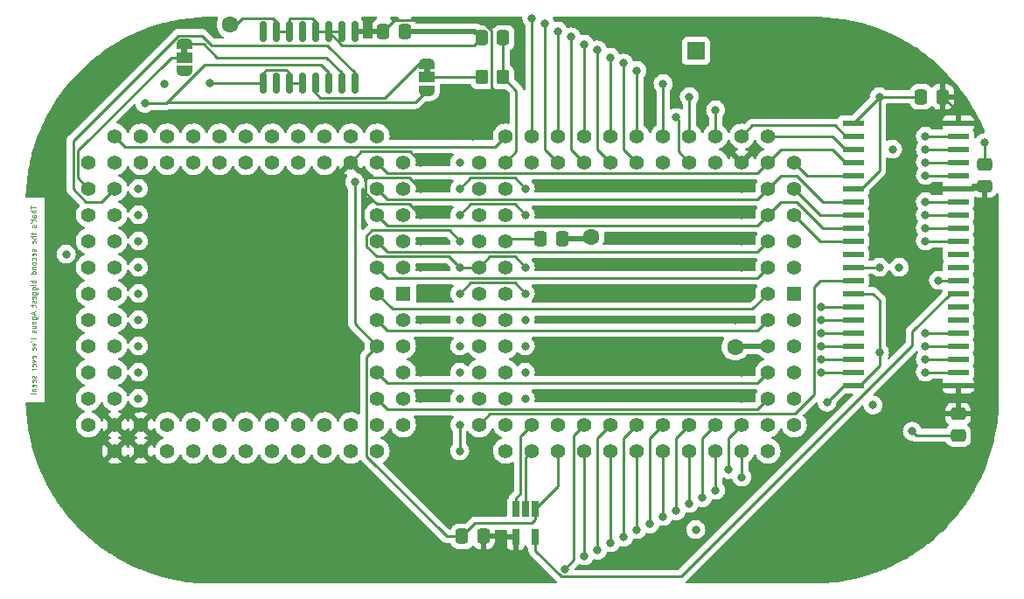
<source format=gbr>
G04 #@! TF.GenerationSoftware,KiCad,Pcbnew,5.99.0-1.20210607git4c293e0.fc34*
G04 #@! TF.CreationDate,2021-06-10T07:48:18+01:00*
G04 #@! TF.ProjectId,A500-2Meg,41353030-2d32-44d6-9567-2e6b69636164,rev?*
G04 #@! TF.SameCoordinates,Original*
G04 #@! TF.FileFunction,Copper,L4,Bot*
G04 #@! TF.FilePolarity,Positive*
%FSLAX46Y46*%
G04 Gerber Fmt 4.6, Leading zero omitted, Abs format (unit mm)*
G04 Created by KiCad (PCBNEW 5.99.0-1.20210607git4c293e0.fc34) date 2021-06-10 07:48:18*
%MOMM*%
%LPD*%
G01*
G04 APERTURE LIST*
G04 Aperture macros list*
%AMRoundRect*
0 Rectangle with rounded corners*
0 $1 Rounding radius*
0 $2 $3 $4 $5 $6 $7 $8 $9 X,Y pos of 4 corners*
0 Add a 4 corners polygon primitive as box body*
4,1,4,$2,$3,$4,$5,$6,$7,$8,$9,$2,$3,0*
0 Add four circle primitives for the rounded corners*
1,1,$1+$1,$2,$3*
1,1,$1+$1,$4,$5*
1,1,$1+$1,$6,$7*
1,1,$1+$1,$8,$9*
0 Add four rect primitives between the rounded corners*
20,1,$1+$1,$2,$3,$4,$5,0*
20,1,$1+$1,$4,$5,$6,$7,0*
20,1,$1+$1,$6,$7,$8,$9,0*
20,1,$1+$1,$8,$9,$2,$3,0*%
%AMFreePoly0*
4,1,22,0.550000,-0.750000,0.000000,-0.750000,0.000000,-0.745033,-0.079941,-0.743568,-0.215256,-0.701293,-0.333266,-0.622738,-0.424486,-0.514219,-0.481581,-0.384460,-0.499164,-0.250000,-0.500000,-0.250000,-0.500000,0.250000,-0.499164,0.250000,-0.499963,0.256109,-0.478152,0.396186,-0.417904,0.524511,-0.324060,0.630769,-0.204165,0.706417,-0.067858,0.745374,0.000000,0.744959,0.000000,0.750000,
0.550000,0.750000,0.550000,-0.750000,0.550000,-0.750000,$1*%
%AMFreePoly1*
4,1,20,0.000000,0.744959,0.073905,0.744508,0.209726,0.703889,0.328688,0.626782,0.421226,0.519385,0.479903,0.390333,0.500000,0.250000,0.500000,-0.250000,0.499851,-0.262216,0.476331,-0.402017,0.414519,-0.529596,0.319384,-0.634700,0.198574,-0.708877,0.061801,-0.746166,0.000000,-0.745033,0.000000,-0.750000,-0.550000,-0.750000,-0.550000,0.750000,0.000000,0.750000,0.000000,0.744959,
0.000000,0.744959,$1*%
G04 Aperture macros list end*
%ADD10C,0.100000*%
G04 #@! TA.AperFunction,NonConductor*
%ADD11C,0.100000*%
G04 #@! TD*
G04 #@! TA.AperFunction,ComponentPad*
%ADD12R,1.422400X1.422400*%
G04 #@! TD*
G04 #@! TA.AperFunction,ComponentPad*
%ADD13C,1.422400*%
G04 #@! TD*
G04 #@! TA.AperFunction,ComponentPad*
%ADD14R,1.700000X1.700000*%
G04 #@! TD*
G04 #@! TA.AperFunction,SMDPad,CuDef*
%ADD15RoundRect,0.250000X-0.475000X0.337500X-0.475000X-0.337500X0.475000X-0.337500X0.475000X0.337500X0*%
G04 #@! TD*
G04 #@! TA.AperFunction,SMDPad,CuDef*
%ADD16RoundRect,0.250000X-0.337500X-0.475000X0.337500X-0.475000X0.337500X0.475000X-0.337500X0.475000X0*%
G04 #@! TD*
G04 #@! TA.AperFunction,SMDPad,CuDef*
%ADD17RoundRect,0.250000X0.337500X0.475000X-0.337500X0.475000X-0.337500X-0.475000X0.337500X-0.475000X0*%
G04 #@! TD*
G04 #@! TA.AperFunction,SMDPad,CuDef*
%ADD18FreePoly0,270.000000*%
G04 #@! TD*
G04 #@! TA.AperFunction,SMDPad,CuDef*
%ADD19R,1.500000X1.000000*%
G04 #@! TD*
G04 #@! TA.AperFunction,SMDPad,CuDef*
%ADD20FreePoly1,270.000000*%
G04 #@! TD*
G04 #@! TA.AperFunction,SMDPad,CuDef*
%ADD21RoundRect,0.150000X0.150000X-0.825000X0.150000X0.825000X-0.150000X0.825000X-0.150000X-0.825000X0*%
G04 #@! TD*
G04 #@! TA.AperFunction,SMDPad,CuDef*
%ADD22R,2.032000X0.508000*%
G04 #@! TD*
G04 #@! TA.AperFunction,SMDPad,CuDef*
%ADD23RoundRect,0.250000X0.475000X-0.337500X0.475000X0.337500X-0.475000X0.337500X-0.475000X-0.337500X0*%
G04 #@! TD*
G04 #@! TA.AperFunction,SMDPad,CuDef*
%ADD24RoundRect,0.250000X-0.350000X-0.450000X0.350000X-0.450000X0.350000X0.450000X-0.350000X0.450000X0*%
G04 #@! TD*
G04 #@! TA.AperFunction,SMDPad,CuDef*
%ADD25R,0.650000X1.560000*%
G04 #@! TD*
G04 #@! TA.AperFunction,ViaPad*
%ADD26C,0.800000*%
G04 #@! TD*
G04 #@! TA.AperFunction,ViaPad*
%ADD27C,1.600000*%
G04 #@! TD*
G04 #@! TA.AperFunction,Conductor*
%ADD28C,0.250000*%
G04 #@! TD*
G04 #@! TA.AperFunction,Conductor*
%ADD29C,0.500000*%
G04 #@! TD*
G04 APERTURE END LIST*
D10*
D11*
X91166190Y-43574047D02*
X91166190Y-43859761D01*
X91666190Y-43716904D02*
X91166190Y-43716904D01*
X91666190Y-44026428D02*
X91166190Y-44026428D01*
X91666190Y-44240714D02*
X91404285Y-44240714D01*
X91356666Y-44216904D01*
X91332857Y-44169285D01*
X91332857Y-44097857D01*
X91356666Y-44050238D01*
X91380476Y-44026428D01*
X91666190Y-44693095D02*
X91404285Y-44693095D01*
X91356666Y-44669285D01*
X91332857Y-44621666D01*
X91332857Y-44526428D01*
X91356666Y-44478809D01*
X91642380Y-44693095D02*
X91666190Y-44645476D01*
X91666190Y-44526428D01*
X91642380Y-44478809D01*
X91594761Y-44455000D01*
X91547142Y-44455000D01*
X91499523Y-44478809D01*
X91475714Y-44526428D01*
X91475714Y-44645476D01*
X91451904Y-44693095D01*
X91332857Y-44859761D02*
X91332857Y-45050238D01*
X91166190Y-44931190D02*
X91594761Y-44931190D01*
X91642380Y-44955000D01*
X91666190Y-45002619D01*
X91666190Y-45050238D01*
X91166190Y-45240714D02*
X91190000Y-45240714D01*
X91237619Y-45216904D01*
X91261428Y-45193095D01*
X91642380Y-45431190D02*
X91666190Y-45478809D01*
X91666190Y-45574047D01*
X91642380Y-45621666D01*
X91594761Y-45645476D01*
X91570952Y-45645476D01*
X91523333Y-45621666D01*
X91499523Y-45574047D01*
X91499523Y-45502619D01*
X91475714Y-45455000D01*
X91428095Y-45431190D01*
X91404285Y-45431190D01*
X91356666Y-45455000D01*
X91332857Y-45502619D01*
X91332857Y-45574047D01*
X91356666Y-45621666D01*
X91332857Y-46169285D02*
X91332857Y-46359761D01*
X91166190Y-46240714D02*
X91594761Y-46240714D01*
X91642380Y-46264523D01*
X91666190Y-46312142D01*
X91666190Y-46359761D01*
X91666190Y-46526428D02*
X91166190Y-46526428D01*
X91666190Y-46740714D02*
X91404285Y-46740714D01*
X91356666Y-46716904D01*
X91332857Y-46669285D01*
X91332857Y-46597857D01*
X91356666Y-46550238D01*
X91380476Y-46526428D01*
X91642380Y-47169285D02*
X91666190Y-47121666D01*
X91666190Y-47026428D01*
X91642380Y-46978809D01*
X91594761Y-46955000D01*
X91404285Y-46955000D01*
X91356666Y-46978809D01*
X91332857Y-47026428D01*
X91332857Y-47121666D01*
X91356666Y-47169285D01*
X91404285Y-47193095D01*
X91451904Y-47193095D01*
X91499523Y-46955000D01*
X91642380Y-47764523D02*
X91666190Y-47812142D01*
X91666190Y-47907380D01*
X91642380Y-47955000D01*
X91594761Y-47978809D01*
X91570952Y-47978809D01*
X91523333Y-47955000D01*
X91499523Y-47907380D01*
X91499523Y-47835952D01*
X91475714Y-47788333D01*
X91428095Y-47764523D01*
X91404285Y-47764523D01*
X91356666Y-47788333D01*
X91332857Y-47835952D01*
X91332857Y-47907380D01*
X91356666Y-47955000D01*
X91642380Y-48383571D02*
X91666190Y-48335952D01*
X91666190Y-48240714D01*
X91642380Y-48193095D01*
X91594761Y-48169285D01*
X91404285Y-48169285D01*
X91356666Y-48193095D01*
X91332857Y-48240714D01*
X91332857Y-48335952D01*
X91356666Y-48383571D01*
X91404285Y-48407380D01*
X91451904Y-48407380D01*
X91499523Y-48169285D01*
X91642380Y-48835952D02*
X91666190Y-48788333D01*
X91666190Y-48693095D01*
X91642380Y-48645476D01*
X91618571Y-48621666D01*
X91570952Y-48597857D01*
X91428095Y-48597857D01*
X91380476Y-48621666D01*
X91356666Y-48645476D01*
X91332857Y-48693095D01*
X91332857Y-48788333D01*
X91356666Y-48835952D01*
X91666190Y-49121666D02*
X91642380Y-49074047D01*
X91618571Y-49050238D01*
X91570952Y-49026428D01*
X91428095Y-49026428D01*
X91380476Y-49050238D01*
X91356666Y-49074047D01*
X91332857Y-49121666D01*
X91332857Y-49193095D01*
X91356666Y-49240714D01*
X91380476Y-49264523D01*
X91428095Y-49288333D01*
X91570952Y-49288333D01*
X91618571Y-49264523D01*
X91642380Y-49240714D01*
X91666190Y-49193095D01*
X91666190Y-49121666D01*
X91332857Y-49502619D02*
X91666190Y-49502619D01*
X91380476Y-49502619D02*
X91356666Y-49526428D01*
X91332857Y-49574047D01*
X91332857Y-49645476D01*
X91356666Y-49693095D01*
X91404285Y-49716904D01*
X91666190Y-49716904D01*
X91666190Y-50169285D02*
X91166190Y-50169285D01*
X91642380Y-50169285D02*
X91666190Y-50121666D01*
X91666190Y-50026428D01*
X91642380Y-49978809D01*
X91618571Y-49955000D01*
X91570952Y-49931190D01*
X91428095Y-49931190D01*
X91380476Y-49955000D01*
X91356666Y-49978809D01*
X91332857Y-50026428D01*
X91332857Y-50121666D01*
X91356666Y-50169285D01*
X91666190Y-50788333D02*
X91166190Y-50788333D01*
X91356666Y-50788333D02*
X91332857Y-50835952D01*
X91332857Y-50931190D01*
X91356666Y-50978809D01*
X91380476Y-51002619D01*
X91428095Y-51026428D01*
X91570952Y-51026428D01*
X91618571Y-51002619D01*
X91642380Y-50978809D01*
X91666190Y-50931190D01*
X91666190Y-50835952D01*
X91642380Y-50788333D01*
X91666190Y-51240714D02*
X91332857Y-51240714D01*
X91166190Y-51240714D02*
X91190000Y-51216904D01*
X91213809Y-51240714D01*
X91190000Y-51264523D01*
X91166190Y-51240714D01*
X91213809Y-51240714D01*
X91332857Y-51693095D02*
X91737619Y-51693095D01*
X91785238Y-51669285D01*
X91809047Y-51645476D01*
X91832857Y-51597857D01*
X91832857Y-51526428D01*
X91809047Y-51478809D01*
X91642380Y-51693095D02*
X91666190Y-51645476D01*
X91666190Y-51550238D01*
X91642380Y-51502619D01*
X91618571Y-51478809D01*
X91570952Y-51455000D01*
X91428095Y-51455000D01*
X91380476Y-51478809D01*
X91356666Y-51502619D01*
X91332857Y-51550238D01*
X91332857Y-51645476D01*
X91356666Y-51693095D01*
X91332857Y-52145476D02*
X91737619Y-52145476D01*
X91785238Y-52121666D01*
X91809047Y-52097857D01*
X91832857Y-52050238D01*
X91832857Y-51978809D01*
X91809047Y-51931190D01*
X91642380Y-52145476D02*
X91666190Y-52097857D01*
X91666190Y-52002619D01*
X91642380Y-51955000D01*
X91618571Y-51931190D01*
X91570952Y-51907380D01*
X91428095Y-51907380D01*
X91380476Y-51931190D01*
X91356666Y-51955000D01*
X91332857Y-52002619D01*
X91332857Y-52097857D01*
X91356666Y-52145476D01*
X91642380Y-52574047D02*
X91666190Y-52526428D01*
X91666190Y-52431190D01*
X91642380Y-52383571D01*
X91594761Y-52359761D01*
X91404285Y-52359761D01*
X91356666Y-52383571D01*
X91332857Y-52431190D01*
X91332857Y-52526428D01*
X91356666Y-52574047D01*
X91404285Y-52597857D01*
X91451904Y-52597857D01*
X91499523Y-52359761D01*
X91642380Y-52788333D02*
X91666190Y-52835952D01*
X91666190Y-52931190D01*
X91642380Y-52978809D01*
X91594761Y-53002619D01*
X91570952Y-53002619D01*
X91523333Y-52978809D01*
X91499523Y-52931190D01*
X91499523Y-52859761D01*
X91475714Y-52812142D01*
X91428095Y-52788333D01*
X91404285Y-52788333D01*
X91356666Y-52812142D01*
X91332857Y-52859761D01*
X91332857Y-52931190D01*
X91356666Y-52978809D01*
X91332857Y-53145476D02*
X91332857Y-53335952D01*
X91166190Y-53216904D02*
X91594761Y-53216904D01*
X91642380Y-53240714D01*
X91666190Y-53288333D01*
X91666190Y-53335952D01*
X91523333Y-53859761D02*
X91523333Y-54097857D01*
X91666190Y-53812142D02*
X91166190Y-53978809D01*
X91666190Y-54145476D01*
X91332857Y-54526428D02*
X91737619Y-54526428D01*
X91785238Y-54502619D01*
X91809047Y-54478809D01*
X91832857Y-54431190D01*
X91832857Y-54359761D01*
X91809047Y-54312142D01*
X91642380Y-54526428D02*
X91666190Y-54478809D01*
X91666190Y-54383571D01*
X91642380Y-54335952D01*
X91618571Y-54312142D01*
X91570952Y-54288333D01*
X91428095Y-54288333D01*
X91380476Y-54312142D01*
X91356666Y-54335952D01*
X91332857Y-54383571D01*
X91332857Y-54478809D01*
X91356666Y-54526428D01*
X91332857Y-54764523D02*
X91666190Y-54764523D01*
X91380476Y-54764523D02*
X91356666Y-54788333D01*
X91332857Y-54835952D01*
X91332857Y-54907380D01*
X91356666Y-54955000D01*
X91404285Y-54978809D01*
X91666190Y-54978809D01*
X91332857Y-55431190D02*
X91666190Y-55431190D01*
X91332857Y-55216904D02*
X91594761Y-55216904D01*
X91642380Y-55240714D01*
X91666190Y-55288333D01*
X91666190Y-55359761D01*
X91642380Y-55407380D01*
X91618571Y-55431190D01*
X91642380Y-55645476D02*
X91666190Y-55693095D01*
X91666190Y-55788333D01*
X91642380Y-55835952D01*
X91594761Y-55859761D01*
X91570952Y-55859761D01*
X91523333Y-55835952D01*
X91499523Y-55788333D01*
X91499523Y-55716904D01*
X91475714Y-55669285D01*
X91428095Y-55645476D01*
X91404285Y-55645476D01*
X91356666Y-55669285D01*
X91332857Y-55716904D01*
X91332857Y-55788333D01*
X91356666Y-55835952D01*
X91666190Y-56455000D02*
X91166190Y-56455000D01*
X91166190Y-56716904D02*
X91190000Y-56716904D01*
X91237619Y-56693095D01*
X91261428Y-56669285D01*
X91332857Y-56883571D02*
X91666190Y-57002619D01*
X91332857Y-57121666D01*
X91642380Y-57502619D02*
X91666190Y-57455000D01*
X91666190Y-57359761D01*
X91642380Y-57312142D01*
X91594761Y-57288333D01*
X91404285Y-57288333D01*
X91356666Y-57312142D01*
X91332857Y-57359761D01*
X91332857Y-57455000D01*
X91356666Y-57502619D01*
X91404285Y-57526428D01*
X91451904Y-57526428D01*
X91499523Y-57288333D01*
X91642380Y-58312142D02*
X91666190Y-58264523D01*
X91666190Y-58169285D01*
X91642380Y-58121666D01*
X91594761Y-58097857D01*
X91404285Y-58097857D01*
X91356666Y-58121666D01*
X91332857Y-58169285D01*
X91332857Y-58264523D01*
X91356666Y-58312142D01*
X91404285Y-58335952D01*
X91451904Y-58335952D01*
X91499523Y-58097857D01*
X91332857Y-58502619D02*
X91666190Y-58621666D01*
X91332857Y-58740714D01*
X91642380Y-59121666D02*
X91666190Y-59074047D01*
X91666190Y-58978809D01*
X91642380Y-58931190D01*
X91594761Y-58907380D01*
X91404285Y-58907380D01*
X91356666Y-58931190D01*
X91332857Y-58978809D01*
X91332857Y-59074047D01*
X91356666Y-59121666D01*
X91404285Y-59145476D01*
X91451904Y-59145476D01*
X91499523Y-58907380D01*
X91666190Y-59359761D02*
X91332857Y-59359761D01*
X91428095Y-59359761D02*
X91380476Y-59383571D01*
X91356666Y-59407380D01*
X91332857Y-59455000D01*
X91332857Y-59502619D01*
X91642380Y-60026428D02*
X91666190Y-60074047D01*
X91666190Y-60169285D01*
X91642380Y-60216904D01*
X91594761Y-60240714D01*
X91570952Y-60240714D01*
X91523333Y-60216904D01*
X91499523Y-60169285D01*
X91499523Y-60097857D01*
X91475714Y-60050238D01*
X91428095Y-60026428D01*
X91404285Y-60026428D01*
X91356666Y-60050238D01*
X91332857Y-60097857D01*
X91332857Y-60169285D01*
X91356666Y-60216904D01*
X91642380Y-60645476D02*
X91666190Y-60597857D01*
X91666190Y-60502619D01*
X91642380Y-60455000D01*
X91594761Y-60431190D01*
X91404285Y-60431190D01*
X91356666Y-60455000D01*
X91332857Y-60502619D01*
X91332857Y-60597857D01*
X91356666Y-60645476D01*
X91404285Y-60669285D01*
X91451904Y-60669285D01*
X91499523Y-60431190D01*
X91642380Y-61074047D02*
X91666190Y-61026428D01*
X91666190Y-60931190D01*
X91642380Y-60883571D01*
X91594761Y-60859761D01*
X91404285Y-60859761D01*
X91356666Y-60883571D01*
X91332857Y-60931190D01*
X91332857Y-61026428D01*
X91356666Y-61074047D01*
X91404285Y-61097857D01*
X91451904Y-61097857D01*
X91499523Y-60859761D01*
X91332857Y-61312142D02*
X91666190Y-61312142D01*
X91380476Y-61312142D02*
X91356666Y-61335952D01*
X91332857Y-61383571D01*
X91332857Y-61455000D01*
X91356666Y-61502619D01*
X91404285Y-61526428D01*
X91666190Y-61526428D01*
X91618571Y-61764523D02*
X91642380Y-61788333D01*
X91666190Y-61764523D01*
X91642380Y-61740714D01*
X91618571Y-61764523D01*
X91666190Y-61764523D01*
X91475714Y-61764523D02*
X91190000Y-61740714D01*
X91166190Y-61764523D01*
X91190000Y-61788333D01*
X91475714Y-61764523D01*
X91166190Y-61764523D01*
G04 #@! TO.C,JP2*
G36*
X129840000Y-30715000D02*
G01*
X129240000Y-30715000D01*
X129240000Y-30215000D01*
X129840000Y-30215000D01*
X129840000Y-30715000D01*
G37*
G04 #@! TO.C,JP1*
G36*
X106345000Y-28810000D02*
G01*
X105745000Y-28810000D01*
X105745000Y-28310000D01*
X106345000Y-28310000D01*
X106345000Y-28810000D01*
G37*
G04 #@! TD*
D12*
G04 #@! TO.P,U1,1,DRD13*
G04 #@! TO.N,/DRD13*
X127254000Y-52070000D03*
D13*
G04 #@! TO.P,U1,2,DRD12*
G04 #@! TO.N,/DRD12*
X124714000Y-52070000D03*
G04 #@! TO.P,U1,3,DRD11*
G04 #@! TO.N,/DRD11*
X127254000Y-49530000D03*
G04 #@! TO.P,U1,4,DRD10*
G04 #@! TO.N,/DRD10*
X124714000Y-49530000D03*
G04 #@! TO.P,U1,5,DRD9*
G04 #@! TO.N,/DRD9*
X127254000Y-46990000D03*
G04 #@! TO.P,U1,6,DRD8*
G04 #@! TO.N,/DRD8*
X124714000Y-46990000D03*
G04 #@! TO.P,U1,7,DRD7*
G04 #@! TO.N,/DRD7*
X127254000Y-44450000D03*
G04 #@! TO.P,U1,8,DRD6*
G04 #@! TO.N,/DRD6*
X124714000Y-44450000D03*
G04 #@! TO.P,U1,9,DRD5*
G04 #@! TO.N,/DRD5*
X127254000Y-41910000D03*
G04 #@! TO.P,U1,10,DRD4*
G04 #@! TO.N,/DRD4*
X124714000Y-41910000D03*
G04 #@! TO.P,U1,11,DRD3*
G04 #@! TO.N,/DRD3*
X127254000Y-39370000D03*
G04 #@! TO.P,U1,12,DRD2*
G04 #@! TO.N,/DRD2*
X124714000Y-36830000D03*
G04 #@! TO.P,U1,13,DRD1*
G04 #@! TO.N,/DRD1*
X124714000Y-39370000D03*
G04 #@! TO.P,U1,14,DRD0*
G04 #@! TO.N,/DRD0*
X122174000Y-36830000D03*
G04 #@! TO.P,U1,15,VCC*
G04 #@! TO.N,VCC*
X122174000Y-39370000D03*
G04 #@! TO.P,U1,16,~RESET*
G04 #@! TO.N,/~RESET*
X119634000Y-36830000D03*
G04 #@! TO.P,U1,17,~INTR*
G04 #@! TO.N,/~INTR*
X119634000Y-39370000D03*
G04 #@! TO.P,U1,18,DMAL*
G04 #@! TO.N,/DMAL*
X117094000Y-36830000D03*
G04 #@! TO.P,U1,19,~BLISS*
G04 #@! TO.N,/~BLISS*
X117094000Y-39370000D03*
G04 #@! TO.P,U1,20,~BLIT*
G04 #@! TO.N,/~BLIT*
X114554000Y-36830000D03*
G04 #@! TO.P,U1,21,~WE*
G04 #@! TO.N,/~WE*
X114554000Y-39370000D03*
G04 #@! TO.P,U1,22,R/W*
G04 #@! TO.N,/RW*
X112014000Y-36830000D03*
G04 #@! TO.P,U1,23,~RGEN*
G04 #@! TO.N,/~RGEN*
X112014000Y-39370000D03*
G04 #@! TO.P,U1,24,~AS*
G04 #@! TO.N,/~AS*
X109474000Y-36830000D03*
G04 #@! TO.P,U1,25,~RAMEN*
G04 #@! TO.N,/~RAMEN*
X109474000Y-39370000D03*
G04 #@! TO.P,U1,26,RGA8*
G04 #@! TO.N,/RGA8*
X106934000Y-36830000D03*
G04 #@! TO.P,U1,27,RGA7*
G04 #@! TO.N,/RGA7*
X106934000Y-39370000D03*
G04 #@! TO.P,U1,28,RGA6*
G04 #@! TO.N,/RGA6*
X104394000Y-36830000D03*
G04 #@! TO.P,U1,29,RGA5*
G04 #@! TO.N,/RGA5*
X104394000Y-39370000D03*
G04 #@! TO.P,U1,30,RGA4*
G04 #@! TO.N,/RGA4*
X101854000Y-36830000D03*
G04 #@! TO.P,U1,31,RGA3*
G04 #@! TO.N,/RGA3*
X101854000Y-39370000D03*
G04 #@! TO.P,U1,32,RGA2*
G04 #@! TO.N,/RGA2*
X99314000Y-36830000D03*
G04 #@! TO.P,U1,33,RGA1*
G04 #@! TO.N,/RGA1*
X96774000Y-39370000D03*
G04 #@! TO.P,U1,34,28M*
G04 #@! TO.N,/28M*
X99314000Y-39370000D03*
G04 #@! TO.P,U1,35,XCLK*
G04 #@! TO.N,/XCLK{slash}A20*
X96774000Y-41910000D03*
G04 #@! TO.P,U1,36,~XCLKEN*
G04 #@! TO.N,/~XCLKEN*
X99314000Y-41910000D03*
G04 #@! TO.P,U1,37,~CDAC*
G04 #@! TO.N,/~CDAC*
X96774000Y-44450000D03*
G04 #@! TO.P,U1,38,7M*
G04 #@! TO.N,/7M*
X99314000Y-44450000D03*
G04 #@! TO.P,U1,39,CCKQ*
G04 #@! TO.N,/CCKQ*
X96774000Y-46990000D03*
G04 #@! TO.P,U1,40,CCK*
G04 #@! TO.N,/CCK*
X99314000Y-46990000D03*
G04 #@! TO.P,U1,41,TEST*
G04 #@! TO.N,unconnected-(U1-Pad41)*
X96774000Y-49530000D03*
G04 #@! TO.P,U1,42,GND*
G04 #@! TO.N,GND*
X99314000Y-49530000D03*
G04 #@! TO.P,U1,43,DRA0*
G04 #@! TO.N,/DRA0*
X96774000Y-52070000D03*
G04 #@! TO.P,U1,44,DRA1*
G04 #@! TO.N,/DRA1*
X99314000Y-52070000D03*
G04 #@! TO.P,U1,45,DRA2*
G04 #@! TO.N,/DRA2*
X96774000Y-54610000D03*
G04 #@! TO.P,U1,46,DRA3*
G04 #@! TO.N,/DRA3*
X99314000Y-54610000D03*
G04 #@! TO.P,U1,47,DRA4*
G04 #@! TO.N,/DRA4*
X96774000Y-57150000D03*
G04 #@! TO.P,U1,48,DRA5*
G04 #@! TO.N,/DRA5*
X99314000Y-57150000D03*
G04 #@! TO.P,U1,49,DRA6*
G04 #@! TO.N,/DRA6*
X96774000Y-59690000D03*
G04 #@! TO.P,U1,50,DRA7*
G04 #@! TO.N,/DRA7*
X99314000Y-59690000D03*
G04 #@! TO.P,U1,51,DRA8*
G04 #@! TO.N,/DRA8*
X96774000Y-62230000D03*
G04 #@! TO.P,U1,52,~LDS*
G04 #@! TO.N,/~LDS*
X99314000Y-62230000D03*
G04 #@! TO.P,U1,53,~UDS*
G04 #@! TO.N,/~UDS*
X96774000Y-64770000D03*
G04 #@! TO.P,U1,54,~CASL*
G04 #@! TO.N,VCC*
X99314000Y-67310000D03*
G04 #@! TO.P,U1,55,~CASU*
X99314000Y-64770000D03*
G04 #@! TO.P,U1,56,~RAS1*
X101854000Y-67310000D03*
G04 #@! TO.P,U1,57,~RAS0*
X101854000Y-64770000D03*
G04 #@! TO.P,U1,58,GND*
G04 #@! TO.N,GND*
X104394000Y-67310000D03*
G04 #@! TO.P,U1,59,A19*
G04 #@! TO.N,/A19*
X104394000Y-64770000D03*
G04 #@! TO.P,U1,60,A1*
G04 #@! TO.N,/A1*
X106934000Y-67310000D03*
G04 #@! TO.P,U1,61,A2*
G04 #@! TO.N,/A2*
X106934000Y-64770000D03*
G04 #@! TO.P,U1,62,A3*
G04 #@! TO.N,/A3*
X109474000Y-67310000D03*
G04 #@! TO.P,U1,63,A4*
G04 #@! TO.N,/A4*
X109474000Y-64770000D03*
G04 #@! TO.P,U1,64,A5*
G04 #@! TO.N,/A5*
X112014000Y-67310000D03*
G04 #@! TO.P,U1,65,A6*
G04 #@! TO.N,/A6*
X112014000Y-64770000D03*
G04 #@! TO.P,U1,66,A7*
G04 #@! TO.N,/A7*
X114554000Y-67310000D03*
G04 #@! TO.P,U1,67,A8*
G04 #@! TO.N,/A8*
X114554000Y-64770000D03*
G04 #@! TO.P,U1,68,A9*
G04 #@! TO.N,/A9*
X117094000Y-67310000D03*
G04 #@! TO.P,U1,69,A10*
G04 #@! TO.N,/A10*
X117094000Y-64770000D03*
G04 #@! TO.P,U1,70,A11*
G04 #@! TO.N,/A11*
X119634000Y-67310000D03*
G04 #@! TO.P,U1,71,A12*
G04 #@! TO.N,/A12*
X119634000Y-64770000D03*
G04 #@! TO.P,U1,72,A13*
G04 #@! TO.N,/A13*
X122174000Y-67310000D03*
G04 #@! TO.P,U1,73,A14*
G04 #@! TO.N,/A14*
X122174000Y-64770000D03*
G04 #@! TO.P,U1,74,A15*
G04 #@! TO.N,/A15*
X124714000Y-67310000D03*
G04 #@! TO.P,U1,75,A16*
G04 #@! TO.N,/A16*
X127254000Y-64770000D03*
G04 #@! TO.P,U1,76,A17*
G04 #@! TO.N,/A17*
X124714000Y-64770000D03*
G04 #@! TO.P,U1,77,A18*
G04 #@! TO.N,/A18*
X127254000Y-62230000D03*
G04 #@! TO.P,U1,78,~LPEN*
G04 #@! TO.N,/~LPEN*
X124714000Y-62230000D03*
G04 #@! TO.P,U1,79,~VSYNC*
G04 #@! TO.N,/~VSYNC*
X127254000Y-59690000D03*
G04 #@! TO.P,U1,80,~CSYNC*
G04 #@! TO.N,/~CSYNC*
X124714000Y-59690000D03*
G04 #@! TO.P,U1,81,~HSYNC*
G04 #@! TO.N,/~HSYNC*
X127254000Y-57150000D03*
G04 #@! TO.P,U1,82,GND*
G04 #@! TO.N,GND*
X124714000Y-57150000D03*
G04 #@! TO.P,U1,83,DRD15*
G04 #@! TO.N,/DRD15*
X127254000Y-54610000D03*
G04 #@! TO.P,U1,84,DRD14*
G04 #@! TO.N,/DRD14*
X124714000Y-54610000D03*
G04 #@! TD*
D14*
G04 #@! TO.P,J1,1,Pin_1*
G04 #@! TO.N,Net-(J1-Pad1)*
X155575000Y-28575000D03*
G04 #@! TD*
D12*
G04 #@! TO.P,U2,1,DRD13*
G04 #@! TO.N,/DRD13*
X165100000Y-52070000D03*
D13*
G04 #@! TO.P,U2,2,DRD12*
G04 #@! TO.N,/DRD12*
X162560000Y-52070000D03*
G04 #@! TO.P,U2,3,DRD11*
G04 #@! TO.N,/DRD11*
X165100000Y-49530000D03*
G04 #@! TO.P,U2,4,DRD10*
G04 #@! TO.N,/DRD10*
X162560000Y-49530000D03*
G04 #@! TO.P,U2,5,DRD9*
G04 #@! TO.N,/DRD9*
X165100000Y-46990000D03*
G04 #@! TO.P,U2,6,DRD8*
G04 #@! TO.N,/DRD8*
X162560000Y-46990000D03*
G04 #@! TO.P,U2,7,DRD7*
G04 #@! TO.N,/DRD7*
X165100000Y-44450000D03*
G04 #@! TO.P,U2,8,DRD6*
G04 #@! TO.N,/DRD6*
X162560000Y-44450000D03*
G04 #@! TO.P,U2,9,DRD5*
G04 #@! TO.N,/DRD5*
X165100000Y-41910000D03*
G04 #@! TO.P,U2,10,DRD4*
G04 #@! TO.N,/DRD4*
X162560000Y-41910000D03*
G04 #@! TO.P,U2,11,DRD3*
G04 #@! TO.N,/DRD3*
X165100000Y-39370000D03*
G04 #@! TO.P,U2,12,DRD2*
G04 #@! TO.N,/DRD2*
X162560000Y-36830000D03*
G04 #@! TO.P,U2,13,DRD1*
G04 #@! TO.N,/DRD1*
X162560000Y-39370000D03*
G04 #@! TO.P,U2,14,DRD0*
G04 #@! TO.N,/DRD0*
X160020000Y-36830000D03*
G04 #@! TO.P,U2,15,VCC*
G04 #@! TO.N,VCC*
X160020000Y-39370000D03*
G04 #@! TO.P,U2,16,~RESET*
G04 #@! TO.N,/~RESET*
X157480000Y-36830000D03*
G04 #@! TO.P,U2,17,~INTR*
G04 #@! TO.N,/~INTR*
X157480000Y-39370000D03*
G04 #@! TO.P,U2,18,DMAL*
G04 #@! TO.N,/DMAL*
X154940000Y-36830000D03*
G04 #@! TO.P,U2,19,~BLISS*
G04 #@! TO.N,/~BLISS*
X154940000Y-39370000D03*
G04 #@! TO.P,U2,20,~BLIT*
G04 #@! TO.N,/~BLIT*
X152400000Y-36830000D03*
G04 #@! TO.P,U2,21,~WE*
G04 #@! TO.N,/~WE*
X152400000Y-39370000D03*
G04 #@! TO.P,U2,22,R/W*
G04 #@! TO.N,/RW*
X149860000Y-36830000D03*
G04 #@! TO.P,U2,23,~RGEN*
G04 #@! TO.N,/~RGEN*
X149860000Y-39370000D03*
G04 #@! TO.P,U2,24,~AS*
G04 #@! TO.N,/~AS*
X147320000Y-36830000D03*
G04 #@! TO.P,U2,25,~RAMEN*
G04 #@! TO.N,/~RAMEN*
X147320000Y-39370000D03*
G04 #@! TO.P,U2,26,RGA8*
G04 #@! TO.N,/RGA8*
X144780000Y-36830000D03*
G04 #@! TO.P,U2,27,RGA7*
G04 #@! TO.N,/RGA7*
X144780000Y-39370000D03*
G04 #@! TO.P,U2,28,RGA6*
G04 #@! TO.N,/RGA6*
X142240000Y-36830000D03*
G04 #@! TO.P,U2,29,RGA5*
G04 #@! TO.N,/RGA5*
X142240000Y-39370000D03*
G04 #@! TO.P,U2,30,RGA4*
G04 #@! TO.N,/RGA4*
X139700000Y-36830000D03*
G04 #@! TO.P,U2,31,RGA3*
G04 #@! TO.N,/RGA3*
X139700000Y-39370000D03*
G04 #@! TO.P,U2,32,RGA2*
G04 #@! TO.N,/RGA2*
X137160000Y-36830000D03*
G04 #@! TO.P,U2,33,RGA1*
G04 #@! TO.N,/RGA1*
X134620000Y-39370000D03*
G04 #@! TO.P,U2,34,28M*
G04 #@! TO.N,/CLK*
X137160000Y-39370000D03*
G04 #@! TO.P,U2,35,A20*
G04 #@! TO.N,Net-(J1-Pad1)*
X134620000Y-41910000D03*
G04 #@! TO.P,U2,36,~CDAC*
G04 #@! TO.N,/~CDAC*
X137160000Y-41910000D03*
G04 #@! TO.P,U2,37,7M*
G04 #@! TO.N,/7M*
X134620000Y-44450000D03*
G04 #@! TO.P,U2,38,CCKQ*
G04 #@! TO.N,/CCKQ*
X137160000Y-44450000D03*
G04 #@! TO.P,U2,39,CCK*
G04 #@! TO.N,/CCK*
X134620000Y-46990000D03*
G04 #@! TO.P,U2,40,14M*
G04 #@! TO.N,Net-(C2-Pad1)*
X137160000Y-46990000D03*
G04 #@! TO.P,U2,41,GND*
G04 #@! TO.N,GND*
X134620000Y-49530000D03*
G04 #@! TO.P,U2,42,DRA0*
G04 #@! TO.N,/DRA0*
X137160000Y-49530000D03*
G04 #@! TO.P,U2,43,DRA1*
G04 #@! TO.N,/DRA1*
X134620000Y-52070000D03*
G04 #@! TO.P,U2,44,DRA2*
G04 #@! TO.N,/DRA2*
X137160000Y-52070000D03*
G04 #@! TO.P,U2,45,DRA3*
G04 #@! TO.N,/DRA3*
X134620000Y-54610000D03*
G04 #@! TO.P,U2,46,DRA4*
G04 #@! TO.N,/DRA4*
X137160000Y-54610000D03*
G04 #@! TO.P,U2,47,DRA5*
G04 #@! TO.N,/DRA5*
X134620000Y-57150000D03*
G04 #@! TO.P,U2,48,DRA6*
G04 #@! TO.N,/DRA6*
X137160000Y-57150000D03*
G04 #@! TO.P,U2,49,DRA7*
G04 #@! TO.N,/DRA7*
X134620000Y-59690000D03*
G04 #@! TO.P,U2,50,DRA8*
G04 #@! TO.N,/DRA8*
X137160000Y-59690000D03*
G04 #@! TO.P,U2,51,~LDS*
G04 #@! TO.N,/~LDS*
X134620000Y-62230000D03*
G04 #@! TO.P,U2,52,~UDS*
G04 #@! TO.N,/~UDS*
X137160000Y-62230000D03*
G04 #@! TO.P,U2,53,~CASL*
G04 #@! TO.N,/~CASL*
X134620000Y-64770000D03*
G04 #@! TO.P,U2,54,~CASU*
G04 #@! TO.N,/~CASU*
X137160000Y-67310000D03*
G04 #@! TO.P,U2,55,DRA9*
G04 #@! TO.N,/DRA9*
X137160000Y-64770000D03*
G04 #@! TO.P,U2,56,~RAS1*
G04 #@! TO.N,/~RAS1*
X139700000Y-67310000D03*
G04 #@! TO.P,U2,57,~RAS0*
G04 #@! TO.N,/~RAS0*
X139700000Y-64770000D03*
G04 #@! TO.P,U2,58,GND*
G04 #@! TO.N,GND*
X142240000Y-67310000D03*
G04 #@! TO.P,U2,59,A19*
G04 #@! TO.N,/A19*
X142240000Y-64770000D03*
G04 #@! TO.P,U2,60,A1*
G04 #@! TO.N,/A1*
X144780000Y-67310000D03*
G04 #@! TO.P,U2,61,A2*
G04 #@! TO.N,/A2*
X144780000Y-64770000D03*
G04 #@! TO.P,U2,62,A3*
G04 #@! TO.N,/A3*
X147320000Y-67310000D03*
G04 #@! TO.P,U2,63,A4*
G04 #@! TO.N,/A4*
X147320000Y-64770000D03*
G04 #@! TO.P,U2,64,A5*
G04 #@! TO.N,/A5*
X149860000Y-67310000D03*
G04 #@! TO.P,U2,65,A6*
G04 #@! TO.N,/A6*
X149860000Y-64770000D03*
G04 #@! TO.P,U2,66,A7*
G04 #@! TO.N,/A7*
X152400000Y-67310000D03*
G04 #@! TO.P,U2,67,A8*
G04 #@! TO.N,/A8*
X152400000Y-64770000D03*
G04 #@! TO.P,U2,68,A9*
G04 #@! TO.N,/A9*
X154940000Y-67310000D03*
G04 #@! TO.P,U2,69,A10*
G04 #@! TO.N,/A10*
X154940000Y-64770000D03*
G04 #@! TO.P,U2,70,A11*
G04 #@! TO.N,/A11*
X157480000Y-67310000D03*
G04 #@! TO.P,U2,71,A12*
G04 #@! TO.N,/A12*
X157480000Y-64770000D03*
G04 #@! TO.P,U2,72,A13*
G04 #@! TO.N,/A13*
X160020000Y-67310000D03*
G04 #@! TO.P,U2,73,A14*
G04 #@! TO.N,/A14*
X160020000Y-64770000D03*
G04 #@! TO.P,U2,74,A15*
G04 #@! TO.N,/A15*
X162560000Y-67310000D03*
G04 #@! TO.P,U2,75,A16*
G04 #@! TO.N,/A16*
X165100000Y-64770000D03*
G04 #@! TO.P,U2,76,A17*
G04 #@! TO.N,/A17*
X162560000Y-64770000D03*
G04 #@! TO.P,U2,77,A18*
G04 #@! TO.N,/A18*
X165100000Y-62230000D03*
G04 #@! TO.P,U2,78,~LPEN*
G04 #@! TO.N,/~LPEN*
X162560000Y-62230000D03*
G04 #@! TO.P,U2,79,~VSYNC*
G04 #@! TO.N,/~VSYNC*
X165100000Y-59690000D03*
G04 #@! TO.P,U2,80,~CSYNC*
G04 #@! TO.N,/~CSYNC*
X162560000Y-59690000D03*
G04 #@! TO.P,U2,81,~HSYNC*
G04 #@! TO.N,/~HSYNC*
X165100000Y-57150000D03*
G04 #@! TO.P,U2,82,GND*
G04 #@! TO.N,GND*
X162560000Y-57150000D03*
G04 #@! TO.P,U2,83,DRD15*
G04 #@! TO.N,/DRD15*
X165100000Y-54610000D03*
G04 #@! TO.P,U2,84,DRD14*
G04 #@! TO.N,/DRD14*
X162560000Y-54610000D03*
G04 #@! TD*
D15*
G04 #@! TO.P,C6,1*
G04 #@! TO.N,VCC*
X180975000Y-63732500D03*
G04 #@! TO.P,C6,2*
G04 #@! TO.N,GND*
X180975000Y-65807500D03*
G04 #@! TD*
D16*
G04 #@! TO.P,C5,1*
G04 #@! TO.N,VCC*
X125327500Y-26670000D03*
G04 #@! TO.P,C5,2*
G04 #@! TO.N,GND*
X127402500Y-26670000D03*
G04 #@! TD*
D17*
G04 #@! TO.P,C1,1*
G04 #@! TO.N,VCC*
X135022500Y-75565000D03*
G04 #@! TO.P,C1,2*
G04 #@! TO.N,GND*
X132947500Y-75565000D03*
G04 #@! TD*
D18*
G04 #@! TO.P,JP2,1,A*
G04 #@! TO.N,Net-(JP2-Pad1)*
X129540000Y-29815000D03*
D19*
G04 #@! TO.P,JP2,2,C*
G04 #@! TO.N,Net-(JP2-Pad2)*
X129540000Y-31115000D03*
D20*
G04 #@! TO.P,JP2,3,B*
G04 #@! TO.N,/28M*
X129540000Y-32415000D03*
G04 #@! TD*
D21*
G04 #@! TO.P,U4,1,S*
G04 #@! TO.N,/~XCLKEN*
X122555000Y-31685000D03*
G04 #@! TO.P,U4,2,I0a*
G04 #@! TO.N,/XCLK*
X121285000Y-31685000D03*
G04 #@! TO.P,U4,3,I1a*
G04 #@! TO.N,/28M*
X120015000Y-31685000D03*
G04 #@! TO.P,U4,4,Za*
G04 #@! TO.N,Net-(JP2-Pad1)*
X118745000Y-31685000D03*
G04 #@! TO.P,U4,5,I0b*
G04 #@! TO.N,GND*
X117475000Y-31685000D03*
G04 #@! TO.P,U4,6,I1b*
X116205000Y-31685000D03*
G04 #@! TO.P,U4,7,Zb*
G04 #@! TO.N,unconnected-(U4-Pad7)*
X114935000Y-31685000D03*
G04 #@! TO.P,U4,8,GND*
G04 #@! TO.N,GND*
X113665000Y-31685000D03*
G04 #@! TO.P,U4,9,Zd*
G04 #@! TO.N,unconnected-(U4-Pad9)*
X113665000Y-26735000D03*
G04 #@! TO.P,U4,10,I1d*
G04 #@! TO.N,GND*
X114935000Y-26735000D03*
G04 #@! TO.P,U4,11,I0d*
X116205000Y-26735000D03*
G04 #@! TO.P,U4,12,Zc*
G04 #@! TO.N,unconnected-(U4-Pad12)*
X117475000Y-26735000D03*
G04 #@! TO.P,U4,13,I1c*
G04 #@! TO.N,GND*
X118745000Y-26735000D03*
G04 #@! TO.P,U4,14,I0c*
X120015000Y-26735000D03*
G04 #@! TO.P,U4,15,E*
X121285000Y-26735000D03*
G04 #@! TO.P,U4,16,VCC*
G04 #@! TO.N,VCC*
X122555000Y-26735000D03*
G04 #@! TD*
D18*
G04 #@! TO.P,JP1,1,A*
G04 #@! TO.N,/XCLK*
X106045000Y-27910000D03*
D19*
G04 #@! TO.P,JP1,2,C*
G04 #@! TO.N,/XCLK{slash}A20*
X106045000Y-29210000D03*
D20*
G04 #@! TO.P,JP1,3,B*
G04 #@! TO.N,/A20*
X106045000Y-30510000D03*
G04 #@! TD*
D22*
G04 #@! TO.P,U5,1,VCC*
G04 #@! TO.N,VCC*
X180975000Y-35560000D03*
G04 #@! TO.P,U5,2,D0*
G04 #@! TO.N,/DRD8*
X180975000Y-36830000D03*
G04 #@! TO.P,U5,3,D1*
G04 #@! TO.N,/DRD9*
X180975000Y-38100000D03*
G04 #@! TO.P,U5,4,D2*
G04 #@! TO.N,/DRD10*
X180975000Y-39370000D03*
G04 #@! TO.P,U5,5,D3*
G04 #@! TO.N,/DRD11*
X180975000Y-40640000D03*
G04 #@! TO.P,U5,6,VCC*
G04 #@! TO.N,VCC*
X180975000Y-41910000D03*
G04 #@! TO.P,U5,7,D4*
G04 #@! TO.N,/DRD12*
X180975000Y-43180000D03*
G04 #@! TO.P,U5,8,D5*
G04 #@! TO.N,/DRD13*
X180975000Y-44450000D03*
G04 #@! TO.P,U5,9,D6*
G04 #@! TO.N,/DRD14*
X180975000Y-45720000D03*
G04 #@! TO.P,U5,10,D7*
G04 #@! TO.N,/DRD15*
X180975000Y-46990000D03*
G04 #@! TO.P,U5,11*
G04 #@! TO.N,N/C*
X180975000Y-48260000D03*
G04 #@! TO.P,U5,12*
X180975000Y-49530000D03*
G04 #@! TO.P,U5,13,~WE*
G04 #@! TO.N,/~WE*
X180975000Y-50800000D03*
G04 #@! TO.P,U5,14,~RAS*
G04 #@! TO.N,Net-(U3-Pad4)*
X180975000Y-52070000D03*
G04 #@! TO.P,U5,15*
G04 #@! TO.N,N/C*
X180975000Y-53340000D03*
G04 #@! TO.P,U5,16*
X180975000Y-54610000D03*
G04 #@! TO.P,U5,17,A0*
G04 #@! TO.N,/DRA6*
X180975000Y-55880000D03*
G04 #@! TO.P,U5,18,A1*
G04 #@! TO.N,/DRA7*
X180975000Y-57150000D03*
G04 #@! TO.P,U5,19,A2*
G04 #@! TO.N,/DRA8*
X180975000Y-58420000D03*
G04 #@! TO.P,U5,20,A3*
G04 #@! TO.N,/DRA9*
X180975000Y-59690000D03*
G04 #@! TO.P,U5,21,VCC*
G04 #@! TO.N,VCC*
X180975000Y-60960000D03*
G04 #@! TO.P,U5,22,GND*
G04 #@! TO.N,GND*
X170815000Y-60960000D03*
G04 #@! TO.P,U5,23,A4*
G04 #@! TO.N,/DRA0*
X170815000Y-59690000D03*
G04 #@! TO.P,U5,24,A5*
G04 #@! TO.N,/DRA1*
X170815000Y-58420000D03*
G04 #@! TO.P,U5,25,A6*
G04 #@! TO.N,/DRA2*
X170815000Y-57150000D03*
G04 #@! TO.P,U5,26,A7*
G04 #@! TO.N,/DRA3*
X170815000Y-55880000D03*
G04 #@! TO.P,U5,27,A8*
G04 #@! TO.N,/DRA4*
X170815000Y-54610000D03*
G04 #@! TO.P,U5,28,A9*
G04 #@! TO.N,/DRA5*
X170815000Y-53340000D03*
G04 #@! TO.P,U5,29,~OE*
G04 #@! TO.N,GND*
X170815000Y-52070000D03*
G04 #@! TO.P,U5,30,~UCAS*
G04 #@! TO.N,/~CASL*
X170815000Y-50800000D03*
G04 #@! TO.P,U5,31,~LCAS*
G04 #@! TO.N,/~CASU*
X170815000Y-49530000D03*
G04 #@! TO.P,U5,32*
G04 #@! TO.N,N/C*
X170815000Y-48260000D03*
G04 #@! TO.P,U5,33,D8*
G04 #@! TO.N,/DRD7*
X170815000Y-46990000D03*
G04 #@! TO.P,U5,34,D9*
G04 #@! TO.N,/DRD6*
X170815000Y-45720000D03*
G04 #@! TO.P,U5,35,D10*
G04 #@! TO.N,/DRD5*
X170815000Y-44450000D03*
G04 #@! TO.P,U5,36,D11*
G04 #@! TO.N,/DRD4*
X170815000Y-43180000D03*
G04 #@! TO.P,U5,37,GND*
G04 #@! TO.N,GND*
X170815000Y-41910000D03*
G04 #@! TO.P,U5,38,D12*
G04 #@! TO.N,/DRD3*
X170815000Y-40640000D03*
G04 #@! TO.P,U5,39,D13*
G04 #@! TO.N,/DRD1*
X170815000Y-39370000D03*
G04 #@! TO.P,U5,40,D14*
G04 #@! TO.N,/DRD2*
X170815000Y-38100000D03*
G04 #@! TO.P,U5,41,D15*
G04 #@! TO.N,/DRD0*
X170815000Y-36830000D03*
G04 #@! TO.P,U5,42,GND*
G04 #@! TO.N,GND*
X170815000Y-35560000D03*
G04 #@! TD*
D23*
G04 #@! TO.P,C3,1*
G04 #@! TO.N,VCC*
X183515000Y-41677500D03*
G04 #@! TO.P,C3,2*
G04 #@! TO.N,GND*
X183515000Y-39602500D03*
G04 #@! TD*
D17*
G04 #@! TO.P,C7,1*
G04 #@! TO.N,/CLK*
X136927500Y-27305000D03*
G04 #@! TO.P,C7,2*
G04 #@! TO.N,GND*
X134852500Y-27305000D03*
G04 #@! TD*
D24*
G04 #@! TO.P,R1,1*
G04 #@! TO.N,Net-(JP2-Pad2)*
X134890000Y-31115000D03*
G04 #@! TO.P,R1,2*
G04 #@! TO.N,/CLK*
X136890000Y-31115000D03*
G04 #@! TD*
D25*
G04 #@! TO.P,U3,1*
G04 #@! TO.N,/~RAS0*
X138115000Y-72945000D03*
G04 #@! TO.P,U3,2*
G04 #@! TO.N,/~RAS1*
X139065000Y-72945000D03*
G04 #@! TO.P,U3,3,GND*
G04 #@! TO.N,GND*
X140015000Y-72945000D03*
G04 #@! TO.P,U3,4*
G04 #@! TO.N,Net-(U3-Pad4)*
X140015000Y-75645000D03*
G04 #@! TO.P,U3,5,VCC*
G04 #@! TO.N,VCC*
X138115000Y-75645000D03*
G04 #@! TD*
D16*
G04 #@! TO.P,C2,1*
G04 #@! TO.N,Net-(C2-Pad1)*
X140567500Y-46736000D03*
G04 #@! TO.P,C2,2*
G04 #@! TO.N,GND*
X142642500Y-46736000D03*
G04 #@! TD*
D17*
G04 #@! TO.P,C4,1*
G04 #@! TO.N,VCC*
X179472500Y-33020000D03*
G04 #@! TO.P,C4,2*
G04 #@! TO.N,GND*
X177397500Y-33020000D03*
G04 #@! TD*
D26*
G04 #@! TO.N,VCC*
X160020000Y-46990000D03*
X128905000Y-46990000D03*
X160020000Y-44450000D03*
X128905000Y-52070000D03*
X159385000Y-52070000D03*
X128905000Y-39370000D03*
X128905000Y-54610000D03*
X128905000Y-57150000D03*
X161290000Y-34290000D03*
X160020000Y-62230000D03*
X128905000Y-59690000D03*
X133985000Y-36830000D03*
X121285000Y-46990000D03*
X156845000Y-57150000D03*
X121285000Y-41910000D03*
X160020000Y-41910000D03*
X128905000Y-64770000D03*
X121285000Y-44450000D03*
X159385000Y-54610000D03*
X128905000Y-44450000D03*
X128905000Y-49530000D03*
X121285000Y-49530000D03*
X153035000Y-77470000D03*
X160020000Y-49530000D03*
X121285000Y-54610000D03*
X121285000Y-52070000D03*
X160020000Y-59690000D03*
X128905000Y-62230000D03*
X121285000Y-59690000D03*
X121285000Y-62230000D03*
X128905000Y-67310000D03*
X128905000Y-41910000D03*
X121285000Y-57150000D03*
G04 #@! TO.N,GND*
X173355000Y-33020000D03*
X101600000Y-59690000D03*
X139065000Y-54610000D03*
X101600000Y-41910000D03*
X101600000Y-49530000D03*
X101600000Y-46990000D03*
X132715000Y-64770000D03*
X101600000Y-44450000D03*
X175260000Y-49530000D03*
X104140000Y-31750000D03*
X132715000Y-54610000D03*
X132715000Y-67310000D03*
X139065000Y-59690000D03*
X132715000Y-59690000D03*
X101600000Y-54610000D03*
X139065000Y-44450000D03*
D27*
X110490000Y-26035000D03*
D26*
X94615000Y-48260000D03*
D27*
X159385000Y-57238789D03*
D26*
X139065000Y-41910000D03*
X132715000Y-62230000D03*
X132715000Y-41910000D03*
X139065000Y-52070000D03*
X101600000Y-52070000D03*
X139065000Y-49530000D03*
X132715000Y-49530000D03*
X101600000Y-62230000D03*
X139065000Y-57150000D03*
X176530000Y-65405000D03*
X168275000Y-62583540D03*
X132715000Y-57150000D03*
X122555000Y-41275000D03*
D27*
X145415000Y-46610211D03*
D26*
X173355000Y-57785000D03*
X101600000Y-57150000D03*
X174625000Y-38100000D03*
X132715000Y-39370000D03*
X132715000Y-44450000D03*
X172720000Y-62865000D03*
X132715000Y-46990000D03*
X108517200Y-31682200D03*
X139065000Y-62230000D03*
X183515000Y-37465000D03*
X132715000Y-52070000D03*
X155575000Y-74930000D03*
G04 #@! TO.N,/28M*
X102235000Y-33655000D03*
G04 #@! TO.N,/DRD12*
X177800000Y-43180000D03*
G04 #@! TO.N,/DRD10*
X177800000Y-39370000D03*
G04 #@! TO.N,/DRD8*
X177800000Y-36830000D03*
G04 #@! TO.N,/DRD14*
X177800000Y-45720000D03*
G04 #@! TO.N,/DRD13*
X177800000Y-44450000D03*
G04 #@! TO.N,/DRD11*
X177800000Y-40640000D03*
G04 #@! TO.N,/DRD9*
X177800000Y-38100000D03*
G04 #@! TO.N,/DRD15*
X177800000Y-46990000D03*
G04 #@! TO.N,/~BLISS*
X153670000Y-35014500D03*
G04 #@! TO.N,/~WE*
X179070000Y-50800000D03*
G04 #@! TO.N,/~RGEN*
X148590000Y-29755500D03*
G04 #@! TO.N,/~RAMEN*
X146050000Y-28485500D03*
G04 #@! TO.N,/RGA7*
X143510000Y-27215500D03*
G04 #@! TO.N,/RGA5*
X140970000Y-25945500D03*
G04 #@! TO.N,/~RESET*
X157480000Y-34290000D03*
G04 #@! TO.N,/DMAL*
X154940000Y-33020000D03*
G04 #@! TO.N,/~BLIT*
X152400000Y-31750000D03*
G04 #@! TO.N,/RW*
X149860000Y-30480000D03*
G04 #@! TO.N,/~AS*
X147320000Y-29210000D03*
G04 #@! TO.N,/RGA8*
X144780000Y-27940000D03*
G04 #@! TO.N,/RGA6*
X142240000Y-26670000D03*
G04 #@! TO.N,/RGA4*
X139700000Y-25400000D03*
G04 #@! TO.N,/DRA1*
X167729500Y-58420000D03*
G04 #@! TO.N,/DRA3*
X167729500Y-55880000D03*
G04 #@! TO.N,/DRA5*
X167729500Y-53340000D03*
G04 #@! TO.N,/DRA7*
X177800000Y-57150000D03*
G04 #@! TO.N,/DRA0*
X167729500Y-59690000D03*
G04 #@! TO.N,/DRA2*
X167729500Y-57150000D03*
G04 #@! TO.N,/DRA4*
X167729500Y-54610000D03*
G04 #@! TO.N,/DRA6*
X177800000Y-55880000D03*
G04 #@! TO.N,/DRA8*
X177800000Y-58420000D03*
G04 #@! TO.N,/A2*
X142875000Y-78740000D03*
G04 #@! TO.N,/A4*
X146050000Y-76924500D03*
G04 #@! TO.N,/A6*
X148590000Y-75654500D03*
G04 #@! TO.N,/A8*
X151130000Y-74384500D03*
G04 #@! TO.N,/A10*
X153670000Y-73114500D03*
G04 #@! TO.N,/A12*
X156210000Y-71844500D03*
G04 #@! TO.N,/A14*
X158750000Y-69125500D03*
G04 #@! TO.N,/A1*
X144780000Y-77470000D03*
G04 #@! TO.N,/A3*
X147320000Y-76200000D03*
G04 #@! TO.N,/A5*
X149860000Y-74930000D03*
G04 #@! TO.N,/A7*
X152400000Y-73660000D03*
G04 #@! TO.N,/A9*
X154940000Y-72390000D03*
G04 #@! TO.N,/A11*
X157480000Y-71120000D03*
G04 #@! TO.N,/A13*
X160020000Y-69850000D03*
G04 #@! TO.N,/DRA9*
X177800000Y-59690000D03*
G04 #@! TO.N,/~CASU*
X173355000Y-49530000D03*
G04 #@! TD*
D28*
G04 #@! TO.N,VCC*
X180975000Y-60960000D02*
X180975000Y-63732500D01*
X123634500Y-40830500D02*
X122174000Y-39370000D01*
X126377020Y-25620480D02*
X134800046Y-25620480D01*
X183282500Y-41910000D02*
X183515000Y-41677500D01*
X180975000Y-41910000D02*
X183282500Y-41910000D01*
X127869289Y-38334289D02*
X123209711Y-38334289D01*
X135814520Y-26634954D02*
X135814520Y-35000480D01*
X124666378Y-43395231D02*
X123634500Y-42363353D01*
X135102500Y-75645000D02*
X135022500Y-75565000D01*
X127850231Y-40855231D02*
X123659231Y-40855231D01*
X138115000Y-75645000D02*
X135102500Y-75645000D01*
X134800046Y-25620480D02*
X135814520Y-26634954D01*
X128905000Y-39370000D02*
X127869289Y-38334289D01*
X125327500Y-26670000D02*
X126377020Y-25620480D01*
X135814520Y-35000480D02*
X133985000Y-36830000D01*
X123659231Y-40855231D02*
X123634500Y-40830500D01*
X123634500Y-42363353D02*
X123634500Y-40830500D01*
X125327500Y-26670000D02*
X122620000Y-26670000D01*
X127850231Y-43395231D02*
X124666378Y-43395231D01*
X180975000Y-34522500D02*
X179472500Y-33020000D01*
X128905000Y-41910000D02*
X127850231Y-40855231D01*
X122620000Y-26670000D02*
X122555000Y-26735000D01*
X123209711Y-38334289D02*
X122174000Y-39370000D01*
X180975000Y-35560000D02*
X180975000Y-34522500D01*
X128905000Y-44450000D02*
X127850231Y-43395231D01*
G04 #@! TO.N,GND*
X180975000Y-65807500D02*
X176932500Y-65807500D01*
X142240000Y-70720000D02*
X140015000Y-72945000D01*
X140015000Y-73975000D02*
X139695000Y-74295000D01*
X170815000Y-60960000D02*
X171399120Y-60960000D01*
X171399120Y-60960000D02*
X173355000Y-59004120D01*
X113665000Y-30710000D02*
X113665000Y-31685000D01*
X139065000Y-52070000D02*
X138029289Y-51034289D01*
X139065000Y-41910000D02*
X138029289Y-40874289D01*
X124666378Y-48475231D02*
X131660231Y-48475231D01*
X123678289Y-63011711D02*
X123678289Y-58185711D01*
X183515000Y-39602500D02*
X183515000Y-37465000D01*
X135655711Y-48494289D02*
X134620000Y-49530000D01*
X113989520Y-30385480D02*
X113665000Y-30710000D01*
X131436147Y-75565000D02*
X123678289Y-67807142D01*
X134122980Y-28034520D02*
X121314520Y-28034520D01*
X116205000Y-26735000D02*
X114935000Y-26735000D01*
X133750711Y-40874289D02*
X132715000Y-41910000D01*
X132715000Y-46990000D02*
X131679289Y-45954289D01*
X134852500Y-27305000D02*
X134122980Y-28034520D01*
X132715000Y-49530000D02*
X131660231Y-48475231D01*
X169898540Y-60960000D02*
X168275000Y-62583540D01*
X118745000Y-25760000D02*
X118420480Y-25435480D01*
X138029289Y-40874289D02*
X133750711Y-40874289D01*
X173355000Y-52705000D02*
X172720000Y-52070000D01*
X118420480Y-25435480D02*
X116240480Y-25435480D01*
D29*
X159473789Y-57150000D02*
X159385000Y-57238789D01*
D28*
X116205000Y-30710000D02*
X115880480Y-30385480D01*
X134217500Y-74295000D02*
X132947500Y-75565000D01*
X124714000Y-57150000D02*
X122555000Y-54991000D01*
X133750711Y-51034289D02*
X132715000Y-52070000D01*
D29*
X162560000Y-57150000D02*
X159473789Y-57150000D01*
D28*
X176932500Y-65807500D02*
X176530000Y-65405000D01*
X122555000Y-54991000D02*
X122555000Y-41275000D01*
X133750711Y-43414289D02*
X132715000Y-44450000D01*
X123678289Y-47487142D02*
X124666378Y-48475231D01*
X134620000Y-49530000D02*
X132715000Y-49530000D01*
X170815000Y-41910000D02*
X171577000Y-41910000D01*
X173355000Y-33020000D02*
X170815000Y-35560000D01*
X138029289Y-43414289D02*
X133750711Y-43414289D01*
X118745000Y-26735000D02*
X118745000Y-25760000D01*
D29*
X145289211Y-46736000D02*
X145415000Y-46610211D01*
D28*
X114935000Y-26735000D02*
X114935000Y-25760000D01*
X121314520Y-28034520D02*
X120015000Y-26735000D01*
X170815000Y-60960000D02*
X169898540Y-60960000D01*
X138029289Y-48494289D02*
X135655711Y-48494289D01*
X116205000Y-31685000D02*
X117475000Y-31685000D01*
X123678289Y-46492858D02*
X123678289Y-47487142D01*
X142240000Y-67310000D02*
X142240000Y-70720000D01*
X140015000Y-72945000D02*
X140015000Y-73975000D01*
X132715000Y-67310000D02*
X132715000Y-64770000D01*
D29*
X134217500Y-26670000D02*
X134852500Y-27305000D01*
D28*
X172720000Y-52070000D02*
X170815000Y-52070000D01*
X115880480Y-30385480D02*
X113989520Y-30385480D01*
X121285000Y-26735000D02*
X120015000Y-26735000D01*
D29*
X127402500Y-26670000D02*
X134217500Y-26670000D01*
D28*
X139695000Y-74295000D02*
X134217500Y-74295000D01*
X131679289Y-45954289D02*
X124216858Y-45954289D01*
X111658236Y-25435480D02*
X111058716Y-26035000D01*
X173355000Y-40132000D02*
X173355000Y-33020000D01*
X173355000Y-59004120D02*
X173355000Y-57785000D01*
D29*
X142642500Y-46736000D02*
X145289211Y-46736000D01*
D28*
X120015000Y-26735000D02*
X118745000Y-26735000D01*
X113665000Y-31685000D02*
X108520000Y-31685000D01*
X123678289Y-58185711D02*
X124714000Y-57150000D01*
X173355000Y-57785000D02*
X173355000Y-52705000D01*
X139065000Y-44450000D02*
X138029289Y-43414289D01*
X132947500Y-75565000D02*
X131436147Y-75565000D01*
X114935000Y-25760000D02*
X114610480Y-25435480D01*
X116205000Y-25470960D02*
X116205000Y-26735000D01*
X171577000Y-41910000D02*
X173355000Y-40132000D01*
X139065000Y-49530000D02*
X138029289Y-48494289D01*
X108520000Y-31685000D02*
X108517200Y-31682200D01*
X116240480Y-25435480D02*
X116205000Y-25470960D01*
X111058716Y-26035000D02*
X110490000Y-26035000D01*
X138029289Y-51034289D02*
X133750711Y-51034289D01*
X177397500Y-33020000D02*
X173355000Y-33020000D01*
X124216858Y-45954289D02*
X123678289Y-46492858D01*
X123678289Y-67807142D02*
X123678289Y-63011711D01*
X116205000Y-31685000D02*
X116205000Y-30710000D01*
X114610480Y-25435480D02*
X111658236Y-25435480D01*
G04 #@! TO.N,Net-(C2-Pad1)*
X140567500Y-46736000D02*
X137414000Y-46736000D01*
X137414000Y-46736000D02*
X137160000Y-46990000D01*
G04 #@! TO.N,/CLK*
X138195711Y-32420711D02*
X136890000Y-31115000D01*
X136890000Y-27342500D02*
X136927500Y-27305000D01*
X138195711Y-38334289D02*
X138195711Y-32420711D01*
X137160000Y-39370000D02*
X138195711Y-38334289D01*
X136890000Y-31115000D02*
X136890000Y-27342500D01*
G04 #@! TO.N,/XCLK{slash}A20*
X104765429Y-29210000D02*
X95738289Y-38237140D01*
X95738289Y-38237140D02*
X95738289Y-40874289D01*
X106045000Y-29210000D02*
X104765429Y-29210000D01*
X95738289Y-40874289D02*
X96774000Y-41910000D01*
G04 #@! TO.N,/XCLK*
X106169520Y-28034520D02*
X106045000Y-27910000D01*
X121285000Y-30710000D02*
X119785000Y-29210000D01*
X119785000Y-29210000D02*
X109220000Y-29210000D01*
X121285000Y-31685000D02*
X121285000Y-30710000D01*
X107920000Y-27910000D02*
X106045000Y-27910000D01*
X109220000Y-29210000D02*
X107920000Y-27910000D01*
G04 #@! TO.N,/28M*
X104417424Y-33559040D02*
X104321464Y-33655000D01*
X119240960Y-29935960D02*
X108040504Y-29935960D01*
X129540000Y-32415000D02*
X128395960Y-33559040D01*
X108040504Y-29935960D02*
X104321464Y-33655000D01*
X128395960Y-33559040D02*
X104417424Y-33559040D01*
X104321464Y-33655000D02*
X102235000Y-33655000D01*
X120015000Y-30710000D02*
X119240960Y-29935960D01*
X120015000Y-31685000D02*
X120015000Y-30710000D01*
X120015000Y-31685000D02*
X120015000Y-32660000D01*
G04 #@! TO.N,Net-(JP2-Pad2)*
X134890000Y-31115000D02*
X129540000Y-31115000D01*
G04 #@! TO.N,Net-(JP2-Pad1)*
X128790016Y-29815000D02*
X125495496Y-33109520D01*
X118745000Y-32660000D02*
X118745000Y-31685000D01*
X129540000Y-29815000D02*
X128790016Y-29815000D01*
X119194520Y-33109520D02*
X118745000Y-32660000D01*
X125495496Y-33109520D02*
X119194520Y-33109520D01*
G04 #@! TO.N,/DRD12*
X177800000Y-43180000D02*
X180975000Y-43180000D01*
X126218289Y-53574289D02*
X124714000Y-52070000D01*
X161055711Y-53574289D02*
X126218289Y-53574289D01*
X162560000Y-52070000D02*
X161055711Y-53574289D01*
G04 #@! TO.N,/DRD10*
X162560000Y-49530000D02*
X161524289Y-50565711D01*
X177800000Y-39370000D02*
X180975000Y-39370000D01*
X161524289Y-50565711D02*
X125749711Y-50565711D01*
X125749711Y-50565711D02*
X124714000Y-49530000D01*
G04 #@! TO.N,/DRD8*
X161524289Y-48025711D02*
X125749711Y-48025711D01*
X177800000Y-36830000D02*
X180975000Y-36830000D01*
X162560000Y-46990000D02*
X161524289Y-48025711D01*
X125749711Y-48025711D02*
X124714000Y-46990000D01*
G04 #@! TO.N,/DRD6*
X165362853Y-43180000D02*
X163830000Y-43180000D01*
X163830000Y-43180000D02*
X162560000Y-44450000D01*
X162560000Y-44450000D02*
X161524289Y-45485711D01*
X161524289Y-45485711D02*
X125749711Y-45485711D01*
X125749711Y-45485711D02*
X124714000Y-44450000D01*
X167902853Y-45720000D02*
X165362853Y-43180000D01*
X170815000Y-45720000D02*
X167902853Y-45720000D01*
G04 #@! TO.N,/DRD4*
X125749711Y-42945711D02*
X124714000Y-41910000D01*
X170815000Y-43180000D02*
X167902853Y-43180000D01*
X167902853Y-43180000D02*
X165362853Y-40640000D01*
X161524289Y-42945711D02*
X125749711Y-42945711D01*
X165362853Y-40640000D02*
X163830000Y-40640000D01*
X162560000Y-41910000D02*
X161524289Y-42945711D01*
X163830000Y-40640000D02*
X162560000Y-41910000D01*
G04 #@! TO.N,/DRD14*
X161524289Y-55645711D02*
X125749711Y-55645711D01*
X177800000Y-45720000D02*
X180975000Y-45720000D01*
X162560000Y-54610000D02*
X161524289Y-55645711D01*
X125749711Y-55645711D02*
X124714000Y-54610000D01*
G04 #@! TO.N,/~CSYNC*
X162560000Y-59690000D02*
X161524289Y-60725711D01*
X125749711Y-60725711D02*
X124714000Y-59690000D01*
X161524289Y-60725711D02*
X125749711Y-60725711D01*
G04 #@! TO.N,/~LPEN*
X125749711Y-63265711D02*
X124714000Y-62230000D01*
X161524289Y-63265711D02*
X125749711Y-63265711D01*
X162560000Y-62230000D02*
X161524289Y-63265711D01*
G04 #@! TO.N,/DRD13*
X177800000Y-44450000D02*
X180975000Y-44450000D01*
G04 #@! TO.N,/DRD11*
X177800000Y-40640000D02*
X180975000Y-40640000D01*
G04 #@! TO.N,/DRD9*
X177800000Y-38100000D02*
X180975000Y-38100000D01*
G04 #@! TO.N,/DRD7*
X167640000Y-46990000D02*
X165100000Y-44450000D01*
X170815000Y-46990000D02*
X167640000Y-46990000D01*
G04 #@! TO.N,/DRD5*
X167640000Y-44450000D02*
X165100000Y-41910000D01*
X170815000Y-44450000D02*
X167640000Y-44450000D01*
G04 #@! TO.N,/DRD3*
X170815000Y-40640000D02*
X166370000Y-40640000D01*
X166370000Y-40640000D02*
X165100000Y-39370000D01*
G04 #@! TO.N,/DRD15*
X177800000Y-46990000D02*
X180975000Y-46990000D01*
G04 #@! TO.N,/DRD1*
X125749711Y-40405711D02*
X124714000Y-39370000D01*
X170815000Y-39370000D02*
X170053000Y-39370000D01*
X162560000Y-39370000D02*
X161524289Y-40405711D01*
X170053000Y-39370000D02*
X168783000Y-38100000D01*
X163830000Y-38100000D02*
X162560000Y-39370000D01*
X168783000Y-38100000D02*
X163830000Y-38100000D01*
X161524289Y-40405711D02*
X125749711Y-40405711D01*
G04 #@! TO.N,/~BLISS*
X153670000Y-35014500D02*
X153904289Y-35248789D01*
X153904289Y-35248789D02*
X153904289Y-38334289D01*
X153904289Y-38334289D02*
X154940000Y-39370000D01*
G04 #@! TO.N,/~WE*
X180975000Y-50800000D02*
X179070000Y-50800000D01*
G04 #@! TO.N,/~RGEN*
X148590000Y-29755500D02*
X148590000Y-38100000D01*
X148590000Y-38100000D02*
X149860000Y-39370000D01*
G04 #@! TO.N,/~RAMEN*
X146050000Y-38100000D02*
X147320000Y-39370000D01*
X146050000Y-28485500D02*
X146050000Y-38100000D01*
G04 #@! TO.N,/RGA7*
X143510000Y-27215500D02*
X143510000Y-38100000D01*
X143510000Y-38100000D02*
X144780000Y-39370000D01*
G04 #@! TO.N,/RGA5*
X140970000Y-25945500D02*
X140970000Y-38100000D01*
X140970000Y-38100000D02*
X142240000Y-39370000D01*
G04 #@! TO.N,/DRD2*
X168783000Y-36830000D02*
X162560000Y-36830000D01*
X170815000Y-38100000D02*
X170053000Y-38100000D01*
X170053000Y-38100000D02*
X168783000Y-36830000D01*
G04 #@! TO.N,/DRD0*
X170815000Y-36830000D02*
X170053000Y-36830000D01*
X169017289Y-35794289D02*
X161055711Y-35794289D01*
X170053000Y-36830000D02*
X169017289Y-35794289D01*
X161055711Y-35794289D02*
X160020000Y-36830000D01*
G04 #@! TO.N,/~RESET*
X157480000Y-34290000D02*
X157480000Y-36830000D01*
G04 #@! TO.N,/DMAL*
X154940000Y-33020000D02*
X154940000Y-36830000D01*
G04 #@! TO.N,/~BLIT*
X152400000Y-31750000D02*
X152400000Y-36830000D01*
G04 #@! TO.N,/RW*
X149860000Y-30480000D02*
X149860000Y-36830000D01*
G04 #@! TO.N,/~AS*
X147320000Y-29210000D02*
X147320000Y-36830000D01*
G04 #@! TO.N,/RGA8*
X144780000Y-27940000D02*
X144780000Y-36830000D01*
G04 #@! TO.N,/RGA6*
X142240000Y-26670000D02*
X142240000Y-36830000D01*
G04 #@! TO.N,/RGA4*
X139700000Y-25400000D02*
X139700000Y-36830000D01*
G04 #@! TO.N,/RGA2*
X100349711Y-37865711D02*
X99314000Y-36830000D01*
X136124289Y-37865711D02*
X100349711Y-37865711D01*
X137160000Y-36830000D02*
X136124289Y-37865711D01*
G04 #@! TO.N,/~XCLKEN*
X95288769Y-41957622D02*
X96511147Y-43180000D01*
X122555000Y-30710000D02*
X119879520Y-28034520D01*
X122555000Y-31685000D02*
X122555000Y-30710000D01*
X108680238Y-28034520D02*
X107726236Y-27080518D01*
X98044000Y-43180000D02*
X99314000Y-41910000D01*
X95288769Y-37244227D02*
X95288769Y-41957622D01*
X107726236Y-27080518D02*
X105452478Y-27080518D01*
X105452478Y-27080518D02*
X95288769Y-37244227D01*
X119879520Y-28034520D02*
X108680238Y-28034520D01*
X96511147Y-43180000D02*
X98044000Y-43180000D01*
G04 #@! TO.N,/DRA1*
X167729500Y-58420000D02*
X170815000Y-58420000D01*
G04 #@! TO.N,/DRA3*
X167729500Y-55880000D02*
X170815000Y-55880000D01*
G04 #@! TO.N,/DRA5*
X167729500Y-53340000D02*
X170815000Y-53340000D01*
G04 #@! TO.N,/DRA7*
X177800000Y-57150000D02*
X180975000Y-57150000D01*
G04 #@! TO.N,/DRA0*
X167729500Y-59690000D02*
X170815000Y-59690000D01*
G04 #@! TO.N,/DRA2*
X167729500Y-57150000D02*
X170815000Y-57150000D01*
G04 #@! TO.N,/DRA4*
X167729500Y-54610000D02*
X170815000Y-54610000D01*
G04 #@! TO.N,/DRA6*
X177800000Y-55880000D02*
X180975000Y-55880000D01*
G04 #@! TO.N,/DRA8*
X177800000Y-58420000D02*
X180975000Y-58420000D01*
G04 #@! TO.N,/A2*
X142875000Y-78740000D02*
X143744289Y-77870711D01*
X143744289Y-77870711D02*
X143744289Y-65805711D01*
X143744289Y-65805711D02*
X144780000Y-64770000D01*
G04 #@! TO.N,/A4*
X146050000Y-66040000D02*
X147320000Y-64770000D01*
X146050000Y-76924500D02*
X146050000Y-66040000D01*
G04 #@! TO.N,/A6*
X148590000Y-66040000D02*
X149860000Y-64770000D01*
X148590000Y-75654500D02*
X148590000Y-66040000D01*
G04 #@! TO.N,/A8*
X151130000Y-74384500D02*
X151130000Y-66040000D01*
X151130000Y-66040000D02*
X152400000Y-64770000D01*
G04 #@! TO.N,/A10*
X153670000Y-73114500D02*
X153670000Y-66040000D01*
X153670000Y-66040000D02*
X154940000Y-64770000D01*
G04 #@! TO.N,/A12*
X156210000Y-71844500D02*
X156210000Y-66040000D01*
X156210000Y-66040000D02*
X157480000Y-64770000D01*
G04 #@! TO.N,/A14*
X158750000Y-66040000D02*
X160020000Y-64770000D01*
X158750000Y-69125500D02*
X158750000Y-66040000D01*
G04 #@! TO.N,/A1*
X144780000Y-77470000D02*
X144780000Y-67310000D01*
G04 #@! TO.N,/A3*
X147320000Y-76200000D02*
X147320000Y-67310000D01*
G04 #@! TO.N,/A5*
X149860000Y-74930000D02*
X149860000Y-67310000D01*
G04 #@! TO.N,/A7*
X152400000Y-73660000D02*
X152400000Y-67310000D01*
G04 #@! TO.N,/A9*
X154940000Y-72390000D02*
X154940000Y-67310000D01*
G04 #@! TO.N,/A11*
X157480000Y-71120000D02*
X157480000Y-67310000D01*
G04 #@! TO.N,/A13*
X160020000Y-69850000D02*
X160020000Y-67310000D01*
G04 #@! TO.N,/DRA9*
X177800000Y-59690000D02*
X180975000Y-59690000D01*
G04 #@! TO.N,/~RAS1*
X139065000Y-67945000D02*
X139065000Y-72945000D01*
X139700000Y-67310000D02*
X139065000Y-67945000D01*
G04 #@! TO.N,/~RAS0*
X139700000Y-64770000D02*
X138615480Y-65854520D01*
X138615480Y-71414520D02*
X138115000Y-71915000D01*
X138115000Y-71915000D02*
X138115000Y-72945000D01*
X138615480Y-65854520D02*
X138615480Y-71414520D01*
G04 #@! TO.N,Net-(U3-Pad4)*
X154164609Y-79464511D02*
X176530000Y-57099120D01*
X176530000Y-57099120D02*
X176530000Y-55753000D01*
X140015000Y-76952277D02*
X142527234Y-79464511D01*
X142527234Y-79464511D02*
X154164609Y-79464511D01*
X140015000Y-75645000D02*
X140015000Y-76952277D01*
X180213000Y-52070000D02*
X180975000Y-52070000D01*
X176530000Y-55753000D02*
X180213000Y-52070000D01*
G04 #@! TO.N,/~CASL*
X134620000Y-64770000D02*
X135655711Y-63734289D01*
X165128564Y-63734289D02*
X167005000Y-61857853D01*
X167640000Y-50800000D02*
X170815000Y-50800000D01*
X167005000Y-61857853D02*
X167005000Y-51435000D01*
X135655711Y-63734289D02*
X165128564Y-63734289D01*
X167005000Y-51435000D02*
X167640000Y-50800000D01*
G04 #@! TO.N,/~CASU*
X173355000Y-49530000D02*
X170815000Y-49530000D01*
G04 #@! TD*
G04 #@! TA.AperFunction,Conductor*
G04 #@! TO.N,VCC*
G36*
X166944316Y-25274612D02*
G01*
X166963900Y-25277775D01*
X166968760Y-25277803D01*
X166968765Y-25277803D01*
X167283525Y-25279589D01*
X167285720Y-25279621D01*
X167515461Y-25284929D01*
X167518370Y-25285029D01*
X168144875Y-25313994D01*
X168147781Y-25314162D01*
X168341443Y-25327604D01*
X168344344Y-25327839D01*
X168968872Y-25385710D01*
X168971694Y-25386005D01*
X169164554Y-25408379D01*
X169167291Y-25408729D01*
X169689055Y-25481512D01*
X169788521Y-25495387D01*
X169791400Y-25495823D01*
X169982965Y-25527072D01*
X169985738Y-25527557D01*
X170451292Y-25614584D01*
X170602287Y-25642810D01*
X170605141Y-25643378D01*
X170795058Y-25683441D01*
X170797899Y-25684075D01*
X171239748Y-25787996D01*
X171408381Y-25827658D01*
X171411166Y-25828347D01*
X171599087Y-25877153D01*
X171601812Y-25877894D01*
X172205077Y-26049538D01*
X172207814Y-26050351D01*
X172267972Y-26068980D01*
X172393257Y-26107777D01*
X172396027Y-26108670D01*
X172739160Y-26223676D01*
X172990655Y-26307969D01*
X172993388Y-26308920D01*
X173175997Y-26374854D01*
X173178709Y-26375869D01*
X173553325Y-26520996D01*
X173763447Y-26602398D01*
X173766148Y-26603480D01*
X173945492Y-26677767D01*
X173948168Y-26678912D01*
X174521870Y-26932226D01*
X174524518Y-26933432D01*
X174700233Y-27015918D01*
X174702837Y-27017178D01*
X174743252Y-27037302D01*
X175264261Y-27296735D01*
X175266851Y-27298062D01*
X175391882Y-27363966D01*
X175438513Y-27388546D01*
X175440963Y-27389873D01*
X175989005Y-27695129D01*
X175991407Y-27696504D01*
X176032329Y-27720552D01*
X176158861Y-27794911D01*
X176161353Y-27796415D01*
X176694509Y-28126532D01*
X176696965Y-28128092D01*
X176859600Y-28234064D01*
X176862020Y-28235681D01*
X176893435Y-28257201D01*
X177379351Y-28590060D01*
X177379390Y-28590087D01*
X177381734Y-28591733D01*
X177539378Y-28705159D01*
X177541676Y-28706853D01*
X177692570Y-28820803D01*
X178042146Y-29084792D01*
X178044448Y-29086572D01*
X178115405Y-29142776D01*
X178196622Y-29207107D01*
X178198817Y-29208888D01*
X178436091Y-29405917D01*
X178681334Y-29609564D01*
X178683551Y-29611449D01*
X178829972Y-29738863D01*
X178832146Y-29740799D01*
X179295601Y-30163294D01*
X179297729Y-30165279D01*
X179438105Y-30299315D01*
X179440186Y-30301349D01*
X179883657Y-30744819D01*
X179885685Y-30746895D01*
X180019717Y-30887266D01*
X180021657Y-30889346D01*
X180183842Y-31067254D01*
X180444212Y-31352867D01*
X180446148Y-31355040D01*
X180573552Y-31501449D01*
X180575392Y-31503614D01*
X180969796Y-31978575D01*
X180976108Y-31986176D01*
X180977920Y-31988411D01*
X181091614Y-32131947D01*
X181098413Y-32140531D01*
X181100176Y-32142810D01*
X181196068Y-32269791D01*
X181478107Y-32643272D01*
X181479834Y-32645614D01*
X181536935Y-32724974D01*
X181593240Y-32803228D01*
X181593267Y-32803266D01*
X181594913Y-32805610D01*
X181717520Y-32984595D01*
X181949314Y-33322973D01*
X181950931Y-33325393D01*
X182056919Y-33488052D01*
X182058479Y-33490508D01*
X182202135Y-33722519D01*
X182388619Y-34023702D01*
X182390076Y-34026116D01*
X182439157Y-34109635D01*
X182488468Y-34193546D01*
X182489913Y-34196072D01*
X182795055Y-34743908D01*
X182796442Y-34746467D01*
X182886944Y-34918163D01*
X182888272Y-34920753D01*
X183167821Y-35482162D01*
X183169088Y-35484782D01*
X183251589Y-35660528D01*
X183252795Y-35663177D01*
X183307034Y-35786015D01*
X183506087Y-36236827D01*
X183507196Y-36239418D01*
X183507233Y-36239508D01*
X183566373Y-36382287D01*
X183573962Y-36452877D01*
X183542182Y-36516363D01*
X183481124Y-36552590D01*
X183449964Y-36556504D01*
X183419513Y-36556504D01*
X183413061Y-36557876D01*
X183413056Y-36557876D01*
X183326113Y-36576357D01*
X183232713Y-36596210D01*
X183226683Y-36598895D01*
X183226682Y-36598895D01*
X183064280Y-36671201D01*
X183064278Y-36671202D01*
X183058250Y-36673886D01*
X183052909Y-36677766D01*
X183052908Y-36677767D01*
X182909093Y-36782254D01*
X182909091Y-36782256D01*
X182903749Y-36786137D01*
X182899328Y-36791047D01*
X182899327Y-36791048D01*
X182798342Y-36903204D01*
X182775963Y-36928058D01*
X182742458Y-36986091D01*
X182739619Y-36991008D01*
X182688237Y-37040001D01*
X182618523Y-37053437D01*
X182552612Y-37027051D01*
X182511430Y-36969219D01*
X182504500Y-36928008D01*
X182504500Y-36576000D01*
X182499273Y-36502921D01*
X182458096Y-36362684D01*
X182393839Y-36262699D01*
X182373837Y-36194578D01*
X182393839Y-36126458D01*
X182404612Y-36112067D01*
X182416659Y-36098164D01*
X182426307Y-36083152D01*
X182479477Y-35966725D01*
X182484502Y-35949612D01*
X182501422Y-35831929D01*
X182499416Y-35817973D01*
X182485885Y-35814000D01*
X179464115Y-35814000D01*
X179449186Y-35818384D01*
X179447129Y-35829785D01*
X179450740Y-35880269D01*
X179453126Y-35893491D01*
X179492359Y-36027108D01*
X179491025Y-36027500D01*
X179499785Y-36088433D01*
X179470292Y-36153013D01*
X179410565Y-36191396D01*
X179375068Y-36196500D01*
X178508194Y-36196500D01*
X178440073Y-36176498D01*
X178420849Y-36160158D01*
X178420575Y-36160462D01*
X178415672Y-36156047D01*
X178411251Y-36151137D01*
X178405909Y-36147256D01*
X178405907Y-36147254D01*
X178262092Y-36042767D01*
X178262091Y-36042766D01*
X178256750Y-36038886D01*
X178250722Y-36036202D01*
X178250720Y-36036201D01*
X178088318Y-35963895D01*
X178088317Y-35963895D01*
X178082287Y-35961210D01*
X177988887Y-35941357D01*
X177901944Y-35922876D01*
X177901939Y-35922876D01*
X177895487Y-35921504D01*
X177704513Y-35921504D01*
X177698061Y-35922876D01*
X177698056Y-35922876D01*
X177611113Y-35941357D01*
X177517713Y-35961210D01*
X177511683Y-35963895D01*
X177511682Y-35963895D01*
X177349280Y-36036201D01*
X177349278Y-36036202D01*
X177343250Y-36038886D01*
X177337909Y-36042766D01*
X177337908Y-36042767D01*
X177194093Y-36147254D01*
X177194091Y-36147256D01*
X177188749Y-36151137D01*
X177184328Y-36156047D01*
X177184327Y-36156048D01*
X177073434Y-36279208D01*
X177060963Y-36293058D01*
X176965476Y-36458446D01*
X176959765Y-36476023D01*
X176919842Y-36598895D01*
X176906462Y-36640073D01*
X176886500Y-36830000D01*
X176887190Y-36836565D01*
X176903423Y-36991008D01*
X176906462Y-37019927D01*
X176908502Y-37026205D01*
X176908502Y-37026206D01*
X176928726Y-37088448D01*
X176965476Y-37201554D01*
X176968779Y-37207276D01*
X176968780Y-37207277D01*
X177034619Y-37321313D01*
X177060963Y-37366942D01*
X177065381Y-37371849D01*
X177065382Y-37371850D01*
X177073341Y-37380689D01*
X177104058Y-37444696D01*
X177095295Y-37515150D01*
X177073341Y-37549311D01*
X177060963Y-37563058D01*
X177057662Y-37568776D01*
X177057660Y-37568779D01*
X176997322Y-37673288D01*
X176965476Y-37728446D01*
X176963434Y-37734731D01*
X176927281Y-37846000D01*
X176906462Y-37910073D01*
X176905772Y-37916636D01*
X176905772Y-37916637D01*
X176898897Y-37982052D01*
X176886500Y-38100000D01*
X176887190Y-38106565D01*
X176903791Y-38264510D01*
X176906462Y-38289927D01*
X176908502Y-38296205D01*
X176908502Y-38296206D01*
X176928725Y-38358445D01*
X176965476Y-38471554D01*
X176968779Y-38477276D01*
X176968780Y-38477277D01*
X177022173Y-38569756D01*
X177060963Y-38636942D01*
X177065381Y-38641849D01*
X177065382Y-38641850D01*
X177073341Y-38650689D01*
X177104058Y-38714696D01*
X177095295Y-38785150D01*
X177073341Y-38819311D01*
X177060963Y-38833058D01*
X177057662Y-38838776D01*
X177057660Y-38838779D01*
X176992691Y-38951309D01*
X176965476Y-38998446D01*
X176963434Y-39004731D01*
X176927281Y-39116000D01*
X176906462Y-39180073D01*
X176886500Y-39370000D01*
X176906462Y-39559927D01*
X176908502Y-39566205D01*
X176908502Y-39566206D01*
X176928012Y-39626250D01*
X176965476Y-39741554D01*
X176968779Y-39747276D01*
X176968780Y-39747277D01*
X176985522Y-39776275D01*
X177060963Y-39906942D01*
X177065381Y-39911849D01*
X177065382Y-39911850D01*
X177073341Y-39920689D01*
X177104058Y-39984696D01*
X177095295Y-40055150D01*
X177073341Y-40089311D01*
X177060963Y-40103058D01*
X177057660Y-40108779D01*
X176997322Y-40213288D01*
X176965476Y-40268446D01*
X176940957Y-40343907D01*
X176922570Y-40400499D01*
X176906462Y-40450073D01*
X176905772Y-40456636D01*
X176905772Y-40456637D01*
X176898790Y-40523064D01*
X176886500Y-40640000D01*
X176887190Y-40646565D01*
X176898442Y-40753617D01*
X176906462Y-40829927D01*
X176908502Y-40836205D01*
X176908502Y-40836206D01*
X176928490Y-40897723D01*
X176965476Y-41011554D01*
X176968779Y-41017276D01*
X176968780Y-41017277D01*
X176981444Y-41039211D01*
X177060963Y-41176942D01*
X177065381Y-41181849D01*
X177065382Y-41181850D01*
X177163916Y-41291283D01*
X177188749Y-41318863D01*
X177194091Y-41322744D01*
X177194093Y-41322746D01*
X177337908Y-41427233D01*
X177343250Y-41431114D01*
X177349278Y-41433798D01*
X177349280Y-41433799D01*
X177511682Y-41506105D01*
X177517713Y-41508790D01*
X177611113Y-41528643D01*
X177698056Y-41547124D01*
X177698061Y-41547124D01*
X177704513Y-41548496D01*
X177895487Y-41548496D01*
X177901939Y-41547124D01*
X177901944Y-41547124D01*
X177988887Y-41528643D01*
X178082287Y-41508790D01*
X178088318Y-41506105D01*
X178250720Y-41433799D01*
X178250722Y-41433798D01*
X178256750Y-41431114D01*
X178262092Y-41427233D01*
X178405907Y-41322746D01*
X178405909Y-41322744D01*
X178411251Y-41318863D01*
X178415673Y-41313952D01*
X178420575Y-41309538D01*
X178421701Y-41310789D01*
X178475000Y-41277951D01*
X178508194Y-41273500D01*
X179379398Y-41273500D01*
X179447519Y-41293502D01*
X179494012Y-41347158D01*
X179504116Y-41417432D01*
X179494011Y-41451843D01*
X179470524Y-41503272D01*
X179465498Y-41520388D01*
X179448578Y-41638071D01*
X179450584Y-41652027D01*
X179464115Y-41656000D01*
X182223885Y-41656000D01*
X182239124Y-41651525D01*
X182240329Y-41650135D01*
X182242000Y-41642452D01*
X182242000Y-41549500D01*
X182262002Y-41481379D01*
X182315658Y-41434886D01*
X182368000Y-41423500D01*
X183643000Y-41423500D01*
X183711121Y-41443502D01*
X183757614Y-41497158D01*
X183769000Y-41549500D01*
X183769000Y-42754885D01*
X183773475Y-42770124D01*
X183774865Y-42771329D01*
X183782548Y-42773000D01*
X184029223Y-42773000D01*
X184036524Y-42772576D01*
X184158255Y-42758383D01*
X184172410Y-42755037D01*
X184324761Y-42699737D01*
X184337760Y-42693227D01*
X184473306Y-42604359D01*
X184484458Y-42595035D01*
X184595922Y-42477371D01*
X184604638Y-42465721D01*
X184654547Y-42379795D01*
X184706057Y-42330936D01*
X184775806Y-42317682D01*
X184841648Y-42344241D01*
X184882678Y-42402181D01*
X184889367Y-42437261D01*
X184899970Y-42666599D01*
X184900070Y-42669507D01*
X184905380Y-42899314D01*
X184905412Y-42901490D01*
X184907206Y-43217825D01*
X184907868Y-43222265D01*
X184910624Y-43240763D01*
X184912000Y-43259333D01*
X184912001Y-62149226D01*
X184910389Y-62169314D01*
X184907226Y-62188899D01*
X184907198Y-62193759D01*
X184907198Y-62193764D01*
X184905412Y-62508526D01*
X184905380Y-62510721D01*
X184900072Y-62740461D01*
X184899972Y-62743370D01*
X184871660Y-63355777D01*
X184871008Y-63369871D01*
X184870841Y-63372756D01*
X184857882Y-63559463D01*
X184857397Y-63566450D01*
X184857161Y-63569351D01*
X184799290Y-64193870D01*
X184798994Y-64196714D01*
X184776628Y-64389501D01*
X184776271Y-64392300D01*
X184690478Y-65007331D01*
X184689614Y-65013523D01*
X184689184Y-65016361D01*
X184673699Y-65111286D01*
X184657935Y-65207924D01*
X184657434Y-65210790D01*
X184542202Y-65827234D01*
X184541634Y-65830089D01*
X184501558Y-66020069D01*
X184500924Y-66022910D01*
X184438953Y-66286395D01*
X184358462Y-66628627D01*
X184357355Y-66633332D01*
X184356656Y-66636157D01*
X184350926Y-66658222D01*
X184307853Y-66824068D01*
X184307107Y-66826812D01*
X184135462Y-67430080D01*
X184134657Y-67432791D01*
X184083937Y-67596581D01*
X184077216Y-67618285D01*
X184076325Y-67621048D01*
X183888930Y-68180162D01*
X183877051Y-68215603D01*
X183876094Y-68218352D01*
X183810146Y-68400999D01*
X183809148Y-68403669D01*
X183582585Y-68988495D01*
X183581525Y-68991139D01*
X183507235Y-69170491D01*
X183506090Y-69173167D01*
X183252782Y-69746855D01*
X183251576Y-69749503D01*
X183169091Y-69925216D01*
X183167823Y-69927837D01*
X182888257Y-70489278D01*
X182886939Y-70491853D01*
X182796437Y-70663547D01*
X182795126Y-70665967D01*
X182489906Y-71213944D01*
X182488460Y-71216471D01*
X182390090Y-71383861D01*
X182388586Y-71386352D01*
X182058469Y-71919509D01*
X182056909Y-71921966D01*
X181950938Y-72084599D01*
X181949331Y-72087004D01*
X181751553Y-72375724D01*
X181594908Y-72604398D01*
X181593235Y-72606780D01*
X181479840Y-72764381D01*
X181478156Y-72766666D01*
X181102080Y-73264670D01*
X181100203Y-73267156D01*
X181098479Y-73269385D01*
X180977868Y-73421656D01*
X180976123Y-73423806D01*
X180778745Y-73661500D01*
X180575438Y-73906333D01*
X180573553Y-73908550D01*
X180446138Y-74054972D01*
X180444202Y-74057146D01*
X180021689Y-74520620D01*
X180019704Y-74522747D01*
X179885691Y-74663100D01*
X179883656Y-74665183D01*
X179440186Y-75108652D01*
X179438105Y-75110686D01*
X179297732Y-75244719D01*
X179295604Y-75246704D01*
X178832134Y-75669213D01*
X178829960Y-75671149D01*
X178683550Y-75798553D01*
X178681333Y-75800438D01*
X178417877Y-76019210D01*
X178200099Y-76200051D01*
X178198857Y-76201082D01*
X178196617Y-76202899D01*
X178097373Y-76281509D01*
X178044443Y-76323434D01*
X178042141Y-76325214D01*
X177541729Y-76703107D01*
X177539387Y-76704834D01*
X177453200Y-76766847D01*
X177381697Y-76818294D01*
X177379398Y-76819908D01*
X177135134Y-76987233D01*
X176862035Y-77174309D01*
X176859616Y-77175925D01*
X176696953Y-77281917D01*
X176694516Y-77283465D01*
X176478355Y-77417306D01*
X176161355Y-77613584D01*
X176158864Y-77615088D01*
X175991470Y-77713460D01*
X175988991Y-77714878D01*
X175779392Y-77831624D01*
X175441027Y-78020091D01*
X175438468Y-78021477D01*
X175266853Y-78111937D01*
X175264279Y-78113257D01*
X174731607Y-78378496D01*
X174702837Y-78392822D01*
X174700230Y-78394083D01*
X174559941Y-78459939D01*
X174524493Y-78476580D01*
X174521853Y-78477782D01*
X174194102Y-78622499D01*
X173948215Y-78731069D01*
X173945551Y-78732209D01*
X173766088Y-78806545D01*
X173763449Y-78807603D01*
X173178669Y-79034147D01*
X173176004Y-79035144D01*
X172993400Y-79101077D01*
X172990671Y-79102026D01*
X172396007Y-79301337D01*
X172393237Y-79302230D01*
X172262442Y-79342733D01*
X172207850Y-79359638D01*
X172205100Y-79360455D01*
X171601854Y-79532094D01*
X171599091Y-79532846D01*
X171505118Y-79557252D01*
X171411167Y-79581652D01*
X171408342Y-79582351D01*
X170797921Y-79725921D01*
X170795080Y-79726555D01*
X170605128Y-79766625D01*
X170602274Y-79767193D01*
X170482697Y-79789546D01*
X169985709Y-79882449D01*
X169982971Y-79882927D01*
X169791347Y-79914186D01*
X169788597Y-79914602D01*
X169167344Y-80001264D01*
X169164535Y-80001623D01*
X169073100Y-80012231D01*
X168971685Y-80023996D01*
X168968791Y-80024298D01*
X168570716Y-80061185D01*
X168344334Y-80082162D01*
X168341467Y-80082395D01*
X168147765Y-80095840D01*
X168144877Y-80096006D01*
X168000207Y-80102695D01*
X167518400Y-80124970D01*
X167515492Y-80125070D01*
X167375083Y-80128314D01*
X167285664Y-80130380D01*
X167283511Y-80130412D01*
X166967177Y-80132206D01*
X166945823Y-80135388D01*
X166944239Y-80135624D01*
X166925669Y-80137000D01*
X154698002Y-80137000D01*
X154629881Y-80116998D01*
X154583388Y-80063342D01*
X154573284Y-79993068D01*
X154601993Y-79930206D01*
X154601692Y-79929957D01*
X154602619Y-79928837D01*
X154602620Y-79928836D01*
X154614387Y-79914612D01*
X154629638Y-79896176D01*
X154637628Y-79887396D01*
X169120024Y-65405000D01*
X175616500Y-65405000D01*
X175636462Y-65594927D01*
X175695476Y-65776554D01*
X175698779Y-65782276D01*
X175698780Y-65782277D01*
X175726407Y-65830128D01*
X175790963Y-65941942D01*
X175795381Y-65946849D01*
X175795382Y-65946850D01*
X175869993Y-66029714D01*
X175918749Y-66083863D01*
X175924091Y-66087744D01*
X175924093Y-66087746D01*
X176064354Y-66189651D01*
X176073250Y-66196114D01*
X176079278Y-66198798D01*
X176079280Y-66198799D01*
X176171624Y-66239913D01*
X176247713Y-66273790D01*
X176340788Y-66293574D01*
X176428056Y-66312124D01*
X176428061Y-66312124D01*
X176434513Y-66313496D01*
X176505637Y-66313496D01*
X176566342Y-66329084D01*
X176574956Y-66333820D01*
X176591477Y-66344672D01*
X176607477Y-66357083D01*
X176614748Y-66360230D01*
X176614749Y-66360230D01*
X176648051Y-66374641D01*
X176658707Y-66379862D01*
X176697452Y-66401162D01*
X176705135Y-66403134D01*
X176705136Y-66403135D01*
X176717068Y-66406199D01*
X176735772Y-66412603D01*
X176747085Y-66417499D01*
X176747092Y-66417501D01*
X176754364Y-66420648D01*
X176762188Y-66421887D01*
X176762191Y-66421888D01*
X176798035Y-66427565D01*
X176809656Y-66429972D01*
X176846718Y-66439487D01*
X176852475Y-66440965D01*
X176853031Y-66441000D01*
X176872952Y-66441000D01*
X176892662Y-66442551D01*
X176904614Y-66444444D01*
X176904615Y-66444444D01*
X176912444Y-66445684D01*
X176920336Y-66444938D01*
X176956082Y-66441559D01*
X176967940Y-66441000D01*
X179719186Y-66441000D01*
X179787307Y-66461002D01*
X179824558Y-66497915D01*
X179835311Y-66514316D01*
X179914269Y-66634747D01*
X180042645Y-66756358D01*
X180195555Y-66845175D01*
X180364796Y-66896433D01*
X180371236Y-66897008D01*
X180371237Y-66897008D01*
X180441185Y-66903251D01*
X180441191Y-66903251D01*
X180443978Y-66903500D01*
X181492886Y-66903500D01*
X181597450Y-66891309D01*
X181618371Y-66888870D01*
X181618372Y-66888870D01*
X181625643Y-66888022D01*
X181632521Y-66885526D01*
X181632523Y-66885525D01*
X181784985Y-66830184D01*
X181791864Y-66827687D01*
X181939747Y-66730731D01*
X182061358Y-66602355D01*
X182150175Y-66449445D01*
X182201433Y-66280204D01*
X182202272Y-66270808D01*
X182208251Y-66203815D01*
X182208251Y-66203809D01*
X182208500Y-66201022D01*
X182208500Y-65427114D01*
X182195282Y-65313738D01*
X182193870Y-65301629D01*
X182193870Y-65301628D01*
X182193022Y-65294357D01*
X182185209Y-65272831D01*
X182135184Y-65135015D01*
X182132687Y-65128136D01*
X182035731Y-64980253D01*
X182030420Y-64975222D01*
X182030416Y-64975217D01*
X181909264Y-64860450D01*
X181873565Y-64799081D01*
X181876712Y-64728154D01*
X181917706Y-64670189D01*
X181926829Y-64663606D01*
X181933307Y-64659359D01*
X181944458Y-64650035D01*
X182055922Y-64532371D01*
X182064635Y-64520724D01*
X182146043Y-64380571D01*
X182151837Y-64367246D01*
X182199068Y-64211300D01*
X182201516Y-64198677D01*
X182207751Y-64128816D01*
X182208000Y-64123221D01*
X182208000Y-64004615D01*
X182203525Y-63989376D01*
X182202135Y-63988171D01*
X182194452Y-63986500D01*
X179760115Y-63986500D01*
X179744876Y-63990975D01*
X179743671Y-63992365D01*
X179742000Y-64000048D01*
X179742000Y-64109223D01*
X179742424Y-64116524D01*
X179756617Y-64238255D01*
X179759963Y-64252410D01*
X179815263Y-64404761D01*
X179821773Y-64417760D01*
X179910641Y-64553306D01*
X179919965Y-64564458D01*
X180040793Y-64678919D01*
X180076491Y-64740288D01*
X180073344Y-64811215D01*
X180032350Y-64869181D01*
X180023226Y-64875763D01*
X180016375Y-64880255D01*
X180010253Y-64884269D01*
X179888642Y-65012645D01*
X179831347Y-65111286D01*
X179779836Y-65160144D01*
X179722393Y-65174000D01*
X177501737Y-65174000D01*
X177433616Y-65153998D01*
X177387123Y-65100342D01*
X177381904Y-65086936D01*
X177371522Y-65054983D01*
X177364524Y-65033446D01*
X177353022Y-65013523D01*
X177272338Y-64873776D01*
X177269037Y-64868058D01*
X177217856Y-64811215D01*
X177145673Y-64731048D01*
X177145672Y-64731047D01*
X177141251Y-64726137D01*
X177135909Y-64722256D01*
X177135907Y-64722254D01*
X176992092Y-64617767D01*
X176992091Y-64617766D01*
X176986750Y-64613886D01*
X176980722Y-64611202D01*
X176980720Y-64611201D01*
X176818318Y-64538895D01*
X176818317Y-64538895D01*
X176812287Y-64536210D01*
X176718887Y-64516357D01*
X176631944Y-64497876D01*
X176631939Y-64497876D01*
X176625487Y-64496504D01*
X176434513Y-64496504D01*
X176428061Y-64497876D01*
X176428056Y-64497876D01*
X176341113Y-64516357D01*
X176247713Y-64536210D01*
X176241683Y-64538895D01*
X176241682Y-64538895D01*
X176079280Y-64611201D01*
X176079278Y-64611202D01*
X176073250Y-64613886D01*
X176067909Y-64617766D01*
X176067908Y-64617767D01*
X175924093Y-64722254D01*
X175924091Y-64722256D01*
X175918749Y-64726137D01*
X175914328Y-64731047D01*
X175914327Y-64731048D01*
X175842145Y-64811215D01*
X175790963Y-64868058D01*
X175787662Y-64873776D01*
X175706979Y-65013523D01*
X175695476Y-65033446D01*
X175688478Y-65054983D01*
X175638770Y-65207971D01*
X175636462Y-65215073D01*
X175635772Y-65221636D01*
X175635772Y-65221637D01*
X175620740Y-65364663D01*
X175616500Y-65405000D01*
X169120024Y-65405000D01*
X171605776Y-62919248D01*
X171668088Y-62885222D01*
X171738903Y-62890287D01*
X171795739Y-62932834D01*
X171820181Y-62995171D01*
X171825654Y-63047240D01*
X171826462Y-63054927D01*
X171828502Y-63061205D01*
X171828502Y-63061206D01*
X171840377Y-63097754D01*
X171885476Y-63236554D01*
X171888779Y-63242276D01*
X171888780Y-63242277D01*
X171900400Y-63262403D01*
X171980963Y-63401942D01*
X171985381Y-63406849D01*
X171985382Y-63406850D01*
X172082413Y-63514614D01*
X172108749Y-63543863D01*
X172114091Y-63547744D01*
X172114093Y-63547746D01*
X172257908Y-63652233D01*
X172263250Y-63656114D01*
X172269278Y-63658798D01*
X172269280Y-63658799D01*
X172361624Y-63699913D01*
X172437713Y-63733790D01*
X172530788Y-63753574D01*
X172618056Y-63772124D01*
X172618061Y-63772124D01*
X172624513Y-63773496D01*
X172815487Y-63773496D01*
X172821939Y-63772124D01*
X172821944Y-63772124D01*
X172909212Y-63753574D01*
X173002287Y-63733790D01*
X173078376Y-63699913D01*
X173170720Y-63658799D01*
X173170722Y-63658798D01*
X173176750Y-63656114D01*
X173182092Y-63652233D01*
X173325907Y-63547746D01*
X173325909Y-63547744D01*
X173331251Y-63543863D01*
X173357587Y-63514614D01*
X173454618Y-63406850D01*
X173454619Y-63406849D01*
X173459037Y-63401942D01*
X173493772Y-63341779D01*
X179742000Y-63341779D01*
X179742000Y-63460385D01*
X179746475Y-63475624D01*
X179747865Y-63476829D01*
X179755548Y-63478500D01*
X180702885Y-63478500D01*
X180718124Y-63474025D01*
X180719329Y-63472635D01*
X180721000Y-63464952D01*
X180721000Y-62655115D01*
X180719659Y-62650548D01*
X181229000Y-62650548D01*
X181229000Y-63460385D01*
X181233475Y-63475624D01*
X181234865Y-63476829D01*
X181242548Y-63478500D01*
X182189885Y-63478500D01*
X182205124Y-63474025D01*
X182206329Y-63472635D01*
X182208000Y-63464952D01*
X182208000Y-63355777D01*
X182207576Y-63348476D01*
X182193383Y-63226745D01*
X182190037Y-63212590D01*
X182134737Y-63060239D01*
X182128227Y-63047240D01*
X182039359Y-62911694D01*
X182030035Y-62900542D01*
X181912371Y-62789078D01*
X181900724Y-62780365D01*
X181760571Y-62698957D01*
X181747246Y-62693163D01*
X181591300Y-62645932D01*
X181578677Y-62643484D01*
X181508816Y-62637249D01*
X181503221Y-62637000D01*
X181247115Y-62637000D01*
X181231876Y-62641475D01*
X181230671Y-62642865D01*
X181229000Y-62650548D01*
X180719659Y-62650548D01*
X180716525Y-62639876D01*
X180715135Y-62638671D01*
X180707452Y-62637000D01*
X180460777Y-62637000D01*
X180453476Y-62637424D01*
X180331745Y-62651617D01*
X180317590Y-62654963D01*
X180165239Y-62710263D01*
X180152240Y-62716773D01*
X180016694Y-62805641D01*
X180005542Y-62814965D01*
X179894078Y-62932629D01*
X179885365Y-62944276D01*
X179803957Y-63084429D01*
X179798163Y-63097754D01*
X179750932Y-63253700D01*
X179748484Y-63266323D01*
X179742249Y-63336184D01*
X179742000Y-63341779D01*
X173493772Y-63341779D01*
X173539600Y-63262403D01*
X173551220Y-63242277D01*
X173551221Y-63242276D01*
X173554524Y-63236554D01*
X173599623Y-63097754D01*
X173611498Y-63061206D01*
X173611498Y-63061205D01*
X173613538Y-63054927D01*
X173616460Y-63027131D01*
X173632810Y-62871565D01*
X173633500Y-62865000D01*
X173619629Y-62733028D01*
X173614228Y-62681637D01*
X173614228Y-62681636D01*
X173613538Y-62675073D01*
X173611466Y-62668694D01*
X173565570Y-62527442D01*
X173554524Y-62493446D01*
X173459037Y-62328058D01*
X173376657Y-62236565D01*
X173335673Y-62191048D01*
X173335672Y-62191047D01*
X173331251Y-62186137D01*
X173325909Y-62182256D01*
X173325907Y-62182254D01*
X173182092Y-62077767D01*
X173182091Y-62077766D01*
X173176750Y-62073886D01*
X173170722Y-62071202D01*
X173170720Y-62071201D01*
X173008318Y-61998895D01*
X173008317Y-61998895D01*
X173002287Y-61996210D01*
X172995835Y-61994838D01*
X172995830Y-61994837D01*
X172838804Y-61961460D01*
X172776330Y-61927731D01*
X172742009Y-61865582D01*
X172746737Y-61794743D01*
X172775906Y-61749118D01*
X173295239Y-61229785D01*
X179447129Y-61229785D01*
X179450740Y-61280269D01*
X179453126Y-61293491D01*
X179489819Y-61418458D01*
X179497233Y-61434692D01*
X179566426Y-61542360D01*
X179578112Y-61555847D01*
X179674840Y-61639662D01*
X179689848Y-61649307D01*
X179806275Y-61702477D01*
X179823388Y-61707502D01*
X179954554Y-61726361D01*
X179963495Y-61727000D01*
X180702885Y-61727000D01*
X180718124Y-61722525D01*
X180719329Y-61721135D01*
X180721000Y-61713452D01*
X180721000Y-61232115D01*
X180719659Y-61227548D01*
X181229000Y-61227548D01*
X181229000Y-61708885D01*
X181233475Y-61724124D01*
X181234865Y-61725329D01*
X181242548Y-61727000D01*
X181988743Y-61727000D01*
X181993250Y-61726839D01*
X182057269Y-61722260D01*
X182070491Y-61719874D01*
X182195458Y-61683181D01*
X182211692Y-61675767D01*
X182319360Y-61606574D01*
X182332847Y-61594888D01*
X182416662Y-61498160D01*
X182426307Y-61483152D01*
X182479477Y-61366725D01*
X182484502Y-61349612D01*
X182501422Y-61231929D01*
X182499416Y-61217973D01*
X182485885Y-61214000D01*
X181247115Y-61214000D01*
X181231876Y-61218475D01*
X181230671Y-61219865D01*
X181229000Y-61227548D01*
X180719659Y-61227548D01*
X180716525Y-61216876D01*
X180715135Y-61215671D01*
X180707452Y-61214000D01*
X179464115Y-61214000D01*
X179449186Y-61218384D01*
X179447129Y-61229785D01*
X173295239Y-61229785D01*
X176863350Y-57661674D01*
X176925662Y-57627648D01*
X176996477Y-57632713D01*
X177054382Y-57676710D01*
X177057663Y-57681227D01*
X177060963Y-57686942D01*
X177065376Y-57691843D01*
X177065378Y-57691846D01*
X177073341Y-57700689D01*
X177104058Y-57764696D01*
X177095295Y-57835150D01*
X177073341Y-57869311D01*
X177060963Y-57883058D01*
X177057660Y-57888779D01*
X176991982Y-58002537D01*
X176965476Y-58048446D01*
X176963434Y-58054731D01*
X176927281Y-58166000D01*
X176906462Y-58230073D01*
X176905772Y-58236636D01*
X176905772Y-58236637D01*
X176903309Y-58260071D01*
X176886500Y-58420000D01*
X176887190Y-58426565D01*
X176898442Y-58533617D01*
X176906462Y-58609927D01*
X176908502Y-58616205D01*
X176908502Y-58616206D01*
X176928726Y-58678448D01*
X176965476Y-58791554D01*
X176968779Y-58797276D01*
X176968780Y-58797277D01*
X177022173Y-58889756D01*
X177060963Y-58956942D01*
X177065381Y-58961849D01*
X177065382Y-58961850D01*
X177073341Y-58970689D01*
X177104058Y-59034696D01*
X177095295Y-59105150D01*
X177073341Y-59139311D01*
X177060963Y-59153058D01*
X177057662Y-59158776D01*
X177057660Y-59158779D01*
X176994307Y-59268510D01*
X176965476Y-59318446D01*
X176959765Y-59336023D01*
X176911050Y-59485954D01*
X176906462Y-59500073D01*
X176886500Y-59690000D01*
X176906462Y-59879927D01*
X176908502Y-59886205D01*
X176908502Y-59886206D01*
X176928671Y-59948279D01*
X176965476Y-60061554D01*
X176968779Y-60067276D01*
X176968780Y-60067277D01*
X176985522Y-60096274D01*
X177060963Y-60226942D01*
X177065381Y-60231849D01*
X177065382Y-60231850D01*
X177165914Y-60343502D01*
X177188749Y-60368863D01*
X177194091Y-60372744D01*
X177194093Y-60372746D01*
X177310748Y-60457500D01*
X177343250Y-60481114D01*
X177349278Y-60483798D01*
X177349280Y-60483799D01*
X177505319Y-60553272D01*
X177517713Y-60558790D01*
X177611113Y-60578643D01*
X177698056Y-60597124D01*
X177698061Y-60597124D01*
X177704513Y-60598496D01*
X177895487Y-60598496D01*
X177901939Y-60597124D01*
X177901944Y-60597124D01*
X177988887Y-60578643D01*
X178082287Y-60558790D01*
X178094681Y-60553272D01*
X178250720Y-60483799D01*
X178250722Y-60483798D01*
X178256750Y-60481114D01*
X178289252Y-60457500D01*
X178405907Y-60372746D01*
X178405909Y-60372744D01*
X178411251Y-60368863D01*
X178415673Y-60363952D01*
X178420575Y-60359538D01*
X178421701Y-60360789D01*
X178475000Y-60327951D01*
X178508194Y-60323500D01*
X179379398Y-60323500D01*
X179447519Y-60343502D01*
X179494012Y-60397158D01*
X179504116Y-60467432D01*
X179494011Y-60501843D01*
X179470524Y-60553272D01*
X179465498Y-60570388D01*
X179448578Y-60688071D01*
X179450584Y-60702027D01*
X179464115Y-60706000D01*
X182485885Y-60706000D01*
X182500814Y-60701616D01*
X182502871Y-60690215D01*
X182499260Y-60639731D01*
X182496874Y-60626509D01*
X182460181Y-60501542D01*
X182452767Y-60485308D01*
X182393780Y-60393521D01*
X182373778Y-60325400D01*
X182393780Y-60257280D01*
X182404554Y-60242888D01*
X182417082Y-60228430D01*
X182422984Y-60221619D01*
X182483700Y-60088670D01*
X182492369Y-60028373D01*
X182503861Y-59948448D01*
X182503862Y-59948441D01*
X182504500Y-59944000D01*
X182504500Y-59436000D01*
X182499273Y-59362921D01*
X182458096Y-59222684D01*
X182394118Y-59123133D01*
X182374116Y-59055012D01*
X182394118Y-58986892D01*
X182404890Y-58972501D01*
X182417082Y-58958430D01*
X182422984Y-58951619D01*
X182445294Y-58902767D01*
X182479958Y-58826864D01*
X182479958Y-58826863D01*
X182483700Y-58818670D01*
X182487599Y-58791554D01*
X182503861Y-58678448D01*
X182503862Y-58678441D01*
X182504500Y-58674000D01*
X182504500Y-58166000D01*
X182499273Y-58092921D01*
X182472076Y-58000296D01*
X182460635Y-57961330D01*
X182460634Y-57961328D01*
X182458096Y-57952684D01*
X182403564Y-57867832D01*
X182394118Y-57853133D01*
X182374116Y-57785012D01*
X182394118Y-57716892D01*
X182404890Y-57702501D01*
X182417082Y-57688430D01*
X182422984Y-57681619D01*
X182483700Y-57548670D01*
X182492369Y-57488373D01*
X182503861Y-57408448D01*
X182503862Y-57408441D01*
X182504500Y-57404000D01*
X182504500Y-56896000D01*
X182499273Y-56822921D01*
X182458096Y-56682684D01*
X182394118Y-56583133D01*
X182374116Y-56515012D01*
X182394118Y-56446892D01*
X182404890Y-56432501D01*
X182417082Y-56418430D01*
X182422984Y-56411619D01*
X182445294Y-56362767D01*
X182479958Y-56286864D01*
X182479958Y-56286863D01*
X182483700Y-56278670D01*
X182485420Y-56266705D01*
X182503861Y-56138448D01*
X182503862Y-56138441D01*
X182504500Y-56134000D01*
X182504500Y-55626000D01*
X182499273Y-55552921D01*
X182471934Y-55459813D01*
X182460635Y-55421330D01*
X182460634Y-55421328D01*
X182458096Y-55412684D01*
X182403564Y-55327832D01*
X182394118Y-55313133D01*
X182374116Y-55245012D01*
X182394118Y-55176892D01*
X182404890Y-55162501D01*
X182417082Y-55148430D01*
X182422984Y-55141619D01*
X182446074Y-55091060D01*
X182479958Y-55016864D01*
X182479958Y-55016863D01*
X182483700Y-55008670D01*
X182493061Y-54943562D01*
X182503861Y-54868448D01*
X182503862Y-54868441D01*
X182504500Y-54864000D01*
X182504500Y-54356000D01*
X182499273Y-54282921D01*
X182473082Y-54193722D01*
X182460635Y-54151330D01*
X182460634Y-54151328D01*
X182458096Y-54142684D01*
X182401101Y-54053998D01*
X182394118Y-54043133D01*
X182374116Y-53975012D01*
X182394118Y-53906892D01*
X182404890Y-53892501D01*
X182417082Y-53878430D01*
X182422984Y-53871619D01*
X182445294Y-53822767D01*
X182479958Y-53746864D01*
X182479958Y-53746863D01*
X182483700Y-53738670D01*
X182487441Y-53712653D01*
X182503861Y-53598448D01*
X182503862Y-53598441D01*
X182504500Y-53594000D01*
X182504500Y-53086000D01*
X182499273Y-53012921D01*
X182471834Y-52919471D01*
X182460635Y-52881330D01*
X182460634Y-52881328D01*
X182458096Y-52872684D01*
X182394118Y-52773133D01*
X182374116Y-52705012D01*
X182394118Y-52636892D01*
X182404890Y-52622501D01*
X182417082Y-52608430D01*
X182422984Y-52601619D01*
X182446074Y-52551060D01*
X182479958Y-52476864D01*
X182479958Y-52476863D01*
X182483700Y-52468670D01*
X182491003Y-52417879D01*
X182503861Y-52328448D01*
X182503862Y-52328441D01*
X182504500Y-52324000D01*
X182504500Y-51816000D01*
X182499273Y-51742921D01*
X182462338Y-51617131D01*
X182460635Y-51611330D01*
X182460634Y-51611328D01*
X182458096Y-51602684D01*
X182394118Y-51503133D01*
X182374116Y-51435012D01*
X182394118Y-51366892D01*
X182404890Y-51352501D01*
X182417082Y-51338430D01*
X182422984Y-51331619D01*
X182445294Y-51282767D01*
X182479958Y-51206864D01*
X182479958Y-51206863D01*
X182483700Y-51198670D01*
X182485420Y-51186705D01*
X182503861Y-51058448D01*
X182503862Y-51058441D01*
X182504500Y-51054000D01*
X182504500Y-50546000D01*
X182499273Y-50472921D01*
X182472388Y-50381358D01*
X182460635Y-50341330D01*
X182460634Y-50341328D01*
X182458096Y-50332684D01*
X182394118Y-50233133D01*
X182374116Y-50165012D01*
X182394118Y-50096892D01*
X182404890Y-50082501D01*
X182417082Y-50068430D01*
X182422984Y-50061619D01*
X182446074Y-50011060D01*
X182479958Y-49936864D01*
X182479958Y-49936863D01*
X182483700Y-49928670D01*
X182493061Y-49863562D01*
X182503861Y-49788448D01*
X182503862Y-49788441D01*
X182504500Y-49784000D01*
X182504500Y-49276000D01*
X182499273Y-49202921D01*
X182458096Y-49062684D01*
X182394118Y-48963133D01*
X182374116Y-48895012D01*
X182394118Y-48826892D01*
X182404890Y-48812501D01*
X182417082Y-48798430D01*
X182422984Y-48791619D01*
X182445294Y-48742767D01*
X182479958Y-48666864D01*
X182479958Y-48666863D01*
X182483700Y-48658670D01*
X182485244Y-48647932D01*
X182503861Y-48518448D01*
X182503862Y-48518441D01*
X182504500Y-48514000D01*
X182504500Y-48006000D01*
X182499273Y-47932921D01*
X182472388Y-47841358D01*
X182460635Y-47801330D01*
X182460634Y-47801328D01*
X182458096Y-47792684D01*
X182394118Y-47693133D01*
X182374116Y-47625012D01*
X182394118Y-47556892D01*
X182404890Y-47542501D01*
X182417082Y-47528430D01*
X182422984Y-47521619D01*
X182446074Y-47471060D01*
X182479958Y-47396864D01*
X182479958Y-47396863D01*
X182483700Y-47388670D01*
X182492369Y-47328373D01*
X182503861Y-47248448D01*
X182503862Y-47248441D01*
X182504500Y-47244000D01*
X182504500Y-46736000D01*
X182499273Y-46662921D01*
X182458096Y-46522684D01*
X182394118Y-46423133D01*
X182374116Y-46355012D01*
X182394118Y-46286892D01*
X182404890Y-46272501D01*
X182417082Y-46258430D01*
X182422984Y-46251619D01*
X182445294Y-46202767D01*
X182479958Y-46126864D01*
X182479958Y-46126863D01*
X182483700Y-46118670D01*
X182485244Y-46107932D01*
X182503861Y-45978448D01*
X182503862Y-45978441D01*
X182504500Y-45974000D01*
X182504500Y-45466000D01*
X182499273Y-45392921D01*
X182472388Y-45301358D01*
X182460635Y-45261330D01*
X182460634Y-45261328D01*
X182458096Y-45252684D01*
X182394118Y-45153133D01*
X182374116Y-45085012D01*
X182394118Y-45016892D01*
X182404890Y-45002501D01*
X182417082Y-44988430D01*
X182422984Y-44981619D01*
X182483700Y-44848670D01*
X182492369Y-44788373D01*
X182503861Y-44708448D01*
X182503862Y-44708441D01*
X182504500Y-44704000D01*
X182504500Y-44196000D01*
X182499273Y-44122921D01*
X182458096Y-43982684D01*
X182394118Y-43883133D01*
X182374116Y-43815012D01*
X182394118Y-43746892D01*
X182404890Y-43732501D01*
X182417082Y-43718430D01*
X182422984Y-43711619D01*
X182445294Y-43662767D01*
X182479958Y-43586864D01*
X182479958Y-43586863D01*
X182483700Y-43578670D01*
X182485420Y-43566705D01*
X182503861Y-43438448D01*
X182503862Y-43438441D01*
X182504500Y-43434000D01*
X182504500Y-42926000D01*
X182499273Y-42852921D01*
X182490731Y-42823829D01*
X182490731Y-42752834D01*
X182529114Y-42693108D01*
X182593695Y-42663615D01*
X182663969Y-42673718D01*
X182674912Y-42679378D01*
X182729424Y-42711041D01*
X182742754Y-42716837D01*
X182898700Y-42764068D01*
X182911323Y-42766516D01*
X182981184Y-42772751D01*
X182986779Y-42773000D01*
X183242885Y-42773000D01*
X183258124Y-42768525D01*
X183259329Y-42767135D01*
X183261000Y-42759452D01*
X183261000Y-41949615D01*
X183256525Y-41934376D01*
X183255135Y-41933171D01*
X183247452Y-41931500D01*
X182557115Y-41931500D01*
X182541876Y-41935975D01*
X182540671Y-41937365D01*
X182539000Y-41945048D01*
X182539000Y-42038000D01*
X182518998Y-42106121D01*
X182465342Y-42152614D01*
X182413000Y-42164000D01*
X179464115Y-42164000D01*
X179449186Y-42168384D01*
X179447129Y-42179785D01*
X179450740Y-42230269D01*
X179453126Y-42243491D01*
X179492359Y-42377108D01*
X179491025Y-42377500D01*
X179499785Y-42438433D01*
X179470292Y-42503013D01*
X179410565Y-42541396D01*
X179375068Y-42546500D01*
X178508194Y-42546500D01*
X178440073Y-42526498D01*
X178420849Y-42510158D01*
X178420575Y-42510462D01*
X178415672Y-42506047D01*
X178411251Y-42501137D01*
X178405909Y-42497256D01*
X178405907Y-42497254D01*
X178262092Y-42392767D01*
X178262091Y-42392766D01*
X178256750Y-42388886D01*
X178250722Y-42386202D01*
X178250720Y-42386201D01*
X178088318Y-42313895D01*
X178088317Y-42313895D01*
X178082287Y-42311210D01*
X177988798Y-42291338D01*
X177901944Y-42272876D01*
X177901939Y-42272876D01*
X177895487Y-42271504D01*
X177704513Y-42271504D01*
X177698061Y-42272876D01*
X177698056Y-42272876D01*
X177611202Y-42291338D01*
X177517713Y-42311210D01*
X177511683Y-42313895D01*
X177511682Y-42313895D01*
X177349280Y-42386201D01*
X177349278Y-42386202D01*
X177343250Y-42388886D01*
X177337909Y-42392766D01*
X177337908Y-42392767D01*
X177194093Y-42497254D01*
X177194091Y-42497256D01*
X177188749Y-42501137D01*
X177184328Y-42506047D01*
X177184327Y-42506048D01*
X177087908Y-42613133D01*
X177060963Y-42643058D01*
X177021713Y-42711041D01*
X176986085Y-42772751D01*
X176965476Y-42808446D01*
X176963434Y-42814731D01*
X176927281Y-42926000D01*
X176906462Y-42990073D01*
X176886500Y-43180000D01*
X176887190Y-43186565D01*
X176898442Y-43293617D01*
X176906462Y-43369927D01*
X176908502Y-43376205D01*
X176908502Y-43376206D01*
X176928726Y-43438448D01*
X176965476Y-43551554D01*
X176968779Y-43557276D01*
X176968780Y-43557277D01*
X177022173Y-43649756D01*
X177060963Y-43716942D01*
X177065381Y-43721849D01*
X177065382Y-43721850D01*
X177073341Y-43730689D01*
X177104058Y-43794696D01*
X177095295Y-43865150D01*
X177073341Y-43899311D01*
X177060963Y-43913058D01*
X177045976Y-43939015D01*
X176994307Y-44028510D01*
X176965476Y-44078446D01*
X176959765Y-44096023D01*
X176911050Y-44245954D01*
X176906462Y-44260073D01*
X176886500Y-44450000D01*
X176906462Y-44639927D01*
X176908502Y-44646205D01*
X176908502Y-44646206D01*
X176928671Y-44708279D01*
X176965476Y-44821554D01*
X176968779Y-44827276D01*
X176968780Y-44827277D01*
X176985862Y-44856864D01*
X177060963Y-44986942D01*
X177065381Y-44991849D01*
X177065382Y-44991850D01*
X177073341Y-45000689D01*
X177104058Y-45064696D01*
X177095295Y-45135150D01*
X177073341Y-45169311D01*
X177060963Y-45183058D01*
X177057660Y-45188779D01*
X176997322Y-45293288D01*
X176965476Y-45348446D01*
X176963434Y-45354731D01*
X176921372Y-45484186D01*
X176906462Y-45530073D01*
X176886500Y-45720000D01*
X176887190Y-45726565D01*
X176905611Y-45901826D01*
X176906462Y-45909927D01*
X176908502Y-45916205D01*
X176908502Y-45916206D01*
X176928726Y-45978448D01*
X176965476Y-46091554D01*
X176968779Y-46097276D01*
X176968780Y-46097277D01*
X177022173Y-46189756D01*
X177060963Y-46256942D01*
X177065381Y-46261849D01*
X177065382Y-46261850D01*
X177073341Y-46270689D01*
X177104058Y-46334696D01*
X177095295Y-46405150D01*
X177073341Y-46439311D01*
X177060963Y-46453058D01*
X177057662Y-46458776D01*
X177057660Y-46458779D01*
X176994307Y-46568510D01*
X176965476Y-46618446D01*
X176959765Y-46636023D01*
X176911050Y-46785954D01*
X176906462Y-46800073D01*
X176886500Y-46990000D01*
X176906462Y-47179927D01*
X176908502Y-47186205D01*
X176908502Y-47186206D01*
X176928671Y-47248279D01*
X176965476Y-47361554D01*
X176968779Y-47367276D01*
X176968780Y-47367277D01*
X176985522Y-47396274D01*
X177060963Y-47526942D01*
X177065381Y-47531849D01*
X177065382Y-47531850D01*
X177165914Y-47643502D01*
X177188749Y-47668863D01*
X177194091Y-47672744D01*
X177194093Y-47672746D01*
X177324418Y-47767432D01*
X177343250Y-47781114D01*
X177349278Y-47783798D01*
X177349280Y-47783799D01*
X177511682Y-47856105D01*
X177517713Y-47858790D01*
X177611113Y-47878643D01*
X177698056Y-47897124D01*
X177698061Y-47897124D01*
X177704513Y-47898496D01*
X177895487Y-47898496D01*
X177901939Y-47897124D01*
X177901944Y-47897124D01*
X177988887Y-47878643D01*
X178082287Y-47858790D01*
X178088318Y-47856105D01*
X178250720Y-47783799D01*
X178250722Y-47783798D01*
X178256750Y-47781114D01*
X178275582Y-47767432D01*
X178405907Y-47672746D01*
X178405909Y-47672744D01*
X178411251Y-47668863D01*
X178415673Y-47663952D01*
X178420575Y-47659538D01*
X178421701Y-47660789D01*
X178475000Y-47627951D01*
X178508194Y-47623500D01*
X179378853Y-47623500D01*
X179446974Y-47643502D01*
X179493467Y-47697158D01*
X179503571Y-47767432D01*
X179493467Y-47801842D01*
X179470042Y-47853135D01*
X179470041Y-47853138D01*
X179466300Y-47861330D01*
X179465018Y-47870245D01*
X179465018Y-47870246D01*
X179446139Y-48001552D01*
X179446138Y-48001559D01*
X179445500Y-48006000D01*
X179445500Y-48514000D01*
X179450727Y-48587079D01*
X179491904Y-48727316D01*
X179540635Y-48803143D01*
X179555882Y-48826867D01*
X179575884Y-48894988D01*
X179555882Y-48963108D01*
X179545110Y-48977499D01*
X179536255Y-48987718D01*
X179527016Y-48998381D01*
X179523272Y-49006579D01*
X179476722Y-49108510D01*
X179466300Y-49131330D01*
X179465018Y-49140245D01*
X179465018Y-49140246D01*
X179446139Y-49271552D01*
X179446138Y-49271559D01*
X179445500Y-49276000D01*
X179445500Y-49784000D01*
X179445682Y-49786539D01*
X179445673Y-49786580D01*
X179445741Y-49788492D01*
X179445253Y-49788509D01*
X179430593Y-49855912D01*
X179380394Y-49906117D01*
X179311020Y-49921211D01*
X179293806Y-49918779D01*
X179171944Y-49892876D01*
X179171939Y-49892876D01*
X179165487Y-49891504D01*
X178974513Y-49891504D01*
X178968061Y-49892876D01*
X178968056Y-49892876D01*
X178881202Y-49911338D01*
X178787713Y-49931210D01*
X178781683Y-49933895D01*
X178781682Y-49933895D01*
X178619280Y-50006201D01*
X178619278Y-50006202D01*
X178613250Y-50008886D01*
X178607909Y-50012766D01*
X178607908Y-50012767D01*
X178464093Y-50117254D01*
X178464091Y-50117256D01*
X178458749Y-50121137D01*
X178454328Y-50126047D01*
X178454327Y-50126048D01*
X178357908Y-50233133D01*
X178330963Y-50263058D01*
X178235476Y-50428446D01*
X178233434Y-50434731D01*
X178197281Y-50546000D01*
X178176462Y-50610073D01*
X178156500Y-50800000D01*
X178157190Y-50806565D01*
X178174444Y-50970723D01*
X178176462Y-50989927D01*
X178178502Y-50996205D01*
X178178502Y-50996206D01*
X178198726Y-51058448D01*
X178235476Y-51171554D01*
X178238779Y-51177276D01*
X178238780Y-51177277D01*
X178251444Y-51199211D01*
X178330963Y-51336942D01*
X178335381Y-51341849D01*
X178335382Y-51341850D01*
X178445813Y-51464496D01*
X178458749Y-51478863D01*
X178464091Y-51482744D01*
X178464093Y-51482746D01*
X178607908Y-51587233D01*
X178613250Y-51591114D01*
X178619278Y-51593798D01*
X178619280Y-51593799D01*
X178781682Y-51666105D01*
X178787713Y-51668790D01*
X178881113Y-51688643D01*
X178968056Y-51707124D01*
X178968061Y-51707124D01*
X178974513Y-51708496D01*
X179165487Y-51708496D01*
X179171940Y-51707124D01*
X179171953Y-51707123D01*
X179294132Y-51681152D01*
X179364922Y-51686553D01*
X179421555Y-51729370D01*
X179446049Y-51796007D01*
X179446011Y-51812445D01*
X179445500Y-51816000D01*
X179445500Y-51889405D01*
X179425498Y-51957526D01*
X179408595Y-51978500D01*
X176137487Y-55249609D01*
X176129399Y-55256969D01*
X176123005Y-55261027D01*
X176117580Y-55266804D01*
X176077131Y-55309878D01*
X176074376Y-55312720D01*
X176054062Y-55333034D01*
X176051417Y-55336445D01*
X176043713Y-55345465D01*
X176013443Y-55377699D01*
X176009626Y-55384643D01*
X176009624Y-55384645D01*
X176003682Y-55395453D01*
X175992828Y-55411977D01*
X175980417Y-55427977D01*
X175977270Y-55435248D01*
X175977270Y-55435249D01*
X175962859Y-55468551D01*
X175957638Y-55479207D01*
X175936338Y-55517952D01*
X175934366Y-55525635D01*
X175934365Y-55525636D01*
X175931301Y-55537568D01*
X175924897Y-55556272D01*
X175920001Y-55567585D01*
X175919999Y-55567592D01*
X175916852Y-55574864D01*
X175915613Y-55582688D01*
X175915612Y-55582691D01*
X175909935Y-55618535D01*
X175907528Y-55630156D01*
X175898013Y-55667218D01*
X175896535Y-55672975D01*
X175896500Y-55673531D01*
X175896500Y-55693452D01*
X175894949Y-55713162D01*
X175891816Y-55732944D01*
X175892562Y-55740836D01*
X175895941Y-55776582D01*
X175896500Y-55788440D01*
X175896500Y-56784526D01*
X175876498Y-56852647D01*
X175859595Y-56873621D01*
X174337428Y-58395788D01*
X174275116Y-58429814D01*
X174204301Y-58424749D01*
X174147465Y-58382202D01*
X174122654Y-58315682D01*
X174139214Y-58243693D01*
X174186220Y-58162277D01*
X174186221Y-58162276D01*
X174189524Y-58156554D01*
X174234286Y-58018790D01*
X174246498Y-57981206D01*
X174246498Y-57981205D01*
X174248538Y-57974927D01*
X174253418Y-57928502D01*
X174267810Y-57791565D01*
X174268500Y-57785000D01*
X174254629Y-57653028D01*
X174249228Y-57601637D01*
X174249228Y-57601636D01*
X174248538Y-57595073D01*
X174235932Y-57556274D01*
X174200570Y-57447442D01*
X174189524Y-57413446D01*
X174184071Y-57404000D01*
X174097338Y-57253776D01*
X174094037Y-57248058D01*
X174080762Y-57233314D01*
X174020864Y-57166791D01*
X173990146Y-57102784D01*
X173988500Y-57082481D01*
X173988500Y-52783401D01*
X173989015Y-52772481D01*
X173990667Y-52765089D01*
X173988562Y-52698115D01*
X173988500Y-52694158D01*
X173988500Y-52665422D01*
X173987961Y-52661151D01*
X173987028Y-52649313D01*
X173986186Y-52622501D01*
X173985639Y-52605117D01*
X173979987Y-52585661D01*
X173975978Y-52566302D01*
X173974434Y-52554079D01*
X173974434Y-52554078D01*
X173973440Y-52546212D01*
X173968230Y-52533054D01*
X173957168Y-52505111D01*
X173953323Y-52493882D01*
X173943199Y-52459035D01*
X173943198Y-52459034D01*
X173940987Y-52451422D01*
X173930674Y-52433983D01*
X173921978Y-52416231D01*
X173917442Y-52404775D01*
X173914522Y-52397400D01*
X173898234Y-52374981D01*
X173888533Y-52361629D01*
X173882016Y-52351708D01*
X173859514Y-52313659D01*
X173859145Y-52313241D01*
X173845062Y-52299158D01*
X173832228Y-52284133D01*
X173820446Y-52267917D01*
X173786664Y-52239970D01*
X173777885Y-52231981D01*
X173223391Y-51677487D01*
X173216031Y-51669399D01*
X173211973Y-51663005D01*
X173163121Y-51617130D01*
X173160280Y-51614376D01*
X173139966Y-51594062D01*
X173136555Y-51591417D01*
X173127533Y-51583711D01*
X173101077Y-51558867D01*
X173095301Y-51553443D01*
X173088357Y-51549626D01*
X173088355Y-51549624D01*
X173077547Y-51543682D01*
X173061023Y-51532828D01*
X173051286Y-51525275D01*
X173051285Y-51525275D01*
X173045023Y-51520417D01*
X173004447Y-51502858D01*
X172993790Y-51497637D01*
X172955048Y-51476338D01*
X172947365Y-51474366D01*
X172947364Y-51474365D01*
X172935432Y-51471301D01*
X172916728Y-51464897D01*
X172905415Y-51460001D01*
X172905408Y-51459999D01*
X172898136Y-51456852D01*
X172890312Y-51455613D01*
X172890309Y-51455612D01*
X172854465Y-51449935D01*
X172842844Y-51447528D01*
X172805782Y-51438013D01*
X172805781Y-51438013D01*
X172800025Y-51436535D01*
X172799469Y-51436500D01*
X172779548Y-51436500D01*
X172759838Y-51434949D01*
X172747886Y-51433056D01*
X172747885Y-51433056D01*
X172740056Y-51431816D01*
X172732164Y-51432562D01*
X172696418Y-51435941D01*
X172684560Y-51436500D01*
X172411147Y-51436500D01*
X172343026Y-51416498D01*
X172296533Y-51362842D01*
X172286429Y-51292568D01*
X172296533Y-51258158D01*
X172319958Y-51206865D01*
X172319959Y-51206862D01*
X172323700Y-51198670D01*
X172325420Y-51186705D01*
X172343861Y-51058448D01*
X172343862Y-51058441D01*
X172344500Y-51054000D01*
X172344500Y-50546000D01*
X172339273Y-50472921D01*
X172298096Y-50332684D01*
X172299493Y-50332274D01*
X172290765Y-50271567D01*
X172320258Y-50206987D01*
X172379985Y-50168604D01*
X172415482Y-50163500D01*
X172646806Y-50163500D01*
X172714927Y-50183502D01*
X172734151Y-50199842D01*
X172734425Y-50199538D01*
X172739327Y-50203952D01*
X172743749Y-50208863D01*
X172749091Y-50212744D01*
X172749093Y-50212746D01*
X172827838Y-50269957D01*
X172898250Y-50321114D01*
X172904278Y-50323798D01*
X172904280Y-50323799D01*
X173024030Y-50377115D01*
X173072713Y-50398790D01*
X173166113Y-50418643D01*
X173253056Y-50437124D01*
X173253061Y-50437124D01*
X173259513Y-50438496D01*
X173450487Y-50438496D01*
X173456939Y-50437124D01*
X173456944Y-50437124D01*
X173543887Y-50418643D01*
X173637287Y-50398790D01*
X173685970Y-50377115D01*
X173805720Y-50323799D01*
X173805722Y-50323798D01*
X173811750Y-50321114D01*
X173882162Y-50269957D01*
X173960907Y-50212746D01*
X173960909Y-50212744D01*
X173966251Y-50208863D01*
X174003069Y-50167972D01*
X174089618Y-50071850D01*
X174089619Y-50071849D01*
X174094037Y-50066942D01*
X174169478Y-49936274D01*
X174186220Y-49907277D01*
X174186221Y-49907276D01*
X174189524Y-49901554D01*
X174191566Y-49895269D01*
X174192393Y-49893412D01*
X174238374Y-49839316D01*
X174306301Y-49818667D01*
X174374609Y-49838020D01*
X174422607Y-49893412D01*
X174423434Y-49895269D01*
X174425476Y-49901554D01*
X174428779Y-49907276D01*
X174428780Y-49907277D01*
X174445522Y-49936274D01*
X174520963Y-50066942D01*
X174525381Y-50071849D01*
X174525382Y-50071850D01*
X174611931Y-50167972D01*
X174648749Y-50208863D01*
X174654091Y-50212744D01*
X174654093Y-50212746D01*
X174732838Y-50269957D01*
X174803250Y-50321114D01*
X174809278Y-50323798D01*
X174809280Y-50323799D01*
X174929030Y-50377115D01*
X174977713Y-50398790D01*
X175071113Y-50418643D01*
X175158056Y-50437124D01*
X175158061Y-50437124D01*
X175164513Y-50438496D01*
X175355487Y-50438496D01*
X175361939Y-50437124D01*
X175361944Y-50437124D01*
X175448887Y-50418643D01*
X175542287Y-50398790D01*
X175590970Y-50377115D01*
X175710720Y-50323799D01*
X175710722Y-50323798D01*
X175716750Y-50321114D01*
X175787162Y-50269957D01*
X175865907Y-50212746D01*
X175865909Y-50212744D01*
X175871251Y-50208863D01*
X175908069Y-50167972D01*
X175994618Y-50071850D01*
X175994619Y-50071849D01*
X175999037Y-50066942D01*
X176074478Y-49936274D01*
X176091220Y-49907277D01*
X176091221Y-49907276D01*
X176094524Y-49901554D01*
X176131993Y-49786235D01*
X176151498Y-49726206D01*
X176151498Y-49726205D01*
X176153538Y-49719927D01*
X176173500Y-49530000D01*
X176153538Y-49340073D01*
X176148951Y-49325954D01*
X176100235Y-49176023D01*
X176094524Y-49158446D01*
X175999037Y-48993058D01*
X175986567Y-48979208D01*
X175875673Y-48856048D01*
X175875672Y-48856047D01*
X175871251Y-48851137D01*
X175865909Y-48847256D01*
X175865907Y-48847254D01*
X175722092Y-48742767D01*
X175722091Y-48742766D01*
X175716750Y-48738886D01*
X175710722Y-48736202D01*
X175710720Y-48736201D01*
X175548318Y-48663895D01*
X175548317Y-48663895D01*
X175542287Y-48661210D01*
X175448887Y-48641357D01*
X175361944Y-48622876D01*
X175361939Y-48622876D01*
X175355487Y-48621504D01*
X175164513Y-48621504D01*
X175158061Y-48622876D01*
X175158056Y-48622876D01*
X175071113Y-48641357D01*
X174977713Y-48661210D01*
X174971683Y-48663895D01*
X174971682Y-48663895D01*
X174809280Y-48736201D01*
X174809278Y-48736202D01*
X174803250Y-48738886D01*
X174797909Y-48742766D01*
X174797908Y-48742767D01*
X174654093Y-48847254D01*
X174654091Y-48847256D01*
X174648749Y-48851137D01*
X174644328Y-48856047D01*
X174644327Y-48856048D01*
X174533434Y-48979208D01*
X174520963Y-48993058D01*
X174425476Y-49158446D01*
X174423435Y-49164728D01*
X174422607Y-49166588D01*
X174376626Y-49220684D01*
X174308699Y-49241333D01*
X174240391Y-49221980D01*
X174192393Y-49166588D01*
X174191565Y-49164728D01*
X174189524Y-49158446D01*
X174094037Y-48993058D01*
X174081567Y-48979208D01*
X173970673Y-48856048D01*
X173970672Y-48856047D01*
X173966251Y-48851137D01*
X173960909Y-48847256D01*
X173960907Y-48847254D01*
X173817092Y-48742767D01*
X173817091Y-48742766D01*
X173811750Y-48738886D01*
X173805722Y-48736202D01*
X173805720Y-48736201D01*
X173643318Y-48663895D01*
X173643317Y-48663895D01*
X173637287Y-48661210D01*
X173543887Y-48641357D01*
X173456944Y-48622876D01*
X173456939Y-48622876D01*
X173450487Y-48621504D01*
X173259513Y-48621504D01*
X173253061Y-48622876D01*
X173253056Y-48622876D01*
X173166113Y-48641357D01*
X173072713Y-48661210D01*
X173066683Y-48663895D01*
X173066682Y-48663895D01*
X172904280Y-48736201D01*
X172904278Y-48736202D01*
X172898250Y-48738886D01*
X172892909Y-48742766D01*
X172892908Y-48742767D01*
X172749093Y-48847254D01*
X172749091Y-48847256D01*
X172743749Y-48851137D01*
X172739328Y-48856047D01*
X172734425Y-48860462D01*
X172733299Y-48859211D01*
X172680000Y-48892049D01*
X172646806Y-48896500D01*
X172411147Y-48896500D01*
X172343026Y-48876498D01*
X172296533Y-48822842D01*
X172286429Y-48752568D01*
X172296533Y-48718158D01*
X172319958Y-48666865D01*
X172319959Y-48666862D01*
X172323700Y-48658670D01*
X172325244Y-48647932D01*
X172343861Y-48518448D01*
X172343862Y-48518441D01*
X172344500Y-48514000D01*
X172344500Y-48006000D01*
X172339273Y-47932921D01*
X172312388Y-47841358D01*
X172300635Y-47801330D01*
X172300634Y-47801328D01*
X172298096Y-47792684D01*
X172234118Y-47693133D01*
X172214116Y-47625012D01*
X172234118Y-47556892D01*
X172244890Y-47542501D01*
X172257082Y-47528430D01*
X172262984Y-47521619D01*
X172286074Y-47471060D01*
X172319958Y-47396864D01*
X172319958Y-47396863D01*
X172323700Y-47388670D01*
X172332369Y-47328373D01*
X172343861Y-47248448D01*
X172343862Y-47248441D01*
X172344500Y-47244000D01*
X172344500Y-46736000D01*
X172339273Y-46662921D01*
X172298096Y-46522684D01*
X172234118Y-46423133D01*
X172214116Y-46355012D01*
X172234118Y-46286892D01*
X172244890Y-46272501D01*
X172257082Y-46258430D01*
X172262984Y-46251619D01*
X172285294Y-46202767D01*
X172319958Y-46126864D01*
X172319958Y-46126863D01*
X172323700Y-46118670D01*
X172325244Y-46107932D01*
X172343861Y-45978448D01*
X172343862Y-45978441D01*
X172344500Y-45974000D01*
X172344500Y-45466000D01*
X172339273Y-45392921D01*
X172312388Y-45301358D01*
X172300635Y-45261330D01*
X172300634Y-45261328D01*
X172298096Y-45252684D01*
X172234118Y-45153133D01*
X172214116Y-45085012D01*
X172234118Y-45016892D01*
X172244890Y-45002501D01*
X172257082Y-44988430D01*
X172262984Y-44981619D01*
X172323700Y-44848670D01*
X172332369Y-44788373D01*
X172343861Y-44708448D01*
X172343862Y-44708441D01*
X172344500Y-44704000D01*
X172344500Y-44196000D01*
X172339273Y-44122921D01*
X172298096Y-43982684D01*
X172234118Y-43883133D01*
X172214116Y-43815012D01*
X172234118Y-43746892D01*
X172244890Y-43732501D01*
X172257082Y-43718430D01*
X172262984Y-43711619D01*
X172285294Y-43662767D01*
X172319958Y-43586864D01*
X172319958Y-43586863D01*
X172323700Y-43578670D01*
X172325420Y-43566705D01*
X172343861Y-43438448D01*
X172343862Y-43438441D01*
X172344500Y-43434000D01*
X172344500Y-42926000D01*
X172339273Y-42852921D01*
X172311514Y-42758383D01*
X172300635Y-42721330D01*
X172300634Y-42721328D01*
X172298096Y-42712684D01*
X172234118Y-42613133D01*
X172214116Y-42545012D01*
X172234118Y-42476892D01*
X172244890Y-42462501D01*
X172257082Y-42448430D01*
X172262984Y-42441619D01*
X172269918Y-42426435D01*
X172319958Y-42316864D01*
X172319958Y-42316863D01*
X172323700Y-42308670D01*
X172328846Y-42272876D01*
X172343861Y-42168448D01*
X172343862Y-42168441D01*
X172344500Y-42164000D01*
X172344500Y-42090594D01*
X172364502Y-42022473D01*
X172381405Y-42001499D01*
X173747513Y-40635391D01*
X173755601Y-40628031D01*
X173761995Y-40623973D01*
X173807870Y-40575121D01*
X173810624Y-40572280D01*
X173830938Y-40551966D01*
X173833583Y-40548555D01*
X173841289Y-40539533D01*
X173859237Y-40520421D01*
X173871557Y-40507301D01*
X173875376Y-40500355D01*
X173881318Y-40489547D01*
X173892172Y-40473023D01*
X173899725Y-40463286D01*
X173899725Y-40463285D01*
X173904583Y-40457023D01*
X173922142Y-40416447D01*
X173927363Y-40405790D01*
X173933039Y-40395466D01*
X173948662Y-40367048D01*
X173950635Y-40359364D01*
X173953699Y-40347432D01*
X173960103Y-40328728D01*
X173964998Y-40317417D01*
X173965000Y-40317410D01*
X173968148Y-40310136D01*
X173975065Y-40266462D01*
X173977473Y-40254837D01*
X173986987Y-40217782D01*
X173986987Y-40217780D01*
X173988465Y-40212025D01*
X173988500Y-40211469D01*
X173988500Y-40191553D01*
X173990051Y-40171843D01*
X173991945Y-40159884D01*
X173993185Y-40152055D01*
X173989059Y-40108409D01*
X173988500Y-40096551D01*
X173988500Y-39004777D01*
X174008502Y-38936656D01*
X174062158Y-38890163D01*
X174132432Y-38880059D01*
X174167732Y-38892277D01*
X174168250Y-38891114D01*
X174334329Y-38965057D01*
X174342713Y-38968790D01*
X174436113Y-38988643D01*
X174523056Y-39007124D01*
X174523061Y-39007124D01*
X174529513Y-39008496D01*
X174720487Y-39008496D01*
X174726939Y-39007124D01*
X174726944Y-39007124D01*
X174813887Y-38988643D01*
X174907287Y-38968790D01*
X174915602Y-38965088D01*
X175075720Y-38893799D01*
X175075722Y-38893798D01*
X175081750Y-38891114D01*
X175096966Y-38880059D01*
X175230907Y-38782746D01*
X175230909Y-38782744D01*
X175236251Y-38778863D01*
X175262127Y-38750125D01*
X175359618Y-38641850D01*
X175359619Y-38641849D01*
X175364037Y-38636942D01*
X175443556Y-38499211D01*
X175456220Y-38477277D01*
X175456221Y-38477276D01*
X175459524Y-38471554D01*
X175496275Y-38358445D01*
X175516498Y-38296206D01*
X175516498Y-38296205D01*
X175518538Y-38289927D01*
X175521210Y-38264510D01*
X175537810Y-38106565D01*
X175538500Y-38100000D01*
X175526103Y-37982052D01*
X175519228Y-37916637D01*
X175519228Y-37916636D01*
X175518538Y-37910073D01*
X175497720Y-37846000D01*
X175461566Y-37734731D01*
X175459524Y-37728446D01*
X175364037Y-37563058D01*
X175347454Y-37544640D01*
X175240673Y-37426048D01*
X175240672Y-37426047D01*
X175236251Y-37421137D01*
X175230909Y-37417256D01*
X175230907Y-37417254D01*
X175087092Y-37312767D01*
X175087091Y-37312766D01*
X175081750Y-37308886D01*
X175075722Y-37306202D01*
X175075720Y-37306201D01*
X174913318Y-37233895D01*
X174913317Y-37233895D01*
X174907287Y-37231210D01*
X174813798Y-37211338D01*
X174726944Y-37192876D01*
X174726939Y-37192876D01*
X174720487Y-37191504D01*
X174529513Y-37191504D01*
X174523061Y-37192876D01*
X174523056Y-37192876D01*
X174436202Y-37211338D01*
X174342713Y-37231210D01*
X174336683Y-37233895D01*
X174336682Y-37233895D01*
X174174281Y-37306201D01*
X174168250Y-37308886D01*
X174167326Y-37306810D01*
X174108506Y-37321080D01*
X174041414Y-37297861D01*
X173997526Y-37242054D01*
X173988500Y-37195223D01*
X173988500Y-35288071D01*
X179448578Y-35288071D01*
X179450584Y-35302027D01*
X179464115Y-35306000D01*
X180702885Y-35306000D01*
X180718124Y-35301525D01*
X180719329Y-35300135D01*
X180721000Y-35292452D01*
X180721000Y-34811115D01*
X180719659Y-34806548D01*
X181229000Y-34806548D01*
X181229000Y-35287885D01*
X181233475Y-35303124D01*
X181234865Y-35304329D01*
X181242548Y-35306000D01*
X182485885Y-35306000D01*
X182500814Y-35301616D01*
X182502871Y-35290215D01*
X182499260Y-35239731D01*
X182496874Y-35226509D01*
X182460181Y-35101542D01*
X182452767Y-35085308D01*
X182383574Y-34977640D01*
X182371888Y-34964153D01*
X182275160Y-34880338D01*
X182260152Y-34870693D01*
X182143725Y-34817523D01*
X182126612Y-34812498D01*
X181995446Y-34793639D01*
X181986505Y-34793000D01*
X181247115Y-34793000D01*
X181231876Y-34797475D01*
X181230671Y-34798865D01*
X181229000Y-34806548D01*
X180719659Y-34806548D01*
X180716525Y-34795876D01*
X180715135Y-34794671D01*
X180707452Y-34793000D01*
X179961257Y-34793000D01*
X179956750Y-34793161D01*
X179892731Y-34797740D01*
X179879509Y-34800126D01*
X179754542Y-34836819D01*
X179738308Y-34844233D01*
X179630640Y-34913426D01*
X179617153Y-34925112D01*
X179533338Y-35021840D01*
X179523693Y-35036848D01*
X179470523Y-35153275D01*
X179465498Y-35170388D01*
X179448578Y-35288071D01*
X173988500Y-35288071D01*
X173988500Y-33779500D01*
X174008502Y-33711379D01*
X174062158Y-33664886D01*
X174114500Y-33653500D01*
X176222447Y-33653500D01*
X176290568Y-33673502D01*
X176337061Y-33727158D01*
X176340886Y-33736509D01*
X176363731Y-33799445D01*
X176377313Y-33836864D01*
X176427048Y-33912723D01*
X176465800Y-33971829D01*
X176474269Y-33984747D01*
X176602645Y-34106358D01*
X176755555Y-34195175D01*
X176887169Y-34235037D01*
X176914112Y-34243197D01*
X176924796Y-34246433D01*
X176931236Y-34247008D01*
X176931237Y-34247008D01*
X177001185Y-34253251D01*
X177001191Y-34253251D01*
X177003978Y-34253500D01*
X177777886Y-34253500D01*
X177873106Y-34242398D01*
X177903371Y-34238870D01*
X177903372Y-34238870D01*
X177910643Y-34238022D01*
X177917521Y-34235526D01*
X177917523Y-34235525D01*
X178069985Y-34180184D01*
X178076864Y-34177687D01*
X178182095Y-34108695D01*
X178218628Y-34084743D01*
X178218629Y-34084742D01*
X178224747Y-34080731D01*
X178229778Y-34075420D01*
X178229783Y-34075416D01*
X178344550Y-33954264D01*
X178405919Y-33918565D01*
X178476846Y-33921712D01*
X178534811Y-33962706D01*
X178541394Y-33971829D01*
X178545641Y-33978307D01*
X178554965Y-33989458D01*
X178672629Y-34100922D01*
X178684276Y-34109635D01*
X178824429Y-34191043D01*
X178837754Y-34196837D01*
X178993700Y-34244068D01*
X179006323Y-34246516D01*
X179076184Y-34252751D01*
X179081779Y-34253000D01*
X179200385Y-34253000D01*
X179215624Y-34248525D01*
X179216829Y-34247135D01*
X179218500Y-34239452D01*
X179218500Y-33287548D01*
X179726500Y-33287548D01*
X179726500Y-34234885D01*
X179730975Y-34250124D01*
X179732365Y-34251329D01*
X179740048Y-34253000D01*
X179849223Y-34253000D01*
X179856524Y-34252576D01*
X179978255Y-34238383D01*
X179992410Y-34235037D01*
X180144761Y-34179737D01*
X180157760Y-34173227D01*
X180293306Y-34084359D01*
X180304458Y-34075035D01*
X180415922Y-33957371D01*
X180424635Y-33945724D01*
X180506043Y-33805571D01*
X180511837Y-33792246D01*
X180559068Y-33636300D01*
X180561516Y-33623677D01*
X180567751Y-33553816D01*
X180568000Y-33548221D01*
X180568000Y-33292115D01*
X180563525Y-33276876D01*
X180562135Y-33275671D01*
X180554452Y-33274000D01*
X179744615Y-33274000D01*
X179729376Y-33278475D01*
X179728171Y-33279865D01*
X179726500Y-33287548D01*
X179218500Y-33287548D01*
X179218500Y-31805115D01*
X179217159Y-31800548D01*
X179726500Y-31800548D01*
X179726500Y-32747885D01*
X179730975Y-32763124D01*
X179732365Y-32764329D01*
X179740048Y-32766000D01*
X180549885Y-32766000D01*
X180565124Y-32761525D01*
X180566329Y-32760135D01*
X180568000Y-32752452D01*
X180568000Y-32505777D01*
X180567576Y-32498476D01*
X180553383Y-32376745D01*
X180550037Y-32362590D01*
X180494737Y-32210239D01*
X180488227Y-32197240D01*
X180399359Y-32061694D01*
X180390035Y-32050542D01*
X180272371Y-31939078D01*
X180260724Y-31930365D01*
X180120571Y-31848957D01*
X180107246Y-31843163D01*
X179951300Y-31795932D01*
X179938677Y-31793484D01*
X179868816Y-31787249D01*
X179863221Y-31787000D01*
X179744615Y-31787000D01*
X179729376Y-31791475D01*
X179728171Y-31792865D01*
X179726500Y-31800548D01*
X179217159Y-31800548D01*
X179214025Y-31789876D01*
X179212635Y-31788671D01*
X179204952Y-31787000D01*
X179095777Y-31787000D01*
X179088476Y-31787424D01*
X178966745Y-31801617D01*
X178952590Y-31804963D01*
X178800239Y-31860263D01*
X178787240Y-31866773D01*
X178651694Y-31955641D01*
X178640542Y-31964965D01*
X178526081Y-32085793D01*
X178464712Y-32121491D01*
X178393785Y-32118344D01*
X178335819Y-32077350D01*
X178329237Y-32068226D01*
X178324745Y-32061375D01*
X178324744Y-32061374D01*
X178320731Y-32055253D01*
X178192355Y-31933642D01*
X178039445Y-31844825D01*
X177870204Y-31793567D01*
X177863764Y-31792992D01*
X177863763Y-31792992D01*
X177793815Y-31786749D01*
X177793809Y-31786749D01*
X177791022Y-31786500D01*
X177017114Y-31786500D01*
X176921894Y-31797602D01*
X176891629Y-31801130D01*
X176891628Y-31801130D01*
X176884357Y-31801978D01*
X176877479Y-31804474D01*
X176877477Y-31804475D01*
X176725015Y-31859816D01*
X176718136Y-31862313D01*
X176640850Y-31912984D01*
X176581496Y-31951898D01*
X176570253Y-31959269D01*
X176448642Y-32087645D01*
X176406436Y-32160308D01*
X176364349Y-32232767D01*
X176359825Y-32240555D01*
X176357703Y-32247560D01*
X176357703Y-32247561D01*
X176342723Y-32297022D01*
X176303834Y-32356421D01*
X176239005Y-32385365D01*
X176222132Y-32386500D01*
X174063194Y-32386500D01*
X173995073Y-32366498D01*
X173975849Y-32350158D01*
X173975575Y-32350462D01*
X173970672Y-32346047D01*
X173966251Y-32341137D01*
X173960909Y-32337256D01*
X173960907Y-32337254D01*
X173817092Y-32232767D01*
X173817091Y-32232766D01*
X173811750Y-32228886D01*
X173805722Y-32226202D01*
X173805720Y-32226201D01*
X173643318Y-32153895D01*
X173643317Y-32153895D01*
X173637287Y-32151210D01*
X173543887Y-32131357D01*
X173456944Y-32112876D01*
X173456939Y-32112876D01*
X173450487Y-32111504D01*
X173259513Y-32111504D01*
X173253061Y-32112876D01*
X173253056Y-32112876D01*
X173166113Y-32131357D01*
X173072713Y-32151210D01*
X173066683Y-32153895D01*
X173066682Y-32153895D01*
X172904280Y-32226201D01*
X172904278Y-32226202D01*
X172898250Y-32228886D01*
X172892909Y-32232766D01*
X172892908Y-32232767D01*
X172749093Y-32337254D01*
X172749091Y-32337256D01*
X172743749Y-32341137D01*
X172739328Y-32346047D01*
X172739327Y-32346048D01*
X172624737Y-32473314D01*
X172615963Y-32483058D01*
X172557689Y-32583992D01*
X172524731Y-32641077D01*
X172520476Y-32648446D01*
X172518434Y-32654731D01*
X172474842Y-32788895D01*
X172461462Y-32830073D01*
X172460772Y-32836636D01*
X172460772Y-32836637D01*
X172444097Y-32995290D01*
X172417084Y-33060946D01*
X172407882Y-33071214D01*
X170723501Y-34755595D01*
X170661189Y-34789621D01*
X170634406Y-34792500D01*
X169799000Y-34792500D01*
X169725921Y-34797727D01*
X169658502Y-34817523D01*
X169594330Y-34836365D01*
X169594328Y-34836366D01*
X169585684Y-34838904D01*
X169578105Y-34843775D01*
X169470309Y-34913051D01*
X169470306Y-34913053D01*
X169462729Y-34917923D01*
X169456828Y-34924733D01*
X169372918Y-35021569D01*
X169372916Y-35021572D01*
X169367016Y-35028381D01*
X169363272Y-35036578D01*
X169363270Y-35036582D01*
X169330131Y-35109146D01*
X169283638Y-35162801D01*
X169215518Y-35182803D01*
X169195610Y-35179969D01*
X169195424Y-35181141D01*
X169177876Y-35178362D01*
X169151754Y-35174224D01*
X169140133Y-35171817D01*
X169103071Y-35162302D01*
X169103070Y-35162302D01*
X169097314Y-35160824D01*
X169096758Y-35160789D01*
X169076837Y-35160789D01*
X169057127Y-35159238D01*
X169045175Y-35157345D01*
X169045174Y-35157345D01*
X169037345Y-35156105D01*
X169029453Y-35156851D01*
X168993707Y-35160230D01*
X168981849Y-35160789D01*
X161134112Y-35160789D01*
X161123192Y-35160274D01*
X161115800Y-35158622D01*
X161107877Y-35158871D01*
X161048827Y-35160727D01*
X161044869Y-35160789D01*
X161016133Y-35160789D01*
X161011862Y-35161328D01*
X161000033Y-35162260D01*
X160955828Y-35163650D01*
X160948212Y-35165863D01*
X160948210Y-35165863D01*
X160936372Y-35169302D01*
X160917013Y-35173311D01*
X160904790Y-35174855D01*
X160904789Y-35174855D01*
X160896923Y-35175849D01*
X160889547Y-35178769D01*
X160889548Y-35178769D01*
X160855822Y-35192121D01*
X160844593Y-35195966D01*
X160809746Y-35206090D01*
X160809745Y-35206091D01*
X160802133Y-35208302D01*
X160795310Y-35212337D01*
X160784694Y-35218615D01*
X160766942Y-35227311D01*
X160748111Y-35234767D01*
X160741279Y-35239731D01*
X160712340Y-35260756D01*
X160702422Y-35267271D01*
X160664370Y-35289775D01*
X160663952Y-35290143D01*
X160649869Y-35304226D01*
X160634836Y-35317067D01*
X160618628Y-35328843D01*
X160613579Y-35334946D01*
X160613578Y-35334947D01*
X160590686Y-35362619D01*
X160582697Y-35371398D01*
X160469314Y-35484782D01*
X160359080Y-35595016D01*
X160296768Y-35629041D01*
X160240570Y-35628440D01*
X160204365Y-35619748D01*
X160204364Y-35619748D01*
X160198908Y-35618438D01*
X160114676Y-35613581D01*
X159987138Y-35606227D01*
X159987135Y-35606227D01*
X159981531Y-35605904D01*
X159765371Y-35632063D01*
X159760009Y-35633713D01*
X159760007Y-35633713D01*
X159723601Y-35644913D01*
X159557258Y-35696086D01*
X159552274Y-35698658D01*
X159552275Y-35698658D01*
X159379120Y-35788031D01*
X159363773Y-35795952D01*
X159191030Y-35928502D01*
X159187257Y-35932648D01*
X159187252Y-35932653D01*
X159069101Y-36062500D01*
X159044490Y-36089547D01*
X159041507Y-36094303D01*
X159041505Y-36094305D01*
X158935600Y-36263133D01*
X158928784Y-36273998D01*
X158868365Y-36424297D01*
X158824400Y-36480039D01*
X158757275Y-36503164D01*
X158688304Y-36486327D01*
X158639384Y-36434875D01*
X158629925Y-36410548D01*
X158627889Y-36403104D01*
X158578128Y-36298776D01*
X158536568Y-36211644D01*
X158536567Y-36211642D01*
X158534151Y-36206577D01*
X158489196Y-36144016D01*
X158410369Y-36034316D01*
X158410367Y-36034314D01*
X158407092Y-36029756D01*
X158306890Y-35932653D01*
X158254757Y-35882132D01*
X158254754Y-35882130D01*
X158250729Y-35878229D01*
X158169224Y-35823460D01*
X158123839Y-35768864D01*
X158113500Y-35718878D01*
X158113500Y-34992519D01*
X158133502Y-34924398D01*
X158145864Y-34908209D01*
X158214618Y-34831850D01*
X158214619Y-34831849D01*
X158219037Y-34826942D01*
X158314524Y-34661554D01*
X158359286Y-34523790D01*
X158371498Y-34486206D01*
X158371498Y-34486205D01*
X158373538Y-34479927D01*
X158393500Y-34290000D01*
X158387780Y-34235580D01*
X158374228Y-34106637D01*
X158374228Y-34106636D01*
X158373538Y-34100073D01*
X158369967Y-34089081D01*
X158336066Y-33984747D01*
X158314524Y-33918446D01*
X158219037Y-33753058D01*
X158213248Y-33746628D01*
X158095673Y-33616048D01*
X158095672Y-33616047D01*
X158091251Y-33611137D01*
X158085909Y-33607256D01*
X158085907Y-33607254D01*
X157942092Y-33502767D01*
X157942091Y-33502766D01*
X157936750Y-33498886D01*
X157930722Y-33496202D01*
X157930720Y-33496201D01*
X157768318Y-33423895D01*
X157768317Y-33423895D01*
X157762287Y-33421210D01*
X157668887Y-33401357D01*
X157581944Y-33382876D01*
X157581939Y-33382876D01*
X157575487Y-33381504D01*
X157384513Y-33381504D01*
X157378061Y-33382876D01*
X157378056Y-33382876D01*
X157291113Y-33401357D01*
X157197713Y-33421210D01*
X157191683Y-33423895D01*
X157191682Y-33423895D01*
X157029280Y-33496201D01*
X157029278Y-33496202D01*
X157023250Y-33498886D01*
X157017909Y-33502766D01*
X157017908Y-33502767D01*
X156874093Y-33607254D01*
X156874091Y-33607256D01*
X156868749Y-33611137D01*
X156864328Y-33616047D01*
X156864327Y-33616048D01*
X156746753Y-33746628D01*
X156740963Y-33753058D01*
X156645476Y-33918446D01*
X156623934Y-33984747D01*
X156590034Y-34089081D01*
X156586462Y-34100073D01*
X156585772Y-34106636D01*
X156585772Y-34106637D01*
X156572220Y-34235580D01*
X156566500Y-34290000D01*
X156586462Y-34479927D01*
X156588502Y-34486205D01*
X156588502Y-34486206D01*
X156600714Y-34523790D01*
X156645476Y-34661554D01*
X156740963Y-34826942D01*
X156745381Y-34831849D01*
X156745382Y-34831850D01*
X156814136Y-34908209D01*
X156844854Y-34972216D01*
X156846500Y-34992519D01*
X156846500Y-35716376D01*
X156826498Y-35784497D01*
X156797204Y-35816339D01*
X156651030Y-35928502D01*
X156647257Y-35932648D01*
X156647252Y-35932653D01*
X156529101Y-36062500D01*
X156504490Y-36089547D01*
X156501507Y-36094303D01*
X156501505Y-36094305D01*
X156395600Y-36263133D01*
X156388784Y-36273998D01*
X156328365Y-36424297D01*
X156284400Y-36480039D01*
X156217275Y-36503164D01*
X156148304Y-36486327D01*
X156099384Y-36434875D01*
X156089925Y-36410548D01*
X156087889Y-36403104D01*
X156038128Y-36298776D01*
X155996568Y-36211644D01*
X155996567Y-36211642D01*
X155994151Y-36206577D01*
X155949196Y-36144016D01*
X155870369Y-36034316D01*
X155870367Y-36034314D01*
X155867092Y-36029756D01*
X155766890Y-35932653D01*
X155714757Y-35882132D01*
X155714754Y-35882130D01*
X155710729Y-35878229D01*
X155629224Y-35823460D01*
X155583839Y-35768864D01*
X155573500Y-35718878D01*
X155573500Y-33722519D01*
X155593502Y-33654398D01*
X155605864Y-33638209D01*
X155674618Y-33561850D01*
X155674619Y-33561849D01*
X155679037Y-33556942D01*
X155758194Y-33419838D01*
X155771220Y-33397277D01*
X155771221Y-33397276D01*
X155774524Y-33391554D01*
X155806834Y-33292115D01*
X155831498Y-33216206D01*
X155831498Y-33216205D01*
X155833538Y-33209927D01*
X155853500Y-33020000D01*
X155833538Y-32830073D01*
X155820159Y-32788895D01*
X155776566Y-32654731D01*
X155774524Y-32648446D01*
X155770270Y-32641077D01*
X155737311Y-32583992D01*
X155679037Y-32483058D01*
X155670264Y-32473314D01*
X155555673Y-32346048D01*
X155555672Y-32346047D01*
X155551251Y-32341137D01*
X155545909Y-32337256D01*
X155545907Y-32337254D01*
X155402092Y-32232767D01*
X155402091Y-32232766D01*
X155396750Y-32228886D01*
X155390722Y-32226202D01*
X155390720Y-32226201D01*
X155228318Y-32153895D01*
X155228317Y-32153895D01*
X155222287Y-32151210D01*
X155128887Y-32131357D01*
X155041944Y-32112876D01*
X155041939Y-32112876D01*
X155035487Y-32111504D01*
X154844513Y-32111504D01*
X154838061Y-32112876D01*
X154838056Y-32112876D01*
X154751113Y-32131357D01*
X154657713Y-32151210D01*
X154651683Y-32153895D01*
X154651682Y-32153895D01*
X154489280Y-32226201D01*
X154489278Y-32226202D01*
X154483250Y-32228886D01*
X154477909Y-32232766D01*
X154477908Y-32232767D01*
X154334093Y-32337254D01*
X154334091Y-32337256D01*
X154328749Y-32341137D01*
X154324328Y-32346047D01*
X154324327Y-32346048D01*
X154209737Y-32473314D01*
X154200963Y-32483058D01*
X154142689Y-32583992D01*
X154109731Y-32641077D01*
X154105476Y-32648446D01*
X154103434Y-32654731D01*
X154059842Y-32788895D01*
X154046462Y-32830073D01*
X154026500Y-33020000D01*
X154046462Y-33209927D01*
X154048502Y-33216205D01*
X154048502Y-33216206D01*
X154073166Y-33292115D01*
X154105476Y-33391554D01*
X154108779Y-33397276D01*
X154108780Y-33397277D01*
X154121806Y-33419838D01*
X154200963Y-33556942D01*
X154205381Y-33561849D01*
X154205382Y-33561850D01*
X154274136Y-33638209D01*
X154304854Y-33702216D01*
X154306500Y-33722519D01*
X154306500Y-34109723D01*
X154286498Y-34177844D01*
X154232842Y-34224337D01*
X154162568Y-34234441D01*
X154127268Y-34222223D01*
X154126750Y-34223386D01*
X153958318Y-34148395D01*
X153958317Y-34148395D01*
X153952287Y-34145710D01*
X153858887Y-34125857D01*
X153771944Y-34107376D01*
X153771939Y-34107376D01*
X153765487Y-34106004D01*
X153574513Y-34106004D01*
X153568061Y-34107376D01*
X153568056Y-34107376D01*
X153481113Y-34125857D01*
X153387713Y-34145710D01*
X153381683Y-34148395D01*
X153381682Y-34148395D01*
X153233159Y-34214522D01*
X153213250Y-34223386D01*
X153212326Y-34221310D01*
X153153506Y-34235580D01*
X153086414Y-34212361D01*
X153042526Y-34156554D01*
X153033500Y-34109723D01*
X153033500Y-32452519D01*
X153053502Y-32384398D01*
X153065864Y-32368209D01*
X153134618Y-32291850D01*
X153134619Y-32291849D01*
X153139037Y-32286942D01*
X153205789Y-32171324D01*
X153231220Y-32127277D01*
X153231221Y-32127276D01*
X153234524Y-32121554D01*
X153271467Y-32007856D01*
X153291498Y-31946206D01*
X153291498Y-31946205D01*
X153293538Y-31939927D01*
X153306914Y-31812667D01*
X153312810Y-31756565D01*
X153313500Y-31750000D01*
X153293538Y-31560073D01*
X153275205Y-31503648D01*
X153249928Y-31425855D01*
X153234524Y-31378446D01*
X153219749Y-31352854D01*
X153142338Y-31218776D01*
X153139037Y-31213058D01*
X153011251Y-31071137D01*
X153005909Y-31067256D01*
X153005907Y-31067254D01*
X152862092Y-30962767D01*
X152862091Y-30962766D01*
X152856750Y-30958886D01*
X152850722Y-30956202D01*
X152850720Y-30956201D01*
X152688318Y-30883895D01*
X152688317Y-30883895D01*
X152682287Y-30881210D01*
X152588887Y-30861357D01*
X152501944Y-30842876D01*
X152501939Y-30842876D01*
X152495487Y-30841504D01*
X152304513Y-30841504D01*
X152298061Y-30842876D01*
X152298056Y-30842876D01*
X152211113Y-30861357D01*
X152117713Y-30881210D01*
X152111683Y-30883895D01*
X152111682Y-30883895D01*
X151949280Y-30956201D01*
X151949278Y-30956202D01*
X151943250Y-30958886D01*
X151937909Y-30962766D01*
X151937908Y-30962767D01*
X151794093Y-31067254D01*
X151794091Y-31067256D01*
X151788749Y-31071137D01*
X151660963Y-31213058D01*
X151657662Y-31218776D01*
X151580252Y-31352854D01*
X151565476Y-31378446D01*
X151550072Y-31425855D01*
X151524796Y-31503648D01*
X151506462Y-31560073D01*
X151486500Y-31750000D01*
X151487190Y-31756565D01*
X151493087Y-31812667D01*
X151506462Y-31939927D01*
X151508502Y-31946205D01*
X151508502Y-31946206D01*
X151528533Y-32007856D01*
X151565476Y-32121554D01*
X151568779Y-32127276D01*
X151568780Y-32127277D01*
X151594211Y-32171324D01*
X151660963Y-32286942D01*
X151665381Y-32291849D01*
X151665382Y-32291850D01*
X151734136Y-32368209D01*
X151764854Y-32432216D01*
X151766500Y-32452519D01*
X151766500Y-35716376D01*
X151746498Y-35784497D01*
X151717204Y-35816339D01*
X151571030Y-35928502D01*
X151567257Y-35932648D01*
X151567252Y-35932653D01*
X151449101Y-36062500D01*
X151424490Y-36089547D01*
X151421507Y-36094303D01*
X151421505Y-36094305D01*
X151315600Y-36263133D01*
X151308784Y-36273998D01*
X151248365Y-36424297D01*
X151204400Y-36480039D01*
X151137275Y-36503164D01*
X151068304Y-36486327D01*
X151019384Y-36434875D01*
X151009925Y-36410548D01*
X151007889Y-36403104D01*
X150958128Y-36298776D01*
X150916568Y-36211644D01*
X150916567Y-36211642D01*
X150914151Y-36206577D01*
X150869196Y-36144016D01*
X150790369Y-36034316D01*
X150790367Y-36034314D01*
X150787092Y-36029756D01*
X150686890Y-35932653D01*
X150634757Y-35882132D01*
X150634754Y-35882130D01*
X150630729Y-35878229D01*
X150549224Y-35823460D01*
X150503839Y-35768864D01*
X150493500Y-35718878D01*
X150493500Y-31182519D01*
X150513502Y-31114398D01*
X150525864Y-31098209D01*
X150594618Y-31021850D01*
X150594619Y-31021849D01*
X150599037Y-31016942D01*
X150657311Y-30916008D01*
X150691220Y-30857277D01*
X150691221Y-30857276D01*
X150694524Y-30851554D01*
X150753538Y-30669927D01*
X150756541Y-30641360D01*
X150772810Y-30486565D01*
X150773500Y-30480000D01*
X150753538Y-30290073D01*
X150736288Y-30236981D01*
X150696566Y-30114731D01*
X150694524Y-30108446D01*
X150599037Y-29943058D01*
X150574172Y-29915442D01*
X150475673Y-29806048D01*
X150475672Y-29806047D01*
X150471251Y-29801137D01*
X150465909Y-29797256D01*
X150465907Y-29797254D01*
X150322092Y-29692767D01*
X150322091Y-29692766D01*
X150316750Y-29688886D01*
X150310722Y-29686202D01*
X150310720Y-29686201D01*
X150148318Y-29613895D01*
X150148317Y-29613895D01*
X150142287Y-29611210D01*
X150047165Y-29590991D01*
X149961944Y-29572876D01*
X149961939Y-29572876D01*
X149955487Y-29571504D01*
X149764513Y-29571504D01*
X149758061Y-29572876D01*
X149758056Y-29572876D01*
X149614464Y-29603398D01*
X149543673Y-29597996D01*
X149487041Y-29555179D01*
X149468434Y-29519087D01*
X149426566Y-29390231D01*
X149424524Y-29383946D01*
X149418504Y-29373518D01*
X149376227Y-29300293D01*
X149329037Y-29218558D01*
X149318727Y-29207107D01*
X149205673Y-29081548D01*
X149205672Y-29081547D01*
X149201251Y-29076637D01*
X149195909Y-29072756D01*
X149195907Y-29072754D01*
X149052092Y-28968267D01*
X149052091Y-28968266D01*
X149046750Y-28964386D01*
X149040722Y-28961702D01*
X149040720Y-28961701D01*
X148878318Y-28889395D01*
X148878317Y-28889395D01*
X148872287Y-28886710D01*
X148751422Y-28861019D01*
X148691944Y-28848376D01*
X148691939Y-28848376D01*
X148685487Y-28847004D01*
X148494513Y-28847004D01*
X148488061Y-28848376D01*
X148488056Y-28848376D01*
X148361463Y-28875285D01*
X148307713Y-28886710D01*
X148301678Y-28889397D01*
X148299579Y-28890079D01*
X148228611Y-28892107D01*
X148167813Y-28855445D01*
X148151522Y-28833246D01*
X148088902Y-28724785D01*
X148059037Y-28673058D01*
X148054016Y-28667481D01*
X147935673Y-28536048D01*
X147935672Y-28536047D01*
X147931251Y-28531137D01*
X147925909Y-28527256D01*
X147925907Y-28527254D01*
X147782092Y-28422767D01*
X147782091Y-28422766D01*
X147776750Y-28418886D01*
X147770722Y-28416202D01*
X147770720Y-28416201D01*
X147608318Y-28343895D01*
X147608317Y-28343895D01*
X147602287Y-28341210D01*
X147502583Y-28320017D01*
X147421944Y-28302876D01*
X147421939Y-28302876D01*
X147415487Y-28301504D01*
X147224513Y-28301504D01*
X147218061Y-28302876D01*
X147218056Y-28302876D01*
X147074464Y-28333398D01*
X147003673Y-28327996D01*
X146947041Y-28285179D01*
X146928434Y-28249087D01*
X146886566Y-28120231D01*
X146884524Y-28113946D01*
X146864409Y-28079105D01*
X146792338Y-27954276D01*
X146789037Y-27948558D01*
X146764580Y-27921395D01*
X146665673Y-27811548D01*
X146665672Y-27811547D01*
X146661251Y-27806637D01*
X146655909Y-27802756D01*
X146655907Y-27802754D01*
X146548887Y-27725000D01*
X154211500Y-27725000D01*
X154211500Y-29425000D01*
X154216727Y-29498079D01*
X154257904Y-29638316D01*
X154262775Y-29645895D01*
X154332051Y-29753691D01*
X154332053Y-29753694D01*
X154336923Y-29761271D01*
X154343733Y-29767172D01*
X154440569Y-29851082D01*
X154440572Y-29851084D01*
X154447381Y-29856984D01*
X154455579Y-29860728D01*
X154555806Y-29906500D01*
X154580330Y-29917700D01*
X154589245Y-29918982D01*
X154589246Y-29918982D01*
X154720552Y-29937861D01*
X154720559Y-29937862D01*
X154725000Y-29938500D01*
X156425000Y-29938500D01*
X156498079Y-29933273D01*
X156589260Y-29906500D01*
X156629670Y-29894635D01*
X156629672Y-29894634D01*
X156638316Y-29892096D01*
X156681796Y-29864153D01*
X156753691Y-29817949D01*
X156753694Y-29817947D01*
X156761271Y-29813077D01*
X156801048Y-29767172D01*
X156851082Y-29709431D01*
X156851084Y-29709428D01*
X156856984Y-29702619D01*
X156917700Y-29569670D01*
X156919527Y-29556965D01*
X156937861Y-29429448D01*
X156937862Y-29429441D01*
X156938500Y-29425000D01*
X156938500Y-27725000D01*
X156933273Y-27651921D01*
X156892096Y-27511684D01*
X156822286Y-27403058D01*
X156817949Y-27396309D01*
X156817947Y-27396306D01*
X156813077Y-27388729D01*
X156766651Y-27348500D01*
X156709431Y-27298918D01*
X156709428Y-27298916D01*
X156702619Y-27293016D01*
X156694421Y-27289272D01*
X156577864Y-27236042D01*
X156577863Y-27236042D01*
X156569670Y-27232300D01*
X156560755Y-27231018D01*
X156560754Y-27231018D01*
X156429448Y-27212139D01*
X156429441Y-27212138D01*
X156425000Y-27211500D01*
X154725000Y-27211500D01*
X154651921Y-27216727D01*
X154598884Y-27232300D01*
X154520330Y-27255365D01*
X154520328Y-27255366D01*
X154511684Y-27257904D01*
X154485051Y-27275020D01*
X154396309Y-27332051D01*
X154396306Y-27332053D01*
X154388729Y-27336923D01*
X154382828Y-27343733D01*
X154298918Y-27440569D01*
X154298916Y-27440572D01*
X154293016Y-27447381D01*
X154232300Y-27580330D01*
X154231018Y-27589245D01*
X154231018Y-27589246D01*
X154212139Y-27720552D01*
X154212138Y-27720559D01*
X154211500Y-27725000D01*
X146548887Y-27725000D01*
X146512092Y-27698267D01*
X146512091Y-27698266D01*
X146506750Y-27694386D01*
X146500722Y-27691702D01*
X146500720Y-27691701D01*
X146338318Y-27619395D01*
X146338317Y-27619395D01*
X146332287Y-27616710D01*
X146238887Y-27596857D01*
X146151944Y-27578376D01*
X146151939Y-27578376D01*
X146145487Y-27577004D01*
X145954513Y-27577004D01*
X145948061Y-27578376D01*
X145948056Y-27578376D01*
X145810562Y-27607602D01*
X145767713Y-27616710D01*
X145761678Y-27619397D01*
X145759579Y-27620079D01*
X145688611Y-27622107D01*
X145627813Y-27585445D01*
X145611522Y-27563246D01*
X145522338Y-27408776D01*
X145519037Y-27403058D01*
X145505971Y-27388546D01*
X145395673Y-27266048D01*
X145395672Y-27266047D01*
X145391251Y-27261137D01*
X145385909Y-27257256D01*
X145385907Y-27257254D01*
X145242092Y-27152767D01*
X145242091Y-27152766D01*
X145236750Y-27148886D01*
X145230722Y-27146202D01*
X145230720Y-27146201D01*
X145068318Y-27073895D01*
X145068317Y-27073895D01*
X145062287Y-27071210D01*
X144968887Y-27051357D01*
X144881944Y-27032876D01*
X144881939Y-27032876D01*
X144875487Y-27031504D01*
X144684513Y-27031504D01*
X144678061Y-27032876D01*
X144678056Y-27032876D01*
X144534464Y-27063398D01*
X144463673Y-27057996D01*
X144407041Y-27015179D01*
X144388434Y-26979087D01*
X144346566Y-26850231D01*
X144344524Y-26843946D01*
X144249037Y-26678558D01*
X144244504Y-26673523D01*
X144125673Y-26541548D01*
X144125672Y-26541547D01*
X144121251Y-26536637D01*
X144115909Y-26532756D01*
X144115907Y-26532754D01*
X143972092Y-26428267D01*
X143972091Y-26428266D01*
X143966750Y-26424386D01*
X143960722Y-26421702D01*
X143960720Y-26421701D01*
X143798318Y-26349395D01*
X143798317Y-26349395D01*
X143792287Y-26346710D01*
X143698887Y-26326857D01*
X143611944Y-26308376D01*
X143611939Y-26308376D01*
X143605487Y-26307004D01*
X143414513Y-26307004D01*
X143408061Y-26308376D01*
X143408056Y-26308376D01*
X143281764Y-26335221D01*
X143227713Y-26346710D01*
X143221678Y-26349397D01*
X143219579Y-26350079D01*
X143148611Y-26352107D01*
X143087813Y-26315445D01*
X143071522Y-26293246D01*
X143014788Y-26194980D01*
X142979037Y-26133058D01*
X142974216Y-26127703D01*
X142855673Y-25996048D01*
X142855672Y-25996047D01*
X142851251Y-25991137D01*
X142845909Y-25987256D01*
X142845907Y-25987254D01*
X142702092Y-25882767D01*
X142702091Y-25882766D01*
X142696750Y-25878886D01*
X142690722Y-25876202D01*
X142690720Y-25876201D01*
X142528318Y-25803895D01*
X142528317Y-25803895D01*
X142522287Y-25801210D01*
X142428887Y-25781357D01*
X142341944Y-25762876D01*
X142341939Y-25762876D01*
X142335487Y-25761504D01*
X142144513Y-25761504D01*
X142138061Y-25762876D01*
X142138056Y-25762876D01*
X141994464Y-25793398D01*
X141923673Y-25787996D01*
X141867041Y-25745179D01*
X141848434Y-25709087D01*
X141814822Y-25605641D01*
X141804524Y-25573946D01*
X141768940Y-25512313D01*
X141739892Y-25462000D01*
X141723154Y-25393005D01*
X141746374Y-25325913D01*
X141802182Y-25282026D01*
X141849011Y-25273000D01*
X166924226Y-25273000D01*
X166944316Y-25274612D01*
G37*
G04 #@! TD.AperFunction*
G04 #@! TA.AperFunction,Conductor*
G36*
X109271895Y-25293002D02*
G01*
X109318388Y-25346658D01*
X109328492Y-25416932D01*
X109317969Y-25452250D01*
X109258415Y-25579965D01*
X109255714Y-25585757D01*
X109254292Y-25591065D01*
X109254291Y-25591067D01*
X109205961Y-25771435D01*
X109196455Y-25806913D01*
X109176500Y-26035000D01*
X109196455Y-26263087D01*
X109197879Y-26268400D01*
X109197879Y-26268402D01*
X109253349Y-26475415D01*
X109255714Y-26484243D01*
X109258036Y-26489224D01*
X109258037Y-26489225D01*
X109350150Y-26686763D01*
X109350153Y-26686768D01*
X109352476Y-26691750D01*
X109355632Y-26696257D01*
X109355633Y-26696259D01*
X109474572Y-26866121D01*
X109483801Y-26879302D01*
X109645698Y-27041199D01*
X109650206Y-27044356D01*
X109650209Y-27044358D01*
X109832226Y-27171807D01*
X109876554Y-27227264D01*
X109883863Y-27297883D01*
X109851833Y-27361244D01*
X109790631Y-27397229D01*
X109759955Y-27401020D01*
X108994834Y-27401020D01*
X108926713Y-27381018D01*
X108905739Y-27364116D01*
X108229622Y-26688000D01*
X108222266Y-26679916D01*
X108218209Y-26673523D01*
X108169357Y-26627648D01*
X108166516Y-26624894D01*
X108146202Y-26604580D01*
X108142791Y-26601935D01*
X108133769Y-26594229D01*
X108114362Y-26576004D01*
X108101537Y-26563961D01*
X108094593Y-26560144D01*
X108094591Y-26560142D01*
X108083783Y-26554200D01*
X108067259Y-26543346D01*
X108057522Y-26535793D01*
X108057521Y-26535793D01*
X108051259Y-26530935D01*
X108039063Y-26525657D01*
X108010685Y-26513377D01*
X108000026Y-26508155D01*
X107982591Y-26498570D01*
X107961284Y-26486856D01*
X107953601Y-26484884D01*
X107953600Y-26484883D01*
X107941668Y-26481819D01*
X107922964Y-26475415D01*
X107911651Y-26470519D01*
X107911644Y-26470517D01*
X107904372Y-26467370D01*
X107896548Y-26466131D01*
X107896545Y-26466130D01*
X107860701Y-26460453D01*
X107849080Y-26458046D01*
X107812018Y-26448531D01*
X107812017Y-26448531D01*
X107806261Y-26447053D01*
X107805705Y-26447018D01*
X107785784Y-26447018D01*
X107766074Y-26445467D01*
X107754122Y-26443574D01*
X107754121Y-26443574D01*
X107746292Y-26442334D01*
X107738400Y-26443080D01*
X107702654Y-26446459D01*
X107690796Y-26447018D01*
X105530861Y-26447018D01*
X105519957Y-26446504D01*
X105512566Y-26444852D01*
X105504640Y-26445101D01*
X105504639Y-26445101D01*
X105445612Y-26446956D01*
X105441654Y-26447018D01*
X105412900Y-26447018D01*
X105408633Y-26447557D01*
X105396791Y-26448490D01*
X105365143Y-26449485D01*
X105360518Y-26449630D01*
X105352595Y-26449879D01*
X105333145Y-26455530D01*
X105313783Y-26459540D01*
X105311058Y-26459884D01*
X105301548Y-26461085D01*
X105301545Y-26461086D01*
X105293690Y-26462078D01*
X105286325Y-26464994D01*
X105286321Y-26464995D01*
X105252577Y-26478355D01*
X105241350Y-26482199D01*
X105198900Y-26494532D01*
X105192072Y-26498570D01*
X105181467Y-26504841D01*
X105163716Y-26513537D01*
X105152252Y-26518076D01*
X105152249Y-26518078D01*
X105144878Y-26520996D01*
X105138462Y-26525657D01*
X105138463Y-26525657D01*
X105109111Y-26546983D01*
X105099188Y-26553501D01*
X105061137Y-26576004D01*
X105060719Y-26576373D01*
X105046636Y-26590456D01*
X105031611Y-26603290D01*
X105015395Y-26615072D01*
X104995994Y-26638524D01*
X104987449Y-26648853D01*
X104979459Y-26657633D01*
X94896256Y-36740836D01*
X94888168Y-36748196D01*
X94881774Y-36752254D01*
X94876349Y-36758031D01*
X94835900Y-36801105D01*
X94833145Y-36803947D01*
X94812831Y-36824261D01*
X94810186Y-36827672D01*
X94802482Y-36836692D01*
X94772212Y-36868926D01*
X94768395Y-36875870D01*
X94768393Y-36875872D01*
X94762451Y-36886680D01*
X94751597Y-36903204D01*
X94739186Y-36919204D01*
X94736039Y-36926475D01*
X94736039Y-36926476D01*
X94721628Y-36959778D01*
X94716407Y-36970434D01*
X94695107Y-37009179D01*
X94693135Y-37016862D01*
X94693134Y-37016863D01*
X94690070Y-37028795D01*
X94683666Y-37047499D01*
X94678770Y-37058812D01*
X94678768Y-37058819D01*
X94675621Y-37066091D01*
X94674382Y-37073915D01*
X94674381Y-37073918D01*
X94668704Y-37109762D01*
X94666297Y-37121383D01*
X94658800Y-37150586D01*
X94655304Y-37164202D01*
X94655269Y-37164758D01*
X94655269Y-37184679D01*
X94653718Y-37204389D01*
X94652480Y-37212209D01*
X94650585Y-37224171D01*
X94651331Y-37232063D01*
X94654710Y-37267809D01*
X94655269Y-37279667D01*
X94655269Y-41879238D01*
X94654755Y-41890142D01*
X94653103Y-41897533D01*
X94653352Y-41905459D01*
X94653352Y-41905460D01*
X94655207Y-41964488D01*
X94655269Y-41968445D01*
X94655269Y-41997200D01*
X94655765Y-42001125D01*
X94655765Y-42001126D01*
X94655808Y-42001465D01*
X94656741Y-42013309D01*
X94658130Y-42057505D01*
X94660342Y-42065117D01*
X94663781Y-42076955D01*
X94667791Y-42096317D01*
X94670329Y-42116410D01*
X94673245Y-42123775D01*
X94673246Y-42123779D01*
X94686606Y-42157523D01*
X94690450Y-42168750D01*
X94702783Y-42211200D01*
X94706821Y-42218028D01*
X94713092Y-42228633D01*
X94721788Y-42246384D01*
X94722576Y-42248373D01*
X94729247Y-42265222D01*
X94733908Y-42271637D01*
X94755234Y-42300989D01*
X94761752Y-42310912D01*
X94784255Y-42348963D01*
X94784624Y-42349381D01*
X94798707Y-42363464D01*
X94811541Y-42378489D01*
X94823323Y-42394705D01*
X94845472Y-42413028D01*
X94857104Y-42422651D01*
X94865884Y-42430641D01*
X95878482Y-43443239D01*
X95912508Y-43505551D01*
X95907443Y-43576366D01*
X95882581Y-43617132D01*
X95798490Y-43709547D01*
X95795507Y-43714303D01*
X95795505Y-43714305D01*
X95687075Y-43887158D01*
X95682784Y-43893998D01*
X95601571Y-44096023D01*
X95600434Y-44101514D01*
X95573029Y-44233847D01*
X95557416Y-44309236D01*
X95551717Y-44526900D01*
X95584652Y-44742132D01*
X95655181Y-44948130D01*
X95657906Y-44953027D01*
X95657907Y-44953028D01*
X95676783Y-44986942D01*
X95761074Y-45138384D01*
X95764625Y-45142722D01*
X95764626Y-45142724D01*
X95793622Y-45178150D01*
X95898985Y-45306878D01*
X95912932Y-45318790D01*
X96060289Y-45444645D01*
X96060294Y-45444648D01*
X96064554Y-45448287D01*
X96252548Y-45558142D01*
X96257814Y-45560069D01*
X96257818Y-45560071D01*
X96337403Y-45589194D01*
X96370089Y-45601155D01*
X96427186Y-45643349D01*
X96452408Y-45709714D01*
X96437746Y-45779180D01*
X96387856Y-45829693D01*
X96363835Y-45839911D01*
X96311258Y-45856086D01*
X96117773Y-45955952D01*
X95945030Y-46088502D01*
X95941257Y-46092648D01*
X95941252Y-46092653D01*
X95837345Y-46206846D01*
X95798490Y-46249547D01*
X95795507Y-46254303D01*
X95795505Y-46254305D01*
X95689600Y-46423133D01*
X95682784Y-46433998D01*
X95601571Y-46636023D01*
X95600434Y-46641514D01*
X95573029Y-46773847D01*
X95557416Y-46849236D01*
X95551717Y-47066900D01*
X95584652Y-47282132D01*
X95586470Y-47287442D01*
X95649737Y-47472228D01*
X95655181Y-47488130D01*
X95657906Y-47493027D01*
X95657907Y-47493028D01*
X95676783Y-47526942D01*
X95761074Y-47678384D01*
X95898985Y-47846878D01*
X95940954Y-47882723D01*
X96060289Y-47984645D01*
X96060294Y-47984648D01*
X96064554Y-47988287D01*
X96252548Y-48098142D01*
X96257814Y-48100069D01*
X96257818Y-48100071D01*
X96337403Y-48129194D01*
X96370089Y-48141155D01*
X96427186Y-48183349D01*
X96452408Y-48249714D01*
X96437746Y-48319180D01*
X96387856Y-48369693D01*
X96363835Y-48379911D01*
X96311258Y-48396086D01*
X96117773Y-48495952D01*
X95945030Y-48628502D01*
X95941257Y-48632648D01*
X95941252Y-48632653D01*
X95832138Y-48752568D01*
X95798490Y-48789547D01*
X95795507Y-48794303D01*
X95795505Y-48794305D01*
X95689600Y-48963133D01*
X95682784Y-48973998D01*
X95601571Y-49176023D01*
X95600434Y-49181514D01*
X95573029Y-49313847D01*
X95557416Y-49389236D01*
X95551717Y-49606900D01*
X95584652Y-49822132D01*
X95655181Y-50028130D01*
X95657906Y-50033027D01*
X95657907Y-50033028D01*
X95676783Y-50066942D01*
X95761074Y-50218384D01*
X95764625Y-50222722D01*
X95764626Y-50222724D01*
X95793622Y-50258150D01*
X95898985Y-50386878D01*
X95912932Y-50398790D01*
X96060289Y-50524645D01*
X96060294Y-50524648D01*
X96064554Y-50528287D01*
X96252548Y-50638142D01*
X96257814Y-50640069D01*
X96257818Y-50640071D01*
X96318156Y-50662151D01*
X96370089Y-50681155D01*
X96427186Y-50723349D01*
X96452408Y-50789714D01*
X96437746Y-50859180D01*
X96387856Y-50909693D01*
X96363835Y-50919911D01*
X96311258Y-50936086D01*
X96117773Y-51035952D01*
X95945030Y-51168502D01*
X95941257Y-51172648D01*
X95941252Y-51172653D01*
X95832138Y-51292568D01*
X95798490Y-51329547D01*
X95795507Y-51334303D01*
X95795505Y-51334305D01*
X95687075Y-51507158D01*
X95682784Y-51513998D01*
X95601571Y-51716023D01*
X95600434Y-51721514D01*
X95573029Y-51853847D01*
X95557416Y-51929236D01*
X95551717Y-52146900D01*
X95584652Y-52362132D01*
X95655181Y-52568130D01*
X95657906Y-52573027D01*
X95657907Y-52573028D01*
X95676783Y-52606942D01*
X95761074Y-52758384D01*
X95898985Y-52926878D01*
X95911902Y-52937910D01*
X96060289Y-53064645D01*
X96060294Y-53064648D01*
X96064554Y-53068287D01*
X96252548Y-53178142D01*
X96257814Y-53180069D01*
X96257818Y-53180071D01*
X96332177Y-53207282D01*
X96370089Y-53221155D01*
X96427186Y-53263349D01*
X96452408Y-53329714D01*
X96437746Y-53399180D01*
X96387856Y-53449693D01*
X96363835Y-53459911D01*
X96311258Y-53476086D01*
X96117773Y-53575952D01*
X95945030Y-53708502D01*
X95941257Y-53712648D01*
X95941252Y-53712653D01*
X95821161Y-53844632D01*
X95798490Y-53869547D01*
X95795507Y-53874303D01*
X95795505Y-53874305D01*
X95689600Y-54043133D01*
X95682784Y-54053998D01*
X95601571Y-54256023D01*
X95600434Y-54261514D01*
X95573029Y-54393847D01*
X95557416Y-54469236D01*
X95551717Y-54686900D01*
X95584652Y-54902132D01*
X95655181Y-55108130D01*
X95657906Y-55113027D01*
X95657907Y-55113028D01*
X95673994Y-55141930D01*
X95761074Y-55298384D01*
X95764625Y-55302722D01*
X95764626Y-55302724D01*
X95772808Y-55312720D01*
X95898985Y-55466878D01*
X95912932Y-55478790D01*
X96060289Y-55604645D01*
X96060294Y-55604648D01*
X96064554Y-55608287D01*
X96252548Y-55718142D01*
X96257814Y-55720069D01*
X96257818Y-55720071D01*
X96337403Y-55749194D01*
X96370089Y-55761155D01*
X96427186Y-55803349D01*
X96452408Y-55869714D01*
X96437746Y-55939180D01*
X96387856Y-55989693D01*
X96363835Y-55999911D01*
X96311258Y-56016086D01*
X96117773Y-56115952D01*
X95945030Y-56248502D01*
X95941257Y-56252648D01*
X95941252Y-56252653D01*
X95814912Y-56391500D01*
X95798490Y-56409547D01*
X95795507Y-56414303D01*
X95795505Y-56414305D01*
X95687158Y-56587026D01*
X95682784Y-56593998D01*
X95601571Y-56796023D01*
X95600434Y-56801514D01*
X95558555Y-57003738D01*
X95557416Y-57009236D01*
X95551717Y-57226900D01*
X95584652Y-57442132D01*
X95586470Y-57447442D01*
X95594944Y-57472191D01*
X95655181Y-57648130D01*
X95657906Y-57653027D01*
X95657907Y-57653028D01*
X95674211Y-57682320D01*
X95761074Y-57838384D01*
X95764625Y-57842722D01*
X95764626Y-57842724D01*
X95793622Y-57878150D01*
X95898985Y-58006878D01*
X95912932Y-58018790D01*
X96060289Y-58144645D01*
X96060294Y-58144648D01*
X96064554Y-58148287D01*
X96252548Y-58258142D01*
X96257814Y-58260069D01*
X96257818Y-58260071D01*
X96337403Y-58289194D01*
X96370089Y-58301155D01*
X96427186Y-58343349D01*
X96452408Y-58409714D01*
X96437746Y-58479180D01*
X96387856Y-58529693D01*
X96363835Y-58539911D01*
X96311258Y-58556086D01*
X96117773Y-58655952D01*
X95945030Y-58788502D01*
X95941257Y-58792648D01*
X95941252Y-58792653D01*
X95832546Y-58912120D01*
X95798490Y-58949547D01*
X95795507Y-58954303D01*
X95795505Y-58954305D01*
X95689600Y-59123133D01*
X95682784Y-59133998D01*
X95601571Y-59336023D01*
X95600434Y-59341514D01*
X95573029Y-59473847D01*
X95557416Y-59549236D01*
X95551717Y-59766900D01*
X95584652Y-59982132D01*
X95655181Y-60188130D01*
X95657906Y-60193027D01*
X95657907Y-60193028D01*
X95676783Y-60226942D01*
X95761074Y-60378384D01*
X95764625Y-60382722D01*
X95764626Y-60382724D01*
X95793739Y-60418293D01*
X95898985Y-60546878D01*
X95926512Y-60570388D01*
X96060289Y-60684645D01*
X96060294Y-60684648D01*
X96064554Y-60688287D01*
X96252548Y-60798142D01*
X96257814Y-60800069D01*
X96257818Y-60800071D01*
X96337403Y-60829194D01*
X96370089Y-60841155D01*
X96427186Y-60883349D01*
X96452408Y-60949714D01*
X96437746Y-61019180D01*
X96387856Y-61069693D01*
X96363835Y-61079911D01*
X96311258Y-61096086D01*
X96117773Y-61195952D01*
X95945030Y-61328502D01*
X95941257Y-61332648D01*
X95941252Y-61332653D01*
X95810142Y-61476742D01*
X95798490Y-61489547D01*
X95795507Y-61494303D01*
X95795505Y-61494305D01*
X95697386Y-61650721D01*
X95682784Y-61673998D01*
X95601571Y-61876023D01*
X95600434Y-61881514D01*
X95573029Y-62013847D01*
X95557416Y-62089236D01*
X95551717Y-62306900D01*
X95584652Y-62522132D01*
X95655181Y-62728130D01*
X95657906Y-62733027D01*
X95657907Y-62733028D01*
X95676783Y-62766942D01*
X95761074Y-62918384D01*
X95898985Y-63086878D01*
X95911719Y-63097754D01*
X96060289Y-63224645D01*
X96060294Y-63224648D01*
X96064554Y-63228287D01*
X96252548Y-63338142D01*
X96257814Y-63340069D01*
X96257818Y-63340071D01*
X96300738Y-63355777D01*
X96370089Y-63381155D01*
X96427186Y-63423349D01*
X96452408Y-63489714D01*
X96437746Y-63559180D01*
X96387856Y-63609693D01*
X96363835Y-63619911D01*
X96311258Y-63636086D01*
X96117773Y-63735952D01*
X95945030Y-63868502D01*
X95941257Y-63872648D01*
X95941252Y-63872653D01*
X95850063Y-63972869D01*
X95798490Y-64029547D01*
X95795507Y-64034303D01*
X95795505Y-64034305D01*
X95692395Y-64198677D01*
X95682784Y-64213998D01*
X95601571Y-64416023D01*
X95600434Y-64421514D01*
X95574301Y-64547705D01*
X95557416Y-64629236D01*
X95551717Y-64846900D01*
X95584652Y-65062132D01*
X95586470Y-65067442D01*
X95612005Y-65142022D01*
X95655181Y-65268130D01*
X95657906Y-65273027D01*
X95657907Y-65273028D01*
X95673601Y-65301224D01*
X95761074Y-65458384D01*
X95898985Y-65626878D01*
X95924526Y-65648692D01*
X96060289Y-65764645D01*
X96060294Y-65764648D01*
X96064554Y-65768287D01*
X96252548Y-65878142D01*
X96257814Y-65880069D01*
X96257818Y-65880071D01*
X96451760Y-65951043D01*
X96451763Y-65951044D01*
X96457024Y-65952969D01*
X96462541Y-65953932D01*
X96462545Y-65953933D01*
X96636737Y-65984334D01*
X96671520Y-65990405D01*
X96677126Y-65990376D01*
X96677130Y-65990376D01*
X96776880Y-65989853D01*
X96889254Y-65989265D01*
X97103346Y-65949585D01*
X97161163Y-65927738D01*
X97299906Y-65875311D01*
X97307028Y-65872620D01*
X97493861Y-65760803D01*
X97657940Y-65617668D01*
X97671129Y-65601206D01*
X97790573Y-65452116D01*
X97790576Y-65452111D01*
X97794079Y-65447739D01*
X97805278Y-65427114D01*
X97860723Y-65324995D01*
X97897974Y-65256387D01*
X97924727Y-65175493D01*
X97965107Y-65117098D01*
X98030648Y-65089804D01*
X98100540Y-65102276D01*
X98152594Y-65150556D01*
X98163562Y-65174242D01*
X98193821Y-65262619D01*
X98198368Y-65272831D01*
X98280235Y-65419916D01*
X98290286Y-65429806D01*
X98297890Y-65426900D01*
X98941978Y-64782812D01*
X98948356Y-64771132D01*
X99678408Y-64771132D01*
X99678539Y-64772965D01*
X99682790Y-64779580D01*
X100326836Y-65423626D01*
X100339216Y-65430386D01*
X100345480Y-65425697D01*
X100434840Y-65261114D01*
X100439274Y-65250868D01*
X100464460Y-65174713D01*
X100504840Y-65116318D01*
X100570380Y-65089024D01*
X100640273Y-65101496D01*
X100692327Y-65149775D01*
X100703295Y-65173462D01*
X100733821Y-65262619D01*
X100738368Y-65272831D01*
X100820235Y-65419916D01*
X100830286Y-65429806D01*
X100837890Y-65426900D01*
X101481978Y-64782812D01*
X101489592Y-64768868D01*
X101489461Y-64767035D01*
X101485210Y-64760420D01*
X100843804Y-64119014D01*
X100831424Y-64112254D01*
X100823452Y-64118222D01*
X100766209Y-64209476D01*
X100761138Y-64219429D01*
X100702276Y-64365851D01*
X100658309Y-64421595D01*
X100591184Y-64444720D01*
X100522213Y-64427883D01*
X100473293Y-64376430D01*
X100463835Y-64352102D01*
X100462903Y-64348695D01*
X100459005Y-64338213D01*
X100370133Y-64151891D01*
X100364448Y-64142277D01*
X100348462Y-64120030D01*
X100337672Y-64111620D01*
X100324636Y-64118574D01*
X99686022Y-64757188D01*
X99678408Y-64771132D01*
X98948356Y-64771132D01*
X98949592Y-64768868D01*
X98949461Y-64767035D01*
X98945210Y-64760420D01*
X98303804Y-64119014D01*
X98291424Y-64112254D01*
X98283452Y-64118222D01*
X98226209Y-64209476D01*
X98221138Y-64219429D01*
X98162583Y-64365088D01*
X98118616Y-64420832D01*
X98051491Y-64443957D01*
X97982520Y-64427120D01*
X97933600Y-64375667D01*
X97924142Y-64351341D01*
X97924134Y-64351309D01*
X97921889Y-64343104D01*
X97898158Y-64293349D01*
X97830568Y-64151644D01*
X97830567Y-64151642D01*
X97828151Y-64146577D01*
X97818232Y-64132773D01*
X97704369Y-63974316D01*
X97704367Y-63974314D01*
X97701092Y-63969756D01*
X97600890Y-63872653D01*
X97548757Y-63822132D01*
X97548754Y-63822130D01*
X97544729Y-63818229D01*
X97364004Y-63696787D01*
X97174536Y-63613617D01*
X97120200Y-63567921D01*
X97099195Y-63500103D01*
X97118189Y-63431694D01*
X97171153Y-63384414D01*
X97180643Y-63380377D01*
X97208454Y-63369868D01*
X97307028Y-63332620D01*
X97493861Y-63220803D01*
X97657940Y-63077668D01*
X97681418Y-63048363D01*
X97790573Y-62912116D01*
X97790576Y-62912111D01*
X97794079Y-62907739D01*
X97897974Y-62716387D01*
X97899736Y-62711060D01*
X97924470Y-62636274D01*
X97964850Y-62577879D01*
X98030390Y-62550586D01*
X98100283Y-62563059D01*
X98152337Y-62611338D01*
X98163304Y-62635025D01*
X98195181Y-62728130D01*
X98197906Y-62733027D01*
X98197907Y-62733028D01*
X98216783Y-62766942D01*
X98301074Y-62918384D01*
X98438985Y-63086878D01*
X98451719Y-63097754D01*
X98600289Y-63224645D01*
X98600294Y-63224648D01*
X98604554Y-63228287D01*
X98792548Y-63338142D01*
X98910088Y-63381155D01*
X98910861Y-63381438D01*
X98967960Y-63423632D01*
X98993182Y-63489997D01*
X98978520Y-63559463D01*
X98928630Y-63609975D01*
X98904610Y-63620194D01*
X98856808Y-63634900D01*
X98846464Y-63639121D01*
X98663030Y-63733799D01*
X98660456Y-63735432D01*
X98653505Y-63744953D01*
X98660137Y-63756927D01*
X99301188Y-64397978D01*
X99315132Y-64405592D01*
X99316965Y-64405461D01*
X99323580Y-64401210D01*
X99964996Y-63759794D01*
X99971221Y-63748395D01*
X99968505Y-63744953D01*
X101193505Y-63744953D01*
X101200137Y-63756927D01*
X101841188Y-64397978D01*
X101855132Y-64405592D01*
X101856965Y-64405461D01*
X101863580Y-64401210D01*
X102504996Y-63759794D01*
X102511221Y-63748395D01*
X102501412Y-63735964D01*
X102448419Y-63700353D01*
X102438628Y-63694971D01*
X102249607Y-63611997D01*
X102239015Y-63608432D01*
X102038292Y-63560243D01*
X102027230Y-63558610D01*
X101821154Y-63546727D01*
X101809970Y-63547079D01*
X101605047Y-63571878D01*
X101594113Y-63574202D01*
X101396808Y-63634900D01*
X101386464Y-63639121D01*
X101203030Y-63733799D01*
X101200456Y-63735432D01*
X101193505Y-63744953D01*
X99968505Y-63744953D01*
X99961412Y-63735964D01*
X99908419Y-63700353D01*
X99898628Y-63694971D01*
X99713870Y-63613868D01*
X99659534Y-63568171D01*
X99638529Y-63500353D01*
X99657523Y-63431945D01*
X99710487Y-63384665D01*
X99719978Y-63380628D01*
X99720643Y-63380377D01*
X99785745Y-63355777D01*
X99841778Y-63334604D01*
X99841780Y-63334603D01*
X99847028Y-63332620D01*
X100033861Y-63220803D01*
X100197940Y-63077668D01*
X100221418Y-63048363D01*
X100330573Y-62912116D01*
X100330576Y-62912111D01*
X100334079Y-62907739D01*
X100437974Y-62716387D01*
X100501308Y-62524883D01*
X100541687Y-62466489D01*
X100607227Y-62439195D01*
X100677120Y-62451667D01*
X100729174Y-62499946D01*
X100740768Y-62525511D01*
X100751504Y-62558553D01*
X100765476Y-62601554D01*
X100768779Y-62607276D01*
X100768780Y-62607277D01*
X100802689Y-62666008D01*
X100860963Y-62766942D01*
X100865381Y-62771849D01*
X100865382Y-62771850D01*
X100972023Y-62890287D01*
X100988749Y-62908863D01*
X100994091Y-62912744D01*
X100994093Y-62912746D01*
X101054807Y-62956857D01*
X101143250Y-63021114D01*
X101149278Y-63023798D01*
X101149280Y-63023799D01*
X101311682Y-63096105D01*
X101317713Y-63098790D01*
X101392864Y-63114764D01*
X101498056Y-63137124D01*
X101498061Y-63137124D01*
X101504513Y-63138496D01*
X101695487Y-63138496D01*
X101701939Y-63137124D01*
X101701944Y-63137124D01*
X101807136Y-63114764D01*
X101882287Y-63098790D01*
X101888318Y-63096105D01*
X102050720Y-63023799D01*
X102050722Y-63023798D01*
X102056750Y-63021114D01*
X102145193Y-62956857D01*
X102205907Y-62912746D01*
X102205909Y-62912744D01*
X102211251Y-62908863D01*
X102227977Y-62890287D01*
X102334618Y-62771850D01*
X102334619Y-62771849D01*
X102339037Y-62766942D01*
X102397311Y-62666008D01*
X102431220Y-62607277D01*
X102431221Y-62607276D01*
X102434524Y-62601554D01*
X102471510Y-62487723D01*
X102491498Y-62426206D01*
X102491498Y-62426205D01*
X102493538Y-62419927D01*
X102513500Y-62230000D01*
X102493538Y-62040073D01*
X102488951Y-62025954D01*
X102438743Y-61871432D01*
X102434524Y-61858446D01*
X102403448Y-61804620D01*
X102380229Y-61764405D01*
X102339037Y-61693058D01*
X102326567Y-61679208D01*
X102215673Y-61556048D01*
X102215672Y-61556047D01*
X102211251Y-61551137D01*
X102205909Y-61547256D01*
X102205907Y-61547254D01*
X102062092Y-61442767D01*
X102062091Y-61442766D01*
X102056750Y-61438886D01*
X102050722Y-61436202D01*
X102050720Y-61436201D01*
X101888318Y-61363895D01*
X101888317Y-61363895D01*
X101882287Y-61361210D01*
X101777135Y-61338859D01*
X101701944Y-61322876D01*
X101701939Y-61322876D01*
X101695487Y-61321504D01*
X101504513Y-61321504D01*
X101498061Y-61322876D01*
X101498056Y-61322876D01*
X101422865Y-61338859D01*
X101317713Y-61361210D01*
X101311683Y-61363895D01*
X101311682Y-61363895D01*
X101149280Y-61436201D01*
X101149278Y-61436202D01*
X101143250Y-61438886D01*
X101137909Y-61442766D01*
X101137908Y-61442767D01*
X100994093Y-61547254D01*
X100994091Y-61547256D01*
X100988749Y-61551137D01*
X100984328Y-61556047D01*
X100984327Y-61556048D01*
X100873434Y-61679208D01*
X100860963Y-61693058D01*
X100819771Y-61764405D01*
X100796553Y-61804620D01*
X100765476Y-61858446D01*
X100761257Y-61871432D01*
X100739071Y-61939712D01*
X100698997Y-61998317D01*
X100633600Y-62025954D01*
X100563644Y-62013847D01*
X100511338Y-61965841D01*
X100497704Y-61934023D01*
X100497348Y-61932719D01*
X100461889Y-61803104D01*
X100451538Y-61781401D01*
X100370568Y-61611644D01*
X100370567Y-61611642D01*
X100368151Y-61606577D01*
X100325523Y-61547254D01*
X100244369Y-61434316D01*
X100244367Y-61434314D01*
X100241092Y-61429756D01*
X100140890Y-61332653D01*
X100088757Y-61282132D01*
X100088754Y-61282130D01*
X100084729Y-61278229D01*
X99904004Y-61156787D01*
X99714536Y-61073617D01*
X99660200Y-61027921D01*
X99639195Y-60960103D01*
X99658189Y-60891694D01*
X99711153Y-60844414D01*
X99720643Y-60840377D01*
X99735844Y-60834633D01*
X99847028Y-60792620D01*
X100033861Y-60680803D01*
X100197940Y-60537668D01*
X100226642Y-60501842D01*
X100330573Y-60372116D01*
X100330576Y-60372111D01*
X100334079Y-60367739D01*
X100336758Y-60362806D01*
X100413415Y-60221619D01*
X100437974Y-60176387D01*
X100501308Y-59984883D01*
X100541687Y-59926489D01*
X100607227Y-59899195D01*
X100677120Y-59911667D01*
X100729174Y-59959946D01*
X100740768Y-59985511D01*
X100751504Y-60018553D01*
X100765476Y-60061554D01*
X100768779Y-60067276D01*
X100768780Y-60067277D01*
X100785522Y-60096274D01*
X100860963Y-60226942D01*
X100865381Y-60231849D01*
X100865382Y-60231850D01*
X100965914Y-60343502D01*
X100988749Y-60368863D01*
X100994091Y-60372744D01*
X100994093Y-60372746D01*
X101110748Y-60457500D01*
X101143250Y-60481114D01*
X101149278Y-60483798D01*
X101149280Y-60483799D01*
X101305319Y-60553272D01*
X101317713Y-60558790D01*
X101411113Y-60578643D01*
X101498056Y-60597124D01*
X101498061Y-60597124D01*
X101504513Y-60598496D01*
X101695487Y-60598496D01*
X101701939Y-60597124D01*
X101701944Y-60597124D01*
X101788887Y-60578643D01*
X101882287Y-60558790D01*
X101894681Y-60553272D01*
X102050720Y-60483799D01*
X102050722Y-60483798D01*
X102056750Y-60481114D01*
X102089252Y-60457500D01*
X102205907Y-60372746D01*
X102205909Y-60372744D01*
X102211251Y-60368863D01*
X102234086Y-60343502D01*
X102334618Y-60231850D01*
X102334619Y-60231849D01*
X102339037Y-60226942D01*
X102414478Y-60096274D01*
X102431220Y-60067277D01*
X102431221Y-60067276D01*
X102434524Y-60061554D01*
X102471329Y-59948279D01*
X102491498Y-59886206D01*
X102491498Y-59886205D01*
X102493538Y-59879927D01*
X102513500Y-59690000D01*
X102493538Y-59500073D01*
X102488951Y-59485954D01*
X102440235Y-59336023D01*
X102434524Y-59318446D01*
X102339037Y-59153058D01*
X102326567Y-59139208D01*
X102215673Y-59016048D01*
X102215672Y-59016047D01*
X102211251Y-59011137D01*
X102205909Y-59007256D01*
X102205907Y-59007254D01*
X102062092Y-58902767D01*
X102062091Y-58902766D01*
X102056750Y-58898886D01*
X102050722Y-58896202D01*
X102050720Y-58896201D01*
X101888318Y-58823895D01*
X101888317Y-58823895D01*
X101882287Y-58821210D01*
X101788887Y-58801357D01*
X101701944Y-58782876D01*
X101701939Y-58782876D01*
X101695487Y-58781504D01*
X101504513Y-58781504D01*
X101498061Y-58782876D01*
X101498056Y-58782876D01*
X101411113Y-58801357D01*
X101317713Y-58821210D01*
X101311683Y-58823895D01*
X101311682Y-58823895D01*
X101149280Y-58896201D01*
X101149278Y-58896202D01*
X101143250Y-58898886D01*
X101137909Y-58902766D01*
X101137908Y-58902767D01*
X100994093Y-59007254D01*
X100994091Y-59007256D01*
X100988749Y-59011137D01*
X100984328Y-59016047D01*
X100984327Y-59016048D01*
X100873434Y-59139208D01*
X100860963Y-59153058D01*
X100765476Y-59318446D01*
X100759765Y-59336023D01*
X100739071Y-59399712D01*
X100698997Y-59458317D01*
X100633600Y-59485954D01*
X100563644Y-59473847D01*
X100511338Y-59425841D01*
X100497704Y-59394023D01*
X100489196Y-59362921D01*
X100461889Y-59263104D01*
X100441323Y-59219985D01*
X100370568Y-59071644D01*
X100370567Y-59071642D01*
X100368151Y-59066577D01*
X100325523Y-59007254D01*
X100244369Y-58894316D01*
X100244365Y-58894311D01*
X100241092Y-58889756D01*
X100139756Y-58791554D01*
X100088757Y-58742132D01*
X100088754Y-58742130D01*
X100084729Y-58738229D01*
X99904004Y-58616787D01*
X99714536Y-58533617D01*
X99660200Y-58487921D01*
X99639195Y-58420103D01*
X99658189Y-58351694D01*
X99711153Y-58304414D01*
X99720643Y-58300377D01*
X99735844Y-58294633D01*
X99847028Y-58252620D01*
X100033861Y-58140803D01*
X100197940Y-57997668D01*
X100211129Y-57981206D01*
X100330573Y-57832116D01*
X100330576Y-57832111D01*
X100334079Y-57827739D01*
X100336758Y-57822806D01*
X100403061Y-57700689D01*
X100437974Y-57636387D01*
X100501308Y-57444883D01*
X100541687Y-57386489D01*
X100607227Y-57359195D01*
X100677120Y-57371667D01*
X100729174Y-57419946D01*
X100740768Y-57445511D01*
X100749437Y-57472191D01*
X100765476Y-57521554D01*
X100768779Y-57527276D01*
X100768780Y-57527277D01*
X100785522Y-57556274D01*
X100860963Y-57686942D01*
X100865379Y-57691846D01*
X100865382Y-57691850D01*
X100966933Y-57804634D01*
X100988749Y-57828863D01*
X100994091Y-57832744D01*
X100994093Y-57832746D01*
X101073657Y-57890552D01*
X101143250Y-57941114D01*
X101149278Y-57943798D01*
X101149280Y-57943799D01*
X101299145Y-58010523D01*
X101317713Y-58018790D01*
X101411113Y-58038643D01*
X101498056Y-58057124D01*
X101498061Y-58057124D01*
X101504513Y-58058496D01*
X101695487Y-58058496D01*
X101701939Y-58057124D01*
X101701944Y-58057124D01*
X101788887Y-58038643D01*
X101882287Y-58018790D01*
X101900855Y-58010523D01*
X102050720Y-57943799D01*
X102050722Y-57943798D01*
X102056750Y-57941114D01*
X102126343Y-57890552D01*
X102205907Y-57832746D01*
X102205909Y-57832744D01*
X102211251Y-57828863D01*
X102233067Y-57804634D01*
X102334618Y-57691850D01*
X102334621Y-57691846D01*
X102339037Y-57686942D01*
X102414478Y-57556274D01*
X102431220Y-57527277D01*
X102431221Y-57527276D01*
X102434524Y-57521554D01*
X102471510Y-57407723D01*
X102491498Y-57346206D01*
X102491498Y-57346205D01*
X102493538Y-57339927D01*
X102496578Y-57311008D01*
X102512810Y-57156565D01*
X102513500Y-57150000D01*
X102493538Y-56960073D01*
X102488951Y-56945954D01*
X102439856Y-56794856D01*
X102434524Y-56778446D01*
X102339037Y-56613058D01*
X102326567Y-56599208D01*
X102215673Y-56476048D01*
X102215672Y-56476047D01*
X102211251Y-56471137D01*
X102205909Y-56467256D01*
X102205907Y-56467254D01*
X102062092Y-56362767D01*
X102062091Y-56362766D01*
X102056750Y-56358886D01*
X102050722Y-56356202D01*
X102050720Y-56356201D01*
X101888318Y-56283895D01*
X101888317Y-56283895D01*
X101882287Y-56281210D01*
X101777135Y-56258859D01*
X101701944Y-56242876D01*
X101701939Y-56242876D01*
X101695487Y-56241504D01*
X101504513Y-56241504D01*
X101498061Y-56242876D01*
X101498056Y-56242876D01*
X101422865Y-56258859D01*
X101317713Y-56281210D01*
X101311683Y-56283895D01*
X101311682Y-56283895D01*
X101149280Y-56356201D01*
X101149278Y-56356202D01*
X101143250Y-56358886D01*
X101137909Y-56362766D01*
X101137908Y-56362767D01*
X100994093Y-56467254D01*
X100994091Y-56467256D01*
X100988749Y-56471137D01*
X100984328Y-56476047D01*
X100984327Y-56476048D01*
X100873434Y-56599208D01*
X100860963Y-56613058D01*
X100765476Y-56778446D01*
X100760144Y-56794856D01*
X100739071Y-56859712D01*
X100698997Y-56918317D01*
X100633600Y-56945954D01*
X100563644Y-56933847D01*
X100511338Y-56885841D01*
X100497704Y-56854023D01*
X100492970Y-56836716D01*
X100461889Y-56723104D01*
X100441323Y-56679985D01*
X100370568Y-56531644D01*
X100370567Y-56531642D01*
X100368151Y-56526577D01*
X100325523Y-56467254D01*
X100244369Y-56354316D01*
X100244367Y-56354314D01*
X100241092Y-56349756D01*
X100140890Y-56252653D01*
X100088757Y-56202132D01*
X100088754Y-56202130D01*
X100084729Y-56198229D01*
X99904004Y-56076787D01*
X99714536Y-55993617D01*
X99660200Y-55947921D01*
X99639195Y-55880103D01*
X99658189Y-55811694D01*
X99711153Y-55764414D01*
X99720643Y-55760377D01*
X99735844Y-55754633D01*
X99847028Y-55712620D01*
X99879056Y-55693452D01*
X99922889Y-55667218D01*
X100033861Y-55600803D01*
X100197940Y-55457668D01*
X100226745Y-55421714D01*
X100330573Y-55292116D01*
X100330576Y-55292111D01*
X100334079Y-55287739D01*
X100336758Y-55282806D01*
X100413415Y-55141619D01*
X100437974Y-55096387D01*
X100501308Y-54904883D01*
X100541687Y-54846489D01*
X100607227Y-54819195D01*
X100677120Y-54831667D01*
X100729174Y-54879946D01*
X100740768Y-54905511D01*
X100749021Y-54930911D01*
X100765476Y-54981554D01*
X100768779Y-54987276D01*
X100768780Y-54987277D01*
X100785522Y-55016274D01*
X100860963Y-55146942D01*
X100865381Y-55151849D01*
X100865382Y-55151850D01*
X100977609Y-55276491D01*
X100988749Y-55288863D01*
X100994091Y-55292744D01*
X100994093Y-55292746D01*
X101065039Y-55344291D01*
X101143250Y-55401114D01*
X101149278Y-55403798D01*
X101149280Y-55403799D01*
X101299145Y-55470523D01*
X101317713Y-55478790D01*
X101411113Y-55498643D01*
X101498056Y-55517124D01*
X101498061Y-55517124D01*
X101504513Y-55518496D01*
X101695487Y-55518496D01*
X101701939Y-55517124D01*
X101701944Y-55517124D01*
X101788887Y-55498643D01*
X101882287Y-55478790D01*
X101900855Y-55470523D01*
X102050720Y-55403799D01*
X102050722Y-55403798D01*
X102056750Y-55401114D01*
X102134961Y-55344291D01*
X102205907Y-55292746D01*
X102205909Y-55292744D01*
X102211251Y-55288863D01*
X102222391Y-55276491D01*
X102334618Y-55151850D01*
X102334619Y-55151849D01*
X102339037Y-55146942D01*
X102414478Y-55016274D01*
X102431220Y-54987277D01*
X102431221Y-54987276D01*
X102434524Y-54981554D01*
X102471988Y-54866250D01*
X102491498Y-54806206D01*
X102491498Y-54806205D01*
X102493538Y-54799927D01*
X102506521Y-54676406D01*
X102512810Y-54616565D01*
X102513500Y-54610000D01*
X102493538Y-54420073D01*
X102488951Y-54405954D01*
X102440235Y-54256023D01*
X102434524Y-54238446D01*
X102339037Y-54073058D01*
X102326577Y-54059219D01*
X102215673Y-53936048D01*
X102215672Y-53936047D01*
X102211251Y-53931137D01*
X102205909Y-53927256D01*
X102205907Y-53927254D01*
X102062092Y-53822767D01*
X102062091Y-53822766D01*
X102056750Y-53818886D01*
X102050722Y-53816202D01*
X102050720Y-53816201D01*
X101888318Y-53743895D01*
X101888317Y-53743895D01*
X101882287Y-53741210D01*
X101788887Y-53721357D01*
X101701944Y-53702876D01*
X101701939Y-53702876D01*
X101695487Y-53701504D01*
X101504513Y-53701504D01*
X101498061Y-53702876D01*
X101498056Y-53702876D01*
X101411113Y-53721357D01*
X101317713Y-53741210D01*
X101311683Y-53743895D01*
X101311682Y-53743895D01*
X101149280Y-53816201D01*
X101149278Y-53816202D01*
X101143250Y-53818886D01*
X101137909Y-53822766D01*
X101137908Y-53822767D01*
X100994093Y-53927254D01*
X100994091Y-53927256D01*
X100988749Y-53931137D01*
X100984328Y-53936047D01*
X100984327Y-53936048D01*
X100873424Y-54059219D01*
X100860963Y-54073058D01*
X100765476Y-54238446D01*
X100759765Y-54256023D01*
X100739071Y-54319712D01*
X100698997Y-54378317D01*
X100633600Y-54405954D01*
X100563644Y-54393847D01*
X100511338Y-54345841D01*
X100497704Y-54314023D01*
X100494349Y-54301757D01*
X100461889Y-54183104D01*
X100454662Y-54167951D01*
X100370568Y-53991644D01*
X100370567Y-53991642D01*
X100368151Y-53986577D01*
X100359832Y-53975000D01*
X100244369Y-53814316D01*
X100244367Y-53814314D01*
X100241092Y-53809756D01*
X100140890Y-53712653D01*
X100088757Y-53662132D01*
X100088754Y-53662130D01*
X100084729Y-53658229D01*
X99904004Y-53536787D01*
X99714536Y-53453617D01*
X99660200Y-53407921D01*
X99639195Y-53340103D01*
X99658189Y-53271694D01*
X99711153Y-53224414D01*
X99720643Y-53220377D01*
X99739678Y-53213184D01*
X99847028Y-53172620D01*
X99858018Y-53166043D01*
X99922154Y-53127658D01*
X100033861Y-53060803D01*
X100197940Y-52917668D01*
X100240051Y-52865105D01*
X100330573Y-52752116D01*
X100330576Y-52752111D01*
X100334079Y-52747739D01*
X100343451Y-52730479D01*
X100413415Y-52601619D01*
X100437974Y-52556387D01*
X100501308Y-52364883D01*
X100541687Y-52306489D01*
X100607227Y-52279195D01*
X100677120Y-52291667D01*
X100729174Y-52339946D01*
X100740768Y-52365511D01*
X100752968Y-52403059D01*
X100765476Y-52441554D01*
X100768779Y-52447276D01*
X100768780Y-52447277D01*
X100785522Y-52476274D01*
X100860963Y-52606942D01*
X100865381Y-52611849D01*
X100865382Y-52611850D01*
X100963500Y-52720821D01*
X100988749Y-52748863D01*
X100994091Y-52752744D01*
X100994093Y-52752746D01*
X101124567Y-52847540D01*
X101143250Y-52861114D01*
X101149278Y-52863798D01*
X101149280Y-52863799D01*
X101311682Y-52936105D01*
X101317713Y-52938790D01*
X101411113Y-52958643D01*
X101498056Y-52977124D01*
X101498061Y-52977124D01*
X101504513Y-52978496D01*
X101695487Y-52978496D01*
X101701939Y-52977124D01*
X101701944Y-52977124D01*
X101788887Y-52958643D01*
X101882287Y-52938790D01*
X101888318Y-52936105D01*
X102050720Y-52863799D01*
X102050722Y-52863798D01*
X102056750Y-52861114D01*
X102075433Y-52847540D01*
X102205907Y-52752746D01*
X102205909Y-52752744D01*
X102211251Y-52748863D01*
X102236500Y-52720821D01*
X102334618Y-52611850D01*
X102334619Y-52611849D01*
X102339037Y-52606942D01*
X102414478Y-52476274D01*
X102431220Y-52447277D01*
X102431221Y-52447276D01*
X102434524Y-52441554D01*
X102471988Y-52326250D01*
X102491498Y-52266206D01*
X102491498Y-52266205D01*
X102493538Y-52259927D01*
X102495636Y-52239971D01*
X102512810Y-52076565D01*
X102513500Y-52070000D01*
X102493538Y-51880073D01*
X102488951Y-51865954D01*
X102440235Y-51716023D01*
X102434524Y-51698446D01*
X102339037Y-51533058D01*
X102326567Y-51519208D01*
X102215673Y-51396048D01*
X102215672Y-51396047D01*
X102211251Y-51391137D01*
X102205909Y-51387256D01*
X102205907Y-51387254D01*
X102062092Y-51282767D01*
X102062091Y-51282766D01*
X102056750Y-51278886D01*
X102050722Y-51276202D01*
X102050720Y-51276201D01*
X101888318Y-51203895D01*
X101888317Y-51203895D01*
X101882287Y-51201210D01*
X101777135Y-51178859D01*
X101701944Y-51162876D01*
X101701939Y-51162876D01*
X101695487Y-51161504D01*
X101504513Y-51161504D01*
X101498061Y-51162876D01*
X101498056Y-51162876D01*
X101422865Y-51178859D01*
X101317713Y-51201210D01*
X101311683Y-51203895D01*
X101311682Y-51203895D01*
X101149280Y-51276201D01*
X101149278Y-51276202D01*
X101143250Y-51278886D01*
X101137909Y-51282766D01*
X101137908Y-51282767D01*
X100994093Y-51387254D01*
X100994091Y-51387256D01*
X100988749Y-51391137D01*
X100984328Y-51396047D01*
X100984327Y-51396048D01*
X100873434Y-51519208D01*
X100860963Y-51533058D01*
X100765476Y-51698446D01*
X100759765Y-51716023D01*
X100739071Y-51779712D01*
X100698997Y-51838317D01*
X100633600Y-51865954D01*
X100563644Y-51853847D01*
X100511338Y-51805841D01*
X100497704Y-51774023D01*
X100489196Y-51742921D01*
X100461889Y-51643104D01*
X100438498Y-51594062D01*
X100370568Y-51451644D01*
X100370567Y-51451642D01*
X100368151Y-51446577D01*
X100361947Y-51437943D01*
X100244369Y-51274316D01*
X100244367Y-51274314D01*
X100241092Y-51269756D01*
X100139756Y-51171554D01*
X100088757Y-51122132D01*
X100088754Y-51122130D01*
X100084729Y-51118229D01*
X99904004Y-50996787D01*
X99714536Y-50913617D01*
X99660200Y-50867921D01*
X99639195Y-50800103D01*
X99658189Y-50731694D01*
X99711153Y-50684414D01*
X99720643Y-50680377D01*
X99768876Y-50662151D01*
X99847028Y-50632620D01*
X100033861Y-50520803D01*
X100197940Y-50377668D01*
X100241097Y-50323799D01*
X100330573Y-50212116D01*
X100330576Y-50212111D01*
X100334079Y-50207739D01*
X100337371Y-50201677D01*
X100413415Y-50061619D01*
X100437974Y-50016387D01*
X100501308Y-49824883D01*
X100541687Y-49766489D01*
X100607227Y-49739195D01*
X100677120Y-49751667D01*
X100729174Y-49799946D01*
X100740768Y-49825511D01*
X100750646Y-49855912D01*
X100765476Y-49901554D01*
X100768779Y-49907276D01*
X100768780Y-49907277D01*
X100785522Y-49936274D01*
X100860963Y-50066942D01*
X100865381Y-50071849D01*
X100865382Y-50071850D01*
X100951931Y-50167972D01*
X100988749Y-50208863D01*
X100994091Y-50212744D01*
X100994093Y-50212746D01*
X101072838Y-50269957D01*
X101143250Y-50321114D01*
X101149278Y-50323798D01*
X101149280Y-50323799D01*
X101269030Y-50377115D01*
X101317713Y-50398790D01*
X101411113Y-50418643D01*
X101498056Y-50437124D01*
X101498061Y-50437124D01*
X101504513Y-50438496D01*
X101695487Y-50438496D01*
X101701939Y-50437124D01*
X101701944Y-50437124D01*
X101788887Y-50418643D01*
X101882287Y-50398790D01*
X101930970Y-50377115D01*
X102050720Y-50323799D01*
X102050722Y-50323798D01*
X102056750Y-50321114D01*
X102127162Y-50269957D01*
X102205907Y-50212746D01*
X102205909Y-50212744D01*
X102211251Y-50208863D01*
X102248069Y-50167972D01*
X102334618Y-50071850D01*
X102334619Y-50071849D01*
X102339037Y-50066942D01*
X102414478Y-49936274D01*
X102431220Y-49907277D01*
X102431221Y-49907276D01*
X102434524Y-49901554D01*
X102471993Y-49786235D01*
X102491498Y-49726206D01*
X102491498Y-49726205D01*
X102493538Y-49719927D01*
X102513500Y-49530000D01*
X102493538Y-49340073D01*
X102488951Y-49325954D01*
X102440235Y-49176023D01*
X102434524Y-49158446D01*
X102339037Y-48993058D01*
X102326567Y-48979208D01*
X102215673Y-48856048D01*
X102215672Y-48856047D01*
X102211251Y-48851137D01*
X102205909Y-48847256D01*
X102205907Y-48847254D01*
X102062092Y-48742767D01*
X102062091Y-48742766D01*
X102056750Y-48738886D01*
X102050722Y-48736202D01*
X102050720Y-48736201D01*
X101888318Y-48663895D01*
X101888317Y-48663895D01*
X101882287Y-48661210D01*
X101788887Y-48641357D01*
X101701944Y-48622876D01*
X101701939Y-48622876D01*
X101695487Y-48621504D01*
X101504513Y-48621504D01*
X101498061Y-48622876D01*
X101498056Y-48622876D01*
X101411113Y-48641357D01*
X101317713Y-48661210D01*
X101311683Y-48663895D01*
X101311682Y-48663895D01*
X101149280Y-48736201D01*
X101149278Y-48736202D01*
X101143250Y-48738886D01*
X101137909Y-48742766D01*
X101137908Y-48742767D01*
X100994093Y-48847254D01*
X100994091Y-48847256D01*
X100988749Y-48851137D01*
X100984328Y-48856047D01*
X100984327Y-48856048D01*
X100873434Y-48979208D01*
X100860963Y-48993058D01*
X100765476Y-49158446D01*
X100759765Y-49176023D01*
X100739071Y-49239712D01*
X100698997Y-49298317D01*
X100633600Y-49325954D01*
X100563644Y-49313847D01*
X100511338Y-49265841D01*
X100497704Y-49234023D01*
X100494410Y-49221980D01*
X100461889Y-49103104D01*
X100437092Y-49051114D01*
X100370568Y-48911644D01*
X100370567Y-48911642D01*
X100368151Y-48906577D01*
X100359841Y-48895012D01*
X100244369Y-48734316D01*
X100244367Y-48734314D01*
X100241092Y-48729756D01*
X100139756Y-48631554D01*
X100088757Y-48582132D01*
X100088754Y-48582130D01*
X100084729Y-48578229D01*
X99904004Y-48456787D01*
X99714536Y-48373617D01*
X99660200Y-48327921D01*
X99639195Y-48260103D01*
X99658189Y-48191694D01*
X99711153Y-48144414D01*
X99720643Y-48140377D01*
X99749888Y-48129326D01*
X99847028Y-48092620D01*
X100033861Y-47980803D01*
X100197940Y-47837668D01*
X100241097Y-47783799D01*
X100330573Y-47672116D01*
X100330576Y-47672111D01*
X100334079Y-47667739D01*
X100355556Y-47628184D01*
X100402077Y-47542501D01*
X100437974Y-47476387D01*
X100501308Y-47284883D01*
X100541687Y-47226489D01*
X100607227Y-47199195D01*
X100677120Y-47211667D01*
X100729174Y-47259946D01*
X100740768Y-47285511D01*
X100751504Y-47318553D01*
X100765476Y-47361554D01*
X100768779Y-47367276D01*
X100768780Y-47367277D01*
X100785522Y-47396274D01*
X100860963Y-47526942D01*
X100865381Y-47531849D01*
X100865382Y-47531850D01*
X100965914Y-47643502D01*
X100988749Y-47668863D01*
X100994091Y-47672744D01*
X100994093Y-47672746D01*
X101124418Y-47767432D01*
X101143250Y-47781114D01*
X101149278Y-47783798D01*
X101149280Y-47783799D01*
X101311682Y-47856105D01*
X101317713Y-47858790D01*
X101411113Y-47878643D01*
X101498056Y-47897124D01*
X101498061Y-47897124D01*
X101504513Y-47898496D01*
X101695487Y-47898496D01*
X101701939Y-47897124D01*
X101701944Y-47897124D01*
X101788887Y-47878643D01*
X101882287Y-47858790D01*
X101888318Y-47856105D01*
X102050720Y-47783799D01*
X102050722Y-47783798D01*
X102056750Y-47781114D01*
X102075582Y-47767432D01*
X102205907Y-47672746D01*
X102205909Y-47672744D01*
X102211251Y-47668863D01*
X102234086Y-47643502D01*
X102334618Y-47531850D01*
X102334619Y-47531849D01*
X102339037Y-47526942D01*
X102414478Y-47396274D01*
X102431220Y-47367277D01*
X102431221Y-47367276D01*
X102434524Y-47361554D01*
X102471329Y-47248279D01*
X102491498Y-47186206D01*
X102491498Y-47186205D01*
X102493538Y-47179927D01*
X102513500Y-46990000D01*
X102493538Y-46800073D01*
X102488951Y-46785954D01*
X102440235Y-46636023D01*
X102434524Y-46618446D01*
X102339037Y-46453058D01*
X102326567Y-46439208D01*
X102215673Y-46316048D01*
X102215672Y-46316047D01*
X102211251Y-46311137D01*
X102205909Y-46307256D01*
X102205907Y-46307254D01*
X102062092Y-46202767D01*
X102062091Y-46202766D01*
X102056750Y-46198886D01*
X102050722Y-46196202D01*
X102050720Y-46196201D01*
X101888318Y-46123895D01*
X101888317Y-46123895D01*
X101882287Y-46121210D01*
X101788887Y-46101357D01*
X101701944Y-46082876D01*
X101701939Y-46082876D01*
X101695487Y-46081504D01*
X101504513Y-46081504D01*
X101498061Y-46082876D01*
X101498056Y-46082876D01*
X101411113Y-46101357D01*
X101317713Y-46121210D01*
X101311683Y-46123895D01*
X101311682Y-46123895D01*
X101149280Y-46196201D01*
X101149278Y-46196202D01*
X101143250Y-46198886D01*
X101137909Y-46202766D01*
X101137908Y-46202767D01*
X100994093Y-46307254D01*
X100994091Y-46307256D01*
X100988749Y-46311137D01*
X100984328Y-46316047D01*
X100984327Y-46316048D01*
X100873434Y-46439208D01*
X100860963Y-46453058D01*
X100765476Y-46618446D01*
X100759765Y-46636023D01*
X100739071Y-46699712D01*
X100698997Y-46758317D01*
X100633600Y-46785954D01*
X100563644Y-46773847D01*
X100511338Y-46725841D01*
X100497704Y-46694023D01*
X100492789Y-46676054D01*
X100461889Y-46563104D01*
X100412128Y-46458776D01*
X100370568Y-46371644D01*
X100370567Y-46371642D01*
X100368151Y-46366577D01*
X100325523Y-46307254D01*
X100244369Y-46194316D01*
X100244367Y-46194314D01*
X100241092Y-46189756D01*
X100137174Y-46089052D01*
X100088757Y-46042132D01*
X100088754Y-46042130D01*
X100084729Y-46038229D01*
X99904004Y-45916787D01*
X99714536Y-45833617D01*
X99660200Y-45787921D01*
X99639195Y-45720103D01*
X99658189Y-45651694D01*
X99711153Y-45604414D01*
X99720643Y-45600377D01*
X99735844Y-45594633D01*
X99847028Y-45552620D01*
X100033861Y-45440803D01*
X100197940Y-45297668D01*
X100241097Y-45243799D01*
X100330573Y-45132116D01*
X100330576Y-45132111D01*
X100334079Y-45127739D01*
X100355687Y-45087943D01*
X100413415Y-44981619D01*
X100437974Y-44936387D01*
X100501308Y-44744883D01*
X100541687Y-44686489D01*
X100607227Y-44659195D01*
X100677120Y-44671667D01*
X100729174Y-44719946D01*
X100740768Y-44745511D01*
X100751504Y-44778553D01*
X100765476Y-44821554D01*
X100768779Y-44827276D01*
X100768780Y-44827277D01*
X100785522Y-44856274D01*
X100860963Y-44986942D01*
X100865381Y-44991849D01*
X100865382Y-44991850D01*
X100983300Y-45122811D01*
X100988749Y-45128863D01*
X100994091Y-45132744D01*
X100994093Y-45132746D01*
X101137908Y-45237233D01*
X101143250Y-45241114D01*
X101149278Y-45243798D01*
X101149280Y-45243799D01*
X101270272Y-45297668D01*
X101317713Y-45318790D01*
X101411113Y-45338643D01*
X101498056Y-45357124D01*
X101498061Y-45357124D01*
X101504513Y-45358496D01*
X101695487Y-45358496D01*
X101701939Y-45357124D01*
X101701944Y-45357124D01*
X101788887Y-45338643D01*
X101882287Y-45318790D01*
X101929728Y-45297668D01*
X102050720Y-45243799D01*
X102050722Y-45243798D01*
X102056750Y-45241114D01*
X102062092Y-45237233D01*
X102205907Y-45132746D01*
X102205909Y-45132744D01*
X102211251Y-45128863D01*
X102216700Y-45122811D01*
X102334618Y-44991850D01*
X102334619Y-44991849D01*
X102339037Y-44986942D01*
X102414478Y-44856274D01*
X102431220Y-44827277D01*
X102431221Y-44827276D01*
X102434524Y-44821554D01*
X102471329Y-44708279D01*
X102491498Y-44646206D01*
X102491498Y-44646205D01*
X102493538Y-44639927D01*
X102513500Y-44450000D01*
X102493538Y-44260073D01*
X102488951Y-44245954D01*
X102440235Y-44096023D01*
X102434524Y-44078446D01*
X102339037Y-43913058D01*
X102326577Y-43899219D01*
X102215673Y-43776048D01*
X102215672Y-43776047D01*
X102211251Y-43771137D01*
X102205909Y-43767256D01*
X102205907Y-43767254D01*
X102062092Y-43662767D01*
X102062091Y-43662766D01*
X102056750Y-43658886D01*
X102050722Y-43656202D01*
X102050720Y-43656201D01*
X101888318Y-43583895D01*
X101888317Y-43583895D01*
X101882287Y-43581210D01*
X101777135Y-43558859D01*
X101701944Y-43542876D01*
X101701939Y-43542876D01*
X101695487Y-43541504D01*
X101504513Y-43541504D01*
X101498061Y-43542876D01*
X101498056Y-43542876D01*
X101422865Y-43558859D01*
X101317713Y-43581210D01*
X101311683Y-43583895D01*
X101311682Y-43583895D01*
X101149280Y-43656201D01*
X101149278Y-43656202D01*
X101143250Y-43658886D01*
X101137909Y-43662766D01*
X101137908Y-43662767D01*
X100994093Y-43767254D01*
X100994091Y-43767256D01*
X100988749Y-43771137D01*
X100984328Y-43776047D01*
X100984327Y-43776048D01*
X100873424Y-43899219D01*
X100860963Y-43913058D01*
X100765476Y-44078446D01*
X100759765Y-44096023D01*
X100739071Y-44159712D01*
X100698997Y-44218317D01*
X100633600Y-44245954D01*
X100563644Y-44233847D01*
X100511338Y-44185841D01*
X100497704Y-44154023D01*
X100489196Y-44122921D01*
X100461889Y-44023104D01*
X100448375Y-43994770D01*
X100370568Y-43831644D01*
X100370567Y-43831642D01*
X100368151Y-43826577D01*
X100359832Y-43815000D01*
X100244369Y-43654316D01*
X100244367Y-43654314D01*
X100241092Y-43649756D01*
X100139756Y-43551554D01*
X100088757Y-43502132D01*
X100088754Y-43502130D01*
X100084729Y-43498229D01*
X99904004Y-43376787D01*
X99714536Y-43293617D01*
X99660200Y-43247921D01*
X99639195Y-43180103D01*
X99658189Y-43111694D01*
X99711153Y-43064414D01*
X99720643Y-43060377D01*
X99735844Y-43054633D01*
X99847028Y-43012620D01*
X100033861Y-42900803D01*
X100197940Y-42757668D01*
X100241166Y-42703713D01*
X100330573Y-42592116D01*
X100330576Y-42592111D01*
X100334079Y-42587739D01*
X100354917Y-42549361D01*
X100384966Y-42494016D01*
X100437974Y-42396387D01*
X100501308Y-42204883D01*
X100541687Y-42146489D01*
X100607227Y-42119195D01*
X100677120Y-42131667D01*
X100729174Y-42179946D01*
X100740768Y-42205511D01*
X100751504Y-42238553D01*
X100765476Y-42281554D01*
X100768779Y-42287276D01*
X100768780Y-42287277D01*
X100793987Y-42330936D01*
X100860963Y-42446942D01*
X100865381Y-42451849D01*
X100865382Y-42451850D01*
X100983300Y-42582811D01*
X100988749Y-42588863D01*
X100994091Y-42592744D01*
X100994093Y-42592746D01*
X101132394Y-42693227D01*
X101143250Y-42701114D01*
X101149278Y-42703798D01*
X101149280Y-42703799D01*
X101299145Y-42770523D01*
X101317713Y-42778790D01*
X101410092Y-42798426D01*
X101498056Y-42817124D01*
X101498061Y-42817124D01*
X101504513Y-42818496D01*
X101695487Y-42818496D01*
X101701939Y-42817124D01*
X101701944Y-42817124D01*
X101789908Y-42798426D01*
X101882287Y-42778790D01*
X101900855Y-42770523D01*
X102050720Y-42703799D01*
X102050722Y-42703798D01*
X102056750Y-42701114D01*
X102067606Y-42693227D01*
X102205907Y-42592746D01*
X102205909Y-42592744D01*
X102211251Y-42588863D01*
X102216700Y-42582811D01*
X102334618Y-42451850D01*
X102334619Y-42451849D01*
X102339037Y-42446942D01*
X102406013Y-42330936D01*
X102431220Y-42287277D01*
X102431221Y-42287276D01*
X102434524Y-42281554D01*
X102467591Y-42179785D01*
X102491498Y-42106206D01*
X102491498Y-42106205D01*
X102493538Y-42099927D01*
X102494952Y-42086479D01*
X102512810Y-41916565D01*
X102513500Y-41910000D01*
X102493538Y-41720073D01*
X102488951Y-41705954D01*
X102440235Y-41556023D01*
X102434524Y-41538446D01*
X102339037Y-41373058D01*
X102328267Y-41361096D01*
X102215673Y-41236048D01*
X102215672Y-41236047D01*
X102211251Y-41231137D01*
X102205909Y-41227256D01*
X102205907Y-41227254D01*
X102062092Y-41122767D01*
X102062091Y-41122766D01*
X102056750Y-41118886D01*
X102050722Y-41116202D01*
X102050720Y-41116201D01*
X101888318Y-41043895D01*
X101888317Y-41043895D01*
X101882287Y-41041210D01*
X101771546Y-41017671D01*
X101701944Y-41002876D01*
X101701939Y-41002876D01*
X101695487Y-41001504D01*
X101504513Y-41001504D01*
X101498061Y-41002876D01*
X101498056Y-41002876D01*
X101428454Y-41017671D01*
X101317713Y-41041210D01*
X101311683Y-41043895D01*
X101311682Y-41043895D01*
X101149280Y-41116201D01*
X101149278Y-41116202D01*
X101143250Y-41118886D01*
X101137909Y-41122766D01*
X101137908Y-41122767D01*
X100994093Y-41227254D01*
X100994091Y-41227256D01*
X100988749Y-41231137D01*
X100984328Y-41236047D01*
X100984327Y-41236048D01*
X100871734Y-41361096D01*
X100860963Y-41373058D01*
X100765476Y-41538446D01*
X100759765Y-41556023D01*
X100739071Y-41619712D01*
X100698997Y-41678317D01*
X100633600Y-41705954D01*
X100563644Y-41693847D01*
X100511338Y-41645841D01*
X100497704Y-41614023D01*
X100483340Y-41561514D01*
X100461889Y-41483104D01*
X100450089Y-41458363D01*
X100370568Y-41291644D01*
X100370567Y-41291642D01*
X100368151Y-41286577D01*
X100316049Y-41214069D01*
X100244369Y-41114316D01*
X100244367Y-41114314D01*
X100241092Y-41109756D01*
X100139756Y-41011554D01*
X100088757Y-40962132D01*
X100088754Y-40962130D01*
X100084729Y-40958229D01*
X99904004Y-40836787D01*
X99714536Y-40753617D01*
X99660200Y-40707921D01*
X99639195Y-40640103D01*
X99658189Y-40571694D01*
X99711153Y-40524414D01*
X99720643Y-40520377D01*
X99773629Y-40500355D01*
X99847028Y-40472620D01*
X100033861Y-40360803D01*
X100197940Y-40217668D01*
X100236615Y-40169394D01*
X100330573Y-40052116D01*
X100330576Y-40052111D01*
X100334079Y-40047739D01*
X100354917Y-40009361D01*
X100394264Y-39936892D01*
X100437974Y-39856387D01*
X100443084Y-39840937D01*
X100464470Y-39776274D01*
X100504850Y-39717879D01*
X100570390Y-39690586D01*
X100640283Y-39703059D01*
X100692337Y-39751338D01*
X100703304Y-39775024D01*
X100735181Y-39868130D01*
X100737906Y-39873027D01*
X100737907Y-39873028D01*
X100756538Y-39906501D01*
X100841074Y-40058384D01*
X100844625Y-40062722D01*
X100844626Y-40062724D01*
X100871353Y-40095378D01*
X100978985Y-40226878D01*
X100983253Y-40230523D01*
X101140289Y-40364645D01*
X101140294Y-40364648D01*
X101144554Y-40368287D01*
X101332548Y-40478142D01*
X101337814Y-40480069D01*
X101337818Y-40480071D01*
X101531760Y-40551043D01*
X101531763Y-40551044D01*
X101537024Y-40552969D01*
X101542541Y-40553932D01*
X101542545Y-40553933D01*
X101655771Y-40573694D01*
X101751520Y-40590405D01*
X101757126Y-40590376D01*
X101757130Y-40590376D01*
X101856880Y-40589853D01*
X101969254Y-40589265D01*
X102183346Y-40549585D01*
X102198492Y-40543862D01*
X102313629Y-40500355D01*
X102387028Y-40472620D01*
X102573861Y-40360803D01*
X102737940Y-40217668D01*
X102776615Y-40169394D01*
X102870573Y-40052116D01*
X102870576Y-40052111D01*
X102874079Y-40047739D01*
X102894917Y-40009361D01*
X102934264Y-39936892D01*
X102977974Y-39856387D01*
X102983084Y-39840937D01*
X103004470Y-39776274D01*
X103044850Y-39717879D01*
X103110390Y-39690586D01*
X103180283Y-39703059D01*
X103232337Y-39751338D01*
X103243304Y-39775024D01*
X103275181Y-39868130D01*
X103277906Y-39873027D01*
X103277907Y-39873028D01*
X103296538Y-39906501D01*
X103381074Y-40058384D01*
X103384625Y-40062722D01*
X103384626Y-40062724D01*
X103411353Y-40095378D01*
X103518985Y-40226878D01*
X103523253Y-40230523D01*
X103680289Y-40364645D01*
X103680294Y-40364648D01*
X103684554Y-40368287D01*
X103872548Y-40478142D01*
X103877814Y-40480069D01*
X103877818Y-40480071D01*
X104071760Y-40551043D01*
X104071763Y-40551044D01*
X104077024Y-40552969D01*
X104082541Y-40553932D01*
X104082545Y-40553933D01*
X104195771Y-40573694D01*
X104291520Y-40590405D01*
X104297126Y-40590376D01*
X104297130Y-40590376D01*
X104396880Y-40589853D01*
X104509254Y-40589265D01*
X104723346Y-40549585D01*
X104738492Y-40543862D01*
X104853629Y-40500355D01*
X104927028Y-40472620D01*
X105113861Y-40360803D01*
X105277940Y-40217668D01*
X105316615Y-40169394D01*
X105410573Y-40052116D01*
X105410576Y-40052111D01*
X105414079Y-40047739D01*
X105434917Y-40009361D01*
X105474264Y-39936892D01*
X105517974Y-39856387D01*
X105523084Y-39840937D01*
X105544470Y-39776274D01*
X105584850Y-39717879D01*
X105650390Y-39690586D01*
X105720283Y-39703059D01*
X105772337Y-39751338D01*
X105783304Y-39775024D01*
X105815181Y-39868130D01*
X105817906Y-39873027D01*
X105817907Y-39873028D01*
X105836538Y-39906501D01*
X105921074Y-40058384D01*
X105924625Y-40062722D01*
X105924626Y-40062724D01*
X105951353Y-40095378D01*
X106058985Y-40226878D01*
X106063253Y-40230523D01*
X106220289Y-40364645D01*
X106220294Y-40364648D01*
X106224554Y-40368287D01*
X106412548Y-40478142D01*
X106417814Y-40480069D01*
X106417818Y-40480071D01*
X106611760Y-40551043D01*
X106611763Y-40551044D01*
X106617024Y-40552969D01*
X106622541Y-40553932D01*
X106622545Y-40553933D01*
X106735771Y-40573694D01*
X106831520Y-40590405D01*
X106837126Y-40590376D01*
X106837130Y-40590376D01*
X106936880Y-40589853D01*
X107049254Y-40589265D01*
X107263346Y-40549585D01*
X107278492Y-40543862D01*
X107393629Y-40500355D01*
X107467028Y-40472620D01*
X107653861Y-40360803D01*
X107817940Y-40217668D01*
X107856615Y-40169394D01*
X107950573Y-40052116D01*
X107950576Y-40052111D01*
X107954079Y-40047739D01*
X107974917Y-40009361D01*
X108014264Y-39936892D01*
X108057974Y-39856387D01*
X108063084Y-39840937D01*
X108084470Y-39776274D01*
X108124850Y-39717879D01*
X108190390Y-39690586D01*
X108260283Y-39703059D01*
X108312337Y-39751338D01*
X108323304Y-39775024D01*
X108355181Y-39868130D01*
X108357906Y-39873027D01*
X108357907Y-39873028D01*
X108376538Y-39906501D01*
X108461074Y-40058384D01*
X108464625Y-40062722D01*
X108464626Y-40062724D01*
X108491353Y-40095378D01*
X108598985Y-40226878D01*
X108603253Y-40230523D01*
X108760289Y-40364645D01*
X108760294Y-40364648D01*
X108764554Y-40368287D01*
X108952548Y-40478142D01*
X108957814Y-40480069D01*
X108957818Y-40480071D01*
X109151760Y-40551043D01*
X109151763Y-40551044D01*
X109157024Y-40552969D01*
X109162541Y-40553932D01*
X109162545Y-40553933D01*
X109275771Y-40573694D01*
X109371520Y-40590405D01*
X109377126Y-40590376D01*
X109377130Y-40590376D01*
X109476880Y-40589853D01*
X109589254Y-40589265D01*
X109803346Y-40549585D01*
X109818492Y-40543862D01*
X109933629Y-40500355D01*
X110007028Y-40472620D01*
X110193861Y-40360803D01*
X110357940Y-40217668D01*
X110396615Y-40169394D01*
X110490573Y-40052116D01*
X110490576Y-40052111D01*
X110494079Y-40047739D01*
X110514917Y-40009361D01*
X110554264Y-39936892D01*
X110597974Y-39856387D01*
X110603084Y-39840937D01*
X110624470Y-39776274D01*
X110664850Y-39717879D01*
X110730390Y-39690586D01*
X110800283Y-39703059D01*
X110852337Y-39751338D01*
X110863304Y-39775024D01*
X110895181Y-39868130D01*
X110897906Y-39873027D01*
X110897907Y-39873028D01*
X110916538Y-39906501D01*
X111001074Y-40058384D01*
X111004625Y-40062722D01*
X111004626Y-40062724D01*
X111031353Y-40095378D01*
X111138985Y-40226878D01*
X111143253Y-40230523D01*
X111300289Y-40364645D01*
X111300294Y-40364648D01*
X111304554Y-40368287D01*
X111492548Y-40478142D01*
X111497814Y-40480069D01*
X111497818Y-40480071D01*
X111691760Y-40551043D01*
X111691763Y-40551044D01*
X111697024Y-40552969D01*
X111702541Y-40553932D01*
X111702545Y-40553933D01*
X111815771Y-40573694D01*
X111911520Y-40590405D01*
X111917126Y-40590376D01*
X111917130Y-40590376D01*
X112016880Y-40589853D01*
X112129254Y-40589265D01*
X112343346Y-40549585D01*
X112358492Y-40543862D01*
X112473629Y-40500355D01*
X112547028Y-40472620D01*
X112733861Y-40360803D01*
X112897940Y-40217668D01*
X112936615Y-40169394D01*
X113030573Y-40052116D01*
X113030576Y-40052111D01*
X113034079Y-40047739D01*
X113054917Y-40009361D01*
X113094264Y-39936892D01*
X113137974Y-39856387D01*
X113143084Y-39840937D01*
X113164470Y-39776274D01*
X113204850Y-39717879D01*
X113270390Y-39690586D01*
X113340283Y-39703059D01*
X113392337Y-39751338D01*
X113403304Y-39775024D01*
X113435181Y-39868130D01*
X113437906Y-39873027D01*
X113437907Y-39873028D01*
X113456538Y-39906501D01*
X113541074Y-40058384D01*
X113544625Y-40062722D01*
X113544626Y-40062724D01*
X113571353Y-40095378D01*
X113678985Y-40226878D01*
X113683253Y-40230523D01*
X113840289Y-40364645D01*
X113840294Y-40364648D01*
X113844554Y-40368287D01*
X114032548Y-40478142D01*
X114037814Y-40480069D01*
X114037818Y-40480071D01*
X114231760Y-40551043D01*
X114231763Y-40551044D01*
X114237024Y-40552969D01*
X114242541Y-40553932D01*
X114242545Y-40553933D01*
X114355771Y-40573694D01*
X114451520Y-40590405D01*
X114457126Y-40590376D01*
X114457130Y-40590376D01*
X114556880Y-40589853D01*
X114669254Y-40589265D01*
X114883346Y-40549585D01*
X114898492Y-40543862D01*
X115013629Y-40500355D01*
X115087028Y-40472620D01*
X115273861Y-40360803D01*
X115437940Y-40217668D01*
X115476615Y-40169394D01*
X115570573Y-40052116D01*
X115570576Y-40052111D01*
X115574079Y-40047739D01*
X115594917Y-40009361D01*
X115634264Y-39936892D01*
X115677974Y-39856387D01*
X115683084Y-39840937D01*
X115704470Y-39776274D01*
X115744850Y-39717879D01*
X115810390Y-39690586D01*
X115880283Y-39703059D01*
X115932337Y-39751338D01*
X115943304Y-39775024D01*
X115975181Y-39868130D01*
X115977906Y-39873027D01*
X115977907Y-39873028D01*
X115996538Y-39906501D01*
X116081074Y-40058384D01*
X116084625Y-40062722D01*
X116084626Y-40062724D01*
X116111353Y-40095378D01*
X116218985Y-40226878D01*
X116223253Y-40230523D01*
X116380289Y-40364645D01*
X116380294Y-40364648D01*
X116384554Y-40368287D01*
X116572548Y-40478142D01*
X116577814Y-40480069D01*
X116577818Y-40480071D01*
X116771760Y-40551043D01*
X116771763Y-40551044D01*
X116777024Y-40552969D01*
X116782541Y-40553932D01*
X116782545Y-40553933D01*
X116895771Y-40573694D01*
X116991520Y-40590405D01*
X116997126Y-40590376D01*
X116997130Y-40590376D01*
X117096880Y-40589853D01*
X117209254Y-40589265D01*
X117423346Y-40549585D01*
X117438492Y-40543862D01*
X117553629Y-40500355D01*
X117627028Y-40472620D01*
X117813861Y-40360803D01*
X117977940Y-40217668D01*
X118016615Y-40169394D01*
X118110573Y-40052116D01*
X118110576Y-40052111D01*
X118114079Y-40047739D01*
X118134917Y-40009361D01*
X118174264Y-39936892D01*
X118217974Y-39856387D01*
X118223084Y-39840937D01*
X118244470Y-39776274D01*
X118284850Y-39717879D01*
X118350390Y-39690586D01*
X118420283Y-39703059D01*
X118472337Y-39751338D01*
X118483304Y-39775024D01*
X118515181Y-39868130D01*
X118517906Y-39873027D01*
X118517907Y-39873028D01*
X118536538Y-39906501D01*
X118621074Y-40058384D01*
X118624625Y-40062722D01*
X118624626Y-40062724D01*
X118651353Y-40095378D01*
X118758985Y-40226878D01*
X118763253Y-40230523D01*
X118920289Y-40364645D01*
X118920294Y-40364648D01*
X118924554Y-40368287D01*
X119112548Y-40478142D01*
X119117814Y-40480069D01*
X119117818Y-40480071D01*
X119311760Y-40551043D01*
X119311763Y-40551044D01*
X119317024Y-40552969D01*
X119322541Y-40553932D01*
X119322545Y-40553933D01*
X119435771Y-40573694D01*
X119531520Y-40590405D01*
X119537126Y-40590376D01*
X119537130Y-40590376D01*
X119636880Y-40589853D01*
X119749254Y-40589265D01*
X119963346Y-40549585D01*
X119978492Y-40543862D01*
X120093629Y-40500355D01*
X120167028Y-40472620D01*
X120353861Y-40360803D01*
X120517940Y-40217668D01*
X120556615Y-40169394D01*
X120650573Y-40052116D01*
X120650576Y-40052111D01*
X120654079Y-40047739D01*
X120674917Y-40009361D01*
X120714264Y-39936892D01*
X120757974Y-39856387D01*
X120784727Y-39775493D01*
X120825107Y-39717098D01*
X120890648Y-39689804D01*
X120960540Y-39702276D01*
X121012594Y-39750556D01*
X121023562Y-39774242D01*
X121053821Y-39862619D01*
X121058368Y-39872831D01*
X121140235Y-40019916D01*
X121150286Y-40029806D01*
X121157890Y-40026900D01*
X122084905Y-39099885D01*
X122147217Y-39065859D01*
X122218032Y-39070924D01*
X122263095Y-39099885D01*
X123186836Y-40023626D01*
X123199216Y-40030386D01*
X123205480Y-40025697D01*
X123294840Y-39861114D01*
X123299277Y-39850861D01*
X123324203Y-39775494D01*
X123364583Y-39717100D01*
X123430123Y-39689806D01*
X123500016Y-39702279D01*
X123552069Y-39750558D01*
X123563036Y-39774242D01*
X123595181Y-39868130D01*
X123597906Y-39873027D01*
X123597907Y-39873028D01*
X123616538Y-39906501D01*
X123701074Y-40058384D01*
X123704625Y-40062722D01*
X123704626Y-40062724D01*
X123731353Y-40095378D01*
X123838985Y-40226878D01*
X123843253Y-40230523D01*
X124000289Y-40364645D01*
X124000294Y-40364648D01*
X124004554Y-40368287D01*
X124192548Y-40478142D01*
X124197814Y-40480069D01*
X124197818Y-40480071D01*
X124253248Y-40500355D01*
X124310089Y-40521155D01*
X124367186Y-40563349D01*
X124392408Y-40629714D01*
X124377746Y-40699180D01*
X124327856Y-40749693D01*
X124303835Y-40759911D01*
X124251258Y-40776086D01*
X124057773Y-40875952D01*
X123885030Y-41008502D01*
X123881257Y-41012648D01*
X123881252Y-41012653D01*
X123750142Y-41156742D01*
X123738490Y-41169547D01*
X123735507Y-41174303D01*
X123735505Y-41174305D01*
X123691657Y-41244205D01*
X123638514Y-41291283D01*
X123568355Y-41302155D01*
X123503455Y-41273371D01*
X123464420Y-41214069D01*
X123459610Y-41190419D01*
X123459095Y-41185514D01*
X123448538Y-41085073D01*
X123435159Y-41043895D01*
X123391566Y-40909731D01*
X123389524Y-40903446D01*
X123384071Y-40894000D01*
X123343288Y-40823363D01*
X123294037Y-40738058D01*
X123247078Y-40685904D01*
X123170673Y-40601048D01*
X123170672Y-40601047D01*
X123166251Y-40596137D01*
X123160909Y-40592256D01*
X123160907Y-40592254D01*
X123017092Y-40487767D01*
X123017091Y-40487766D01*
X123011750Y-40483886D01*
X123005722Y-40481202D01*
X123005720Y-40481201D01*
X122882154Y-40426186D01*
X122839836Y-40395466D01*
X122835975Y-40391185D01*
X122186812Y-39742022D01*
X122172868Y-39734408D01*
X122171035Y-39734539D01*
X122164420Y-39738790D01*
X121522145Y-40381065D01*
X121515385Y-40393445D01*
X121520666Y-40400499D01*
X121647914Y-40474857D01*
X121658032Y-40479618D01*
X121776755Y-40523064D01*
X121833853Y-40565258D01*
X121859075Y-40631623D01*
X121844413Y-40701090D01*
X121827094Y-40725696D01*
X121815963Y-40738058D01*
X121766712Y-40823363D01*
X121725930Y-40894000D01*
X121720476Y-40903446D01*
X121718434Y-40909731D01*
X121674842Y-41043895D01*
X121661462Y-41085073D01*
X121660772Y-41091636D01*
X121660772Y-41091637D01*
X121658388Y-41114316D01*
X121641500Y-41275000D01*
X121642190Y-41281565D01*
X121658305Y-41434886D01*
X121661462Y-41464927D01*
X121663502Y-41471205D01*
X121663502Y-41471206D01*
X121675389Y-41507789D01*
X121720476Y-41646554D01*
X121723779Y-41652276D01*
X121723780Y-41652277D01*
X121754771Y-41705954D01*
X121815963Y-41811942D01*
X121820381Y-41816849D01*
X121820382Y-41816850D01*
X121889136Y-41893209D01*
X121919854Y-41957216D01*
X121921500Y-41977519D01*
X121921500Y-54912616D01*
X121920986Y-54923520D01*
X121919334Y-54930911D01*
X121919583Y-54938837D01*
X121919583Y-54938838D01*
X121921438Y-54997866D01*
X121921500Y-55001823D01*
X121921500Y-55030578D01*
X121921996Y-55034503D01*
X121921996Y-55034504D01*
X121922039Y-55034843D01*
X121922972Y-55046687D01*
X121924361Y-55090883D01*
X121927830Y-55102823D01*
X121930012Y-55110333D01*
X121934022Y-55129696D01*
X121935126Y-55138433D01*
X121936560Y-55149788D01*
X121939476Y-55157153D01*
X121939477Y-55157157D01*
X121952837Y-55190901D01*
X121956681Y-55202128D01*
X121969014Y-55244578D01*
X121973052Y-55251406D01*
X121979323Y-55262011D01*
X121988019Y-55279762D01*
X121992558Y-55291226D01*
X121995478Y-55298600D01*
X122000139Y-55305015D01*
X122021465Y-55334367D01*
X122027983Y-55344290D01*
X122050486Y-55382341D01*
X122050855Y-55382759D01*
X122064938Y-55396842D01*
X122077772Y-55411867D01*
X122089554Y-55428083D01*
X122120022Y-55453288D01*
X122123335Y-55456029D01*
X122132115Y-55464019D01*
X123480209Y-56812113D01*
X123514235Y-56874425D01*
X123514496Y-56926759D01*
X123498554Y-57003738D01*
X123498554Y-57003740D01*
X123497416Y-57009236D01*
X123491717Y-57226900D01*
X123509973Y-57346206D01*
X123515178Y-57380219D01*
X123505710Y-57450582D01*
X123479723Y-57488373D01*
X123285776Y-57682320D01*
X123277688Y-57689680D01*
X123271294Y-57693738D01*
X123265869Y-57699515D01*
X123225420Y-57742589D01*
X123222665Y-57745431D01*
X123202351Y-57765745D01*
X123199706Y-57769156D01*
X123192002Y-57778176D01*
X123161732Y-57810410D01*
X123157915Y-57817354D01*
X123157913Y-57817356D01*
X123151971Y-57828164D01*
X123141117Y-57844688D01*
X123128706Y-57860688D01*
X123113625Y-57895539D01*
X123111148Y-57901262D01*
X123105927Y-57911918D01*
X123084627Y-57950663D01*
X123082655Y-57958346D01*
X123082654Y-57958347D01*
X123079590Y-57970279D01*
X123073186Y-57988983D01*
X123068290Y-58000296D01*
X123068288Y-58000303D01*
X123065141Y-58007575D01*
X123063902Y-58015399D01*
X123063901Y-58015402D01*
X123058224Y-58051246D01*
X123055817Y-58062867D01*
X123048101Y-58092921D01*
X123044824Y-58105686D01*
X123044789Y-58106242D01*
X123044789Y-58126163D01*
X123043238Y-58145873D01*
X123040105Y-58165655D01*
X123040851Y-58173547D01*
X123044230Y-58209293D01*
X123044789Y-58221151D01*
X123044789Y-63648993D01*
X123024787Y-63717114D01*
X122971131Y-63763607D01*
X122900857Y-63773711D01*
X122848513Y-63753574D01*
X122768664Y-63699918D01*
X122768661Y-63699916D01*
X122764004Y-63696787D01*
X122564629Y-63609268D01*
X122559178Y-63607959D01*
X122559174Y-63607958D01*
X122358365Y-63559748D01*
X122358364Y-63559748D01*
X122352908Y-63558438D01*
X122268676Y-63553581D01*
X122141138Y-63546227D01*
X122141135Y-63546227D01*
X122135531Y-63545904D01*
X121919371Y-63572063D01*
X121914009Y-63573713D01*
X121914007Y-63573713D01*
X121910516Y-63574787D01*
X121711258Y-63636086D01*
X121517773Y-63735952D01*
X121345030Y-63868502D01*
X121341257Y-63872648D01*
X121341252Y-63872653D01*
X121250063Y-63972869D01*
X121198490Y-64029547D01*
X121195507Y-64034303D01*
X121195505Y-64034305D01*
X121092395Y-64198677D01*
X121082784Y-64213998D01*
X121022365Y-64364297D01*
X120978400Y-64420039D01*
X120911275Y-64443164D01*
X120842304Y-64426327D01*
X120793384Y-64374875D01*
X120783925Y-64350548D01*
X120781889Y-64343104D01*
X120758158Y-64293349D01*
X120690568Y-64151644D01*
X120690567Y-64151642D01*
X120688151Y-64146577D01*
X120678232Y-64132773D01*
X120564369Y-63974316D01*
X120564367Y-63974314D01*
X120561092Y-63969756D01*
X120460890Y-63872653D01*
X120408757Y-63822132D01*
X120408754Y-63822130D01*
X120404729Y-63818229D01*
X120224004Y-63696787D01*
X120024629Y-63609268D01*
X120019178Y-63607959D01*
X120019174Y-63607958D01*
X119818365Y-63559748D01*
X119818364Y-63559748
... [128643 chars truncated]
</source>
